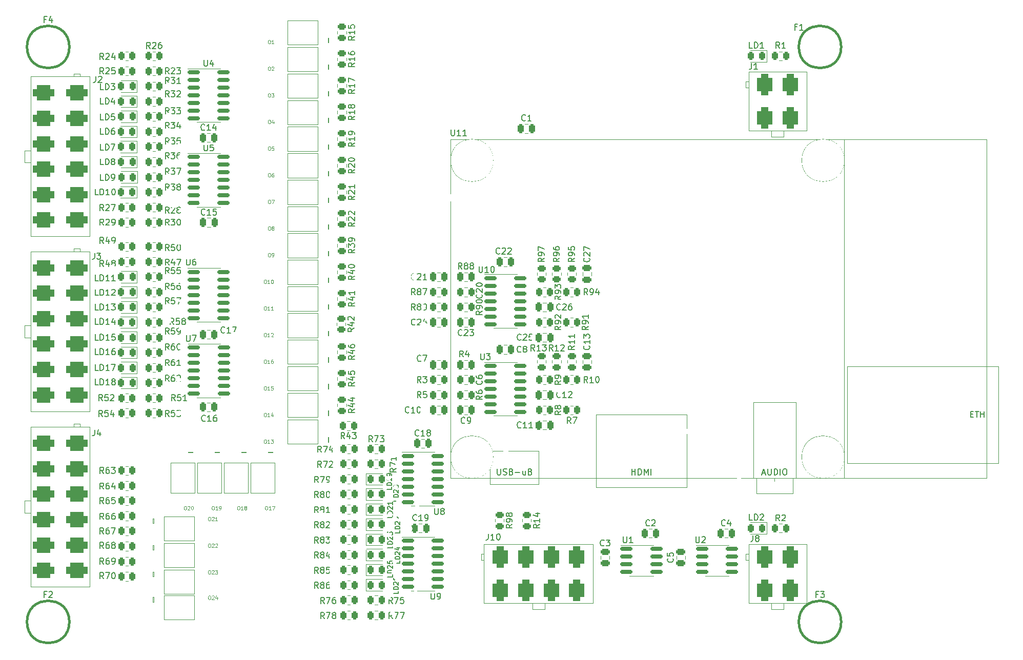
<source format=gbr>
%TF.GenerationSoftware,KiCad,Pcbnew,6.0.7-1.fc36*%
%TF.CreationDate,2022-08-21T12:52:59+01:00*%
%TF.ProjectId,controller,636f6e74-726f-46c6-9c65-722e6b696361,rev?*%
%TF.SameCoordinates,Original*%
%TF.FileFunction,Legend,Top*%
%TF.FilePolarity,Positive*%
%FSLAX46Y46*%
G04 Gerber Fmt 4.6, Leading zero omitted, Abs format (unit mm)*
G04 Created by KiCad (PCBNEW 6.0.7-1.fc36) date 2022-08-21 12:52:59*
%MOMM*%
%LPD*%
G01*
G04 APERTURE LIST*
G04 Aperture macros list*
%AMRoundRect*
0 Rectangle with rounded corners*
0 $1 Rounding radius*
0 $2 $3 $4 $5 $6 $7 $8 $9 X,Y pos of 4 corners*
0 Add a 4 corners polygon primitive as box body*
4,1,4,$2,$3,$4,$5,$6,$7,$8,$9,$2,$3,0*
0 Add four circle primitives for the rounded corners*
1,1,$1+$1,$2,$3*
1,1,$1+$1,$4,$5*
1,1,$1+$1,$6,$7*
1,1,$1+$1,$8,$9*
0 Add four rect primitives between the rounded corners*
20,1,$1+$1,$2,$3,$4,$5,0*
20,1,$1+$1,$4,$5,$6,$7,0*
20,1,$1+$1,$6,$7,$8,$9,0*
20,1,$1+$1,$8,$9,$2,$3,0*%
G04 Aperture macros list end*
%ADD10C,0.150000*%
%ADD11C,0.100000*%
%ADD12C,0.120000*%
%ADD13C,0.400000*%
%ADD14RoundRect,0.250000X0.250000X0.475000X-0.250000X0.475000X-0.250000X-0.475000X0.250000X-0.475000X0*%
%ADD15RoundRect,0.250000X-0.250000X-0.475000X0.250000X-0.475000X0.250000X0.475000X-0.250000X0.475000X0*%
%ADD16RoundRect,0.250000X0.475000X-0.250000X0.475000X0.250000X-0.475000X0.250000X-0.475000X-0.250000X0*%
%ADD17RoundRect,0.625000X-0.625000X-1.125000X0.625000X-1.125000X0.625000X1.125000X-0.625000X1.125000X0*%
%ADD18RoundRect,0.250000X-0.262500X-0.450000X0.262500X-0.450000X0.262500X0.450000X-0.262500X0.450000X0*%
%ADD19RoundRect,0.250000X0.262500X0.450000X-0.262500X0.450000X-0.262500X-0.450000X0.262500X-0.450000X0*%
%ADD20RoundRect,0.250000X0.450000X-0.262500X0.450000X0.262500X-0.450000X0.262500X-0.450000X-0.262500X0*%
%ADD21RoundRect,0.150000X-0.825000X-0.150000X0.825000X-0.150000X0.825000X0.150000X-0.825000X0.150000X0*%
%ADD22R,1.200000X1.000000*%
%ADD23RoundRect,0.243750X0.243750X0.456250X-0.243750X0.456250X-0.243750X-0.456250X0.243750X-0.456250X0*%
%ADD24RoundRect,0.243750X-0.243750X-0.456250X0.243750X-0.456250X0.243750X0.456250X-0.243750X0.456250X0*%
%ADD25R,1.000000X1.200000*%
%ADD26RoundRect,0.250000X-0.450000X0.262500X-0.450000X-0.262500X0.450000X-0.262500X0.450000X0.262500X0*%
%ADD27C,7.000000*%
%ADD28C,1.800000*%
%ADD29RoundRect,0.625000X-1.125000X0.625000X-1.125000X-0.625000X1.125000X-0.625000X1.125000X0.625000X0*%
%ADD30C,6.500000*%
%ADD31C,1.200000*%
%ADD32C,0.800000*%
G04 APERTURE END LIST*
D10*
%TO.C,C1*%
X128833333Y-62107142D02*
X128785714Y-62154761D01*
X128642857Y-62202380D01*
X128547619Y-62202380D01*
X128404761Y-62154761D01*
X128309523Y-62059523D01*
X128261904Y-61964285D01*
X128214285Y-61773809D01*
X128214285Y-61630952D01*
X128261904Y-61440476D01*
X128309523Y-61345238D01*
X128404761Y-61250000D01*
X128547619Y-61202380D01*
X128642857Y-61202380D01*
X128785714Y-61250000D01*
X128833333Y-61297619D01*
X129785714Y-62202380D02*
X129214285Y-62202380D01*
X129500000Y-62202380D02*
X129500000Y-61202380D01*
X129404761Y-61345238D01*
X129309523Y-61440476D01*
X129214285Y-61488095D01*
%TO.C,C2*%
X149333333Y-129042142D02*
X149285714Y-129089761D01*
X149142857Y-129137380D01*
X149047619Y-129137380D01*
X148904761Y-129089761D01*
X148809523Y-128994523D01*
X148761904Y-128899285D01*
X148714285Y-128708809D01*
X148714285Y-128565952D01*
X148761904Y-128375476D01*
X148809523Y-128280238D01*
X148904761Y-128185000D01*
X149047619Y-128137380D01*
X149142857Y-128137380D01*
X149285714Y-128185000D01*
X149333333Y-128232619D01*
X149714285Y-128232619D02*
X149761904Y-128185000D01*
X149857142Y-128137380D01*
X150095238Y-128137380D01*
X150190476Y-128185000D01*
X150238095Y-128232619D01*
X150285714Y-128327857D01*
X150285714Y-128423095D01*
X150238095Y-128565952D01*
X149666666Y-129137380D01*
X150285714Y-129137380D01*
%TO.C,C3*%
X141833333Y-132357142D02*
X141785714Y-132404761D01*
X141642857Y-132452380D01*
X141547619Y-132452380D01*
X141404761Y-132404761D01*
X141309523Y-132309523D01*
X141261904Y-132214285D01*
X141214285Y-132023809D01*
X141214285Y-131880952D01*
X141261904Y-131690476D01*
X141309523Y-131595238D01*
X141404761Y-131500000D01*
X141547619Y-131452380D01*
X141642857Y-131452380D01*
X141785714Y-131500000D01*
X141833333Y-131547619D01*
X142166666Y-131452380D02*
X142785714Y-131452380D01*
X142452380Y-131833333D01*
X142595238Y-131833333D01*
X142690476Y-131880952D01*
X142738095Y-131928571D01*
X142785714Y-132023809D01*
X142785714Y-132261904D01*
X142738095Y-132357142D01*
X142690476Y-132404761D01*
X142595238Y-132452380D01*
X142309523Y-132452380D01*
X142214285Y-132404761D01*
X142166666Y-132357142D01*
%TO.C,C4*%
X161833333Y-129042142D02*
X161785714Y-129089761D01*
X161642857Y-129137380D01*
X161547619Y-129137380D01*
X161404761Y-129089761D01*
X161309523Y-128994523D01*
X161261904Y-128899285D01*
X161214285Y-128708809D01*
X161214285Y-128565952D01*
X161261904Y-128375476D01*
X161309523Y-128280238D01*
X161404761Y-128185000D01*
X161547619Y-128137380D01*
X161642857Y-128137380D01*
X161785714Y-128185000D01*
X161833333Y-128232619D01*
X162690476Y-128470714D02*
X162690476Y-129137380D01*
X162452380Y-128089761D02*
X162214285Y-128804047D01*
X162833333Y-128804047D01*
%TO.C,C5*%
X153177142Y-134531666D02*
X153224761Y-134579285D01*
X153272380Y-134722142D01*
X153272380Y-134817380D01*
X153224761Y-134960238D01*
X153129523Y-135055476D01*
X153034285Y-135103095D01*
X152843809Y-135150714D01*
X152700952Y-135150714D01*
X152510476Y-135103095D01*
X152415238Y-135055476D01*
X152320000Y-134960238D01*
X152272380Y-134817380D01*
X152272380Y-134722142D01*
X152320000Y-134579285D01*
X152367619Y-134531666D01*
X152272380Y-133626904D02*
X152272380Y-134103095D01*
X152748571Y-134150714D01*
X152700952Y-134103095D01*
X152653333Y-134007857D01*
X152653333Y-133769761D01*
X152700952Y-133674523D01*
X152748571Y-133626904D01*
X152843809Y-133579285D01*
X153081904Y-133579285D01*
X153177142Y-133626904D01*
X153224761Y-133674523D01*
X153272380Y-133769761D01*
X153272380Y-134007857D01*
X153224761Y-134103095D01*
X153177142Y-134150714D01*
%TO.C,C6*%
X121607142Y-105166666D02*
X121654761Y-105214285D01*
X121702380Y-105357142D01*
X121702380Y-105452380D01*
X121654761Y-105595238D01*
X121559523Y-105690476D01*
X121464285Y-105738095D01*
X121273809Y-105785714D01*
X121130952Y-105785714D01*
X120940476Y-105738095D01*
X120845238Y-105690476D01*
X120750000Y-105595238D01*
X120702380Y-105452380D01*
X120702380Y-105357142D01*
X120750000Y-105214285D01*
X120797619Y-105166666D01*
X120702380Y-104309523D02*
X120702380Y-104500000D01*
X120750000Y-104595238D01*
X120797619Y-104642857D01*
X120940476Y-104738095D01*
X121130952Y-104785714D01*
X121511904Y-104785714D01*
X121607142Y-104738095D01*
X121654761Y-104690476D01*
X121702380Y-104595238D01*
X121702380Y-104404761D01*
X121654761Y-104309523D01*
X121607142Y-104261904D01*
X121511904Y-104214285D01*
X121273809Y-104214285D01*
X121178571Y-104261904D01*
X121130952Y-104309523D01*
X121083333Y-104404761D01*
X121083333Y-104595238D01*
X121130952Y-104690476D01*
X121178571Y-104738095D01*
X121273809Y-104785714D01*
%TO.C,C8*%
X128083333Y-100357142D02*
X128035714Y-100404761D01*
X127892857Y-100452380D01*
X127797619Y-100452380D01*
X127654761Y-100404761D01*
X127559523Y-100309523D01*
X127511904Y-100214285D01*
X127464285Y-100023809D01*
X127464285Y-99880952D01*
X127511904Y-99690476D01*
X127559523Y-99595238D01*
X127654761Y-99500000D01*
X127797619Y-99452380D01*
X127892857Y-99452380D01*
X128035714Y-99500000D01*
X128083333Y-99547619D01*
X128654761Y-99880952D02*
X128559523Y-99833333D01*
X128511904Y-99785714D01*
X128464285Y-99690476D01*
X128464285Y-99642857D01*
X128511904Y-99547619D01*
X128559523Y-99500000D01*
X128654761Y-99452380D01*
X128845238Y-99452380D01*
X128940476Y-99500000D01*
X128988095Y-99547619D01*
X129035714Y-99642857D01*
X129035714Y-99690476D01*
X128988095Y-99785714D01*
X128940476Y-99833333D01*
X128845238Y-99880952D01*
X128654761Y-99880952D01*
X128559523Y-99928571D01*
X128511904Y-99976190D01*
X128464285Y-100071428D01*
X128464285Y-100261904D01*
X128511904Y-100357142D01*
X128559523Y-100404761D01*
X128654761Y-100452380D01*
X128845238Y-100452380D01*
X128940476Y-100404761D01*
X128988095Y-100357142D01*
X129035714Y-100261904D01*
X129035714Y-100071428D01*
X128988095Y-99976190D01*
X128940476Y-99928571D01*
X128845238Y-99880952D01*
%TO.C,C9*%
X118833333Y-112107142D02*
X118785714Y-112154761D01*
X118642857Y-112202380D01*
X118547619Y-112202380D01*
X118404761Y-112154761D01*
X118309523Y-112059523D01*
X118261904Y-111964285D01*
X118214285Y-111773809D01*
X118214285Y-111630952D01*
X118261904Y-111440476D01*
X118309523Y-111345238D01*
X118404761Y-111250000D01*
X118547619Y-111202380D01*
X118642857Y-111202380D01*
X118785714Y-111250000D01*
X118833333Y-111297619D01*
X119309523Y-112202380D02*
X119500000Y-112202380D01*
X119595238Y-112154761D01*
X119642857Y-112107142D01*
X119738095Y-111964285D01*
X119785714Y-111773809D01*
X119785714Y-111392857D01*
X119738095Y-111297619D01*
X119690476Y-111250000D01*
X119595238Y-111202380D01*
X119404761Y-111202380D01*
X119309523Y-111250000D01*
X119261904Y-111297619D01*
X119214285Y-111392857D01*
X119214285Y-111630952D01*
X119261904Y-111726190D01*
X119309523Y-111773809D01*
X119404761Y-111821428D01*
X119595238Y-111821428D01*
X119690476Y-111773809D01*
X119738095Y-111726190D01*
X119785714Y-111630952D01*
%TO.C,J1*%
X166166666Y-52702380D02*
X166166666Y-53416666D01*
X166119047Y-53559523D01*
X166023809Y-53654761D01*
X165880952Y-53702380D01*
X165785714Y-53702380D01*
X167166666Y-53702380D02*
X166595238Y-53702380D01*
X166880952Y-53702380D02*
X166880952Y-52702380D01*
X166785714Y-52845238D01*
X166690476Y-52940476D01*
X166595238Y-52988095D01*
%TO.C,J8*%
X166416666Y-130702380D02*
X166416666Y-131416666D01*
X166369047Y-131559523D01*
X166273809Y-131654761D01*
X166130952Y-131702380D01*
X166035714Y-131702380D01*
X167035714Y-131130952D02*
X166940476Y-131083333D01*
X166892857Y-131035714D01*
X166845238Y-130940476D01*
X166845238Y-130892857D01*
X166892857Y-130797619D01*
X166940476Y-130750000D01*
X167035714Y-130702380D01*
X167226190Y-130702380D01*
X167321428Y-130750000D01*
X167369047Y-130797619D01*
X167416666Y-130892857D01*
X167416666Y-130940476D01*
X167369047Y-131035714D01*
X167321428Y-131083333D01*
X167226190Y-131130952D01*
X167035714Y-131130952D01*
X166940476Y-131178571D01*
X166892857Y-131226190D01*
X166845238Y-131321428D01*
X166845238Y-131511904D01*
X166892857Y-131607142D01*
X166940476Y-131654761D01*
X167035714Y-131702380D01*
X167226190Y-131702380D01*
X167321428Y-131654761D01*
X167369047Y-131607142D01*
X167416666Y-131511904D01*
X167416666Y-131321428D01*
X167369047Y-131226190D01*
X167321428Y-131178571D01*
X167226190Y-131130952D01*
%TO.C,J10*%
X122690476Y-130452380D02*
X122690476Y-131166666D01*
X122642857Y-131309523D01*
X122547619Y-131404761D01*
X122404761Y-131452380D01*
X122309523Y-131452380D01*
X123690476Y-131452380D02*
X123119047Y-131452380D01*
X123404761Y-131452380D02*
X123404761Y-130452380D01*
X123309523Y-130595238D01*
X123214285Y-130690476D01*
X123119047Y-130738095D01*
X124309523Y-130452380D02*
X124404761Y-130452380D01*
X124500000Y-130500000D01*
X124547619Y-130547619D01*
X124595238Y-130642857D01*
X124642857Y-130833333D01*
X124642857Y-131071428D01*
X124595238Y-131261904D01*
X124547619Y-131357142D01*
X124500000Y-131404761D01*
X124404761Y-131452380D01*
X124309523Y-131452380D01*
X124214285Y-131404761D01*
X124166666Y-131357142D01*
X124119047Y-131261904D01*
X124071428Y-131071428D01*
X124071428Y-130833333D01*
X124119047Y-130642857D01*
X124166666Y-130547619D01*
X124214285Y-130500000D01*
X124309523Y-130452380D01*
%TO.C,R1*%
X170833333Y-50202380D02*
X170500000Y-49726190D01*
X170261904Y-50202380D02*
X170261904Y-49202380D01*
X170642857Y-49202380D01*
X170738095Y-49250000D01*
X170785714Y-49297619D01*
X170833333Y-49392857D01*
X170833333Y-49535714D01*
X170785714Y-49630952D01*
X170738095Y-49678571D01*
X170642857Y-49726190D01*
X170261904Y-49726190D01*
X171785714Y-50202380D02*
X171214285Y-50202380D01*
X171500000Y-50202380D02*
X171500000Y-49202380D01*
X171404761Y-49345238D01*
X171309523Y-49440476D01*
X171214285Y-49488095D01*
%TO.C,R2*%
X170833333Y-128302380D02*
X170500000Y-127826190D01*
X170261904Y-128302380D02*
X170261904Y-127302380D01*
X170642857Y-127302380D01*
X170738095Y-127350000D01*
X170785714Y-127397619D01*
X170833333Y-127492857D01*
X170833333Y-127635714D01*
X170785714Y-127730952D01*
X170738095Y-127778571D01*
X170642857Y-127826190D01*
X170261904Y-127826190D01*
X171214285Y-127397619D02*
X171261904Y-127350000D01*
X171357142Y-127302380D01*
X171595238Y-127302380D01*
X171690476Y-127350000D01*
X171738095Y-127397619D01*
X171785714Y-127492857D01*
X171785714Y-127588095D01*
X171738095Y-127730952D01*
X171166666Y-128302380D01*
X171785714Y-128302380D01*
%TO.C,R3*%
X111583333Y-105452380D02*
X111250000Y-104976190D01*
X111011904Y-105452380D02*
X111011904Y-104452380D01*
X111392857Y-104452380D01*
X111488095Y-104500000D01*
X111535714Y-104547619D01*
X111583333Y-104642857D01*
X111583333Y-104785714D01*
X111535714Y-104880952D01*
X111488095Y-104928571D01*
X111392857Y-104976190D01*
X111011904Y-104976190D01*
X111916666Y-104452380D02*
X112535714Y-104452380D01*
X112202380Y-104833333D01*
X112345238Y-104833333D01*
X112440476Y-104880952D01*
X112488095Y-104928571D01*
X112535714Y-105023809D01*
X112535714Y-105261904D01*
X112488095Y-105357142D01*
X112440476Y-105404761D01*
X112345238Y-105452380D01*
X112059523Y-105452380D01*
X111964285Y-105404761D01*
X111916666Y-105357142D01*
%TO.C,R4*%
X118572081Y-101202380D02*
X118238748Y-100726190D01*
X118000652Y-101202380D02*
X118000652Y-100202380D01*
X118381605Y-100202380D01*
X118476843Y-100250000D01*
X118524462Y-100297619D01*
X118572081Y-100392857D01*
X118572081Y-100535714D01*
X118524462Y-100630952D01*
X118476843Y-100678571D01*
X118381605Y-100726190D01*
X118000652Y-100726190D01*
X119429224Y-100535714D02*
X119429224Y-101202380D01*
X119191128Y-100154761D02*
X118953033Y-100869047D01*
X119572081Y-100869047D01*
%TO.C,R5*%
X111583333Y-107952380D02*
X111250000Y-107476190D01*
X111011904Y-107952380D02*
X111011904Y-106952380D01*
X111392857Y-106952380D01*
X111488095Y-107000000D01*
X111535714Y-107047619D01*
X111583333Y-107142857D01*
X111583333Y-107285714D01*
X111535714Y-107380952D01*
X111488095Y-107428571D01*
X111392857Y-107476190D01*
X111011904Y-107476190D01*
X112488095Y-106952380D02*
X112011904Y-106952380D01*
X111964285Y-107428571D01*
X112011904Y-107380952D01*
X112107142Y-107333333D01*
X112345238Y-107333333D01*
X112440476Y-107380952D01*
X112488095Y-107428571D01*
X112535714Y-107523809D01*
X112535714Y-107761904D01*
X112488095Y-107857142D01*
X112440476Y-107904761D01*
X112345238Y-107952380D01*
X112107142Y-107952380D01*
X112011904Y-107904761D01*
X111964285Y-107857142D01*
%TO.C,R6*%
X121702380Y-107666666D02*
X121226190Y-108000000D01*
X121702380Y-108238095D02*
X120702380Y-108238095D01*
X120702380Y-107857142D01*
X120750000Y-107761904D01*
X120797619Y-107714285D01*
X120892857Y-107666666D01*
X121035714Y-107666666D01*
X121130952Y-107714285D01*
X121178571Y-107761904D01*
X121226190Y-107857142D01*
X121226190Y-108238095D01*
X120702380Y-106809523D02*
X120702380Y-107000000D01*
X120750000Y-107095238D01*
X120797619Y-107142857D01*
X120940476Y-107238095D01*
X121130952Y-107285714D01*
X121511904Y-107285714D01*
X121607142Y-107238095D01*
X121654761Y-107190476D01*
X121702380Y-107095238D01*
X121702380Y-106904761D01*
X121654761Y-106809523D01*
X121607142Y-106761904D01*
X121511904Y-106714285D01*
X121273809Y-106714285D01*
X121178571Y-106761904D01*
X121130952Y-106809523D01*
X121083333Y-106904761D01*
X121083333Y-107095238D01*
X121130952Y-107190476D01*
X121178571Y-107238095D01*
X121273809Y-107285714D01*
%TO.C,R7*%
X136333333Y-112202380D02*
X136000000Y-111726190D01*
X135761904Y-112202380D02*
X135761904Y-111202380D01*
X136142857Y-111202380D01*
X136238095Y-111250000D01*
X136285714Y-111297619D01*
X136333333Y-111392857D01*
X136333333Y-111535714D01*
X136285714Y-111630952D01*
X136238095Y-111678571D01*
X136142857Y-111726190D01*
X135761904Y-111726190D01*
X136666666Y-111202380D02*
X137333333Y-111202380D01*
X136904761Y-112202380D01*
%TO.C,R8*%
X134702380Y-110166666D02*
X134226190Y-110500000D01*
X134702380Y-110738095D02*
X133702380Y-110738095D01*
X133702380Y-110357142D01*
X133750000Y-110261904D01*
X133797619Y-110214285D01*
X133892857Y-110166666D01*
X134035714Y-110166666D01*
X134130952Y-110214285D01*
X134178571Y-110261904D01*
X134226190Y-110357142D01*
X134226190Y-110738095D01*
X134130952Y-109595238D02*
X134083333Y-109690476D01*
X134035714Y-109738095D01*
X133940476Y-109785714D01*
X133892857Y-109785714D01*
X133797619Y-109738095D01*
X133750000Y-109690476D01*
X133702380Y-109595238D01*
X133702380Y-109404761D01*
X133750000Y-109309523D01*
X133797619Y-109261904D01*
X133892857Y-109214285D01*
X133940476Y-109214285D01*
X134035714Y-109261904D01*
X134083333Y-109309523D01*
X134130952Y-109404761D01*
X134130952Y-109595238D01*
X134178571Y-109690476D01*
X134226190Y-109738095D01*
X134321428Y-109785714D01*
X134511904Y-109785714D01*
X134607142Y-109738095D01*
X134654761Y-109690476D01*
X134702380Y-109595238D01*
X134702380Y-109404761D01*
X134654761Y-109309523D01*
X134607142Y-109261904D01*
X134511904Y-109214285D01*
X134321428Y-109214285D01*
X134226190Y-109261904D01*
X134178571Y-109309523D01*
X134130952Y-109404761D01*
%TO.C,R9*%
X134702380Y-105166666D02*
X134226190Y-105500000D01*
X134702380Y-105738095D02*
X133702380Y-105738095D01*
X133702380Y-105357142D01*
X133750000Y-105261904D01*
X133797619Y-105214285D01*
X133892857Y-105166666D01*
X134035714Y-105166666D01*
X134130952Y-105214285D01*
X134178571Y-105261904D01*
X134226190Y-105357142D01*
X134226190Y-105738095D01*
X134702380Y-104690476D02*
X134702380Y-104500000D01*
X134654761Y-104404761D01*
X134607142Y-104357142D01*
X134464285Y-104261904D01*
X134273809Y-104214285D01*
X133892857Y-104214285D01*
X133797619Y-104261904D01*
X133750000Y-104309523D01*
X133702380Y-104404761D01*
X133702380Y-104595238D01*
X133750000Y-104690476D01*
X133797619Y-104738095D01*
X133892857Y-104785714D01*
X134130952Y-104785714D01*
X134226190Y-104738095D01*
X134273809Y-104690476D01*
X134321428Y-104595238D01*
X134321428Y-104404761D01*
X134273809Y-104309523D01*
X134226190Y-104261904D01*
X134130952Y-104214285D01*
%TO.C,R10*%
X139107142Y-105452380D02*
X138773809Y-104976190D01*
X138535714Y-105452380D02*
X138535714Y-104452380D01*
X138916666Y-104452380D01*
X139011904Y-104500000D01*
X139059523Y-104547619D01*
X139107142Y-104642857D01*
X139107142Y-104785714D01*
X139059523Y-104880952D01*
X139011904Y-104928571D01*
X138916666Y-104976190D01*
X138535714Y-104976190D01*
X140059523Y-105452380D02*
X139488095Y-105452380D01*
X139773809Y-105452380D02*
X139773809Y-104452380D01*
X139678571Y-104595238D01*
X139583333Y-104690476D01*
X139488095Y-104738095D01*
X140678571Y-104452380D02*
X140773809Y-104452380D01*
X140869047Y-104500000D01*
X140916666Y-104547619D01*
X140964285Y-104642857D01*
X141011904Y-104833333D01*
X141011904Y-105071428D01*
X140964285Y-105261904D01*
X140916666Y-105357142D01*
X140869047Y-105404761D01*
X140773809Y-105452380D01*
X140678571Y-105452380D01*
X140583333Y-105404761D01*
X140535714Y-105357142D01*
X140488095Y-105261904D01*
X140440476Y-105071428D01*
X140440476Y-104833333D01*
X140488095Y-104642857D01*
X140535714Y-104547619D01*
X140583333Y-104500000D01*
X140678571Y-104452380D01*
%TO.C,R11*%
X136952380Y-99392857D02*
X136476190Y-99726190D01*
X136952380Y-99964285D02*
X135952380Y-99964285D01*
X135952380Y-99583333D01*
X136000000Y-99488095D01*
X136047619Y-99440476D01*
X136142857Y-99392857D01*
X136285714Y-99392857D01*
X136380952Y-99440476D01*
X136428571Y-99488095D01*
X136476190Y-99583333D01*
X136476190Y-99964285D01*
X136952380Y-98440476D02*
X136952380Y-99011904D01*
X136952380Y-98726190D02*
X135952380Y-98726190D01*
X136095238Y-98821428D01*
X136190476Y-98916666D01*
X136238095Y-99011904D01*
X136952380Y-97488095D02*
X136952380Y-98059523D01*
X136952380Y-97773809D02*
X135952380Y-97773809D01*
X136095238Y-97869047D01*
X136190476Y-97964285D01*
X136238095Y-98059523D01*
%TO.C,R13*%
X130357142Y-100202380D02*
X130023809Y-99726190D01*
X129785714Y-100202380D02*
X129785714Y-99202380D01*
X130166666Y-99202380D01*
X130261904Y-99250000D01*
X130309523Y-99297619D01*
X130357142Y-99392857D01*
X130357142Y-99535714D01*
X130309523Y-99630952D01*
X130261904Y-99678571D01*
X130166666Y-99726190D01*
X129785714Y-99726190D01*
X131309523Y-100202380D02*
X130738095Y-100202380D01*
X131023809Y-100202380D02*
X131023809Y-99202380D01*
X130928571Y-99345238D01*
X130833333Y-99440476D01*
X130738095Y-99488095D01*
X131642857Y-99202380D02*
X132261904Y-99202380D01*
X131928571Y-99583333D01*
X132071428Y-99583333D01*
X132166666Y-99630952D01*
X132214285Y-99678571D01*
X132261904Y-99773809D01*
X132261904Y-100011904D01*
X132214285Y-100107142D01*
X132166666Y-100154761D01*
X132071428Y-100202380D01*
X131785714Y-100202380D01*
X131690476Y-100154761D01*
X131642857Y-100107142D01*
%TO.C,R23*%
X69957142Y-54452380D02*
X69623809Y-53976190D01*
X69385714Y-54452380D02*
X69385714Y-53452380D01*
X69766666Y-53452380D01*
X69861904Y-53500000D01*
X69909523Y-53547619D01*
X69957142Y-53642857D01*
X69957142Y-53785714D01*
X69909523Y-53880952D01*
X69861904Y-53928571D01*
X69766666Y-53976190D01*
X69385714Y-53976190D01*
X70338095Y-53547619D02*
X70385714Y-53500000D01*
X70480952Y-53452380D01*
X70719047Y-53452380D01*
X70814285Y-53500000D01*
X70861904Y-53547619D01*
X70909523Y-53642857D01*
X70909523Y-53738095D01*
X70861904Y-53880952D01*
X70290476Y-54452380D01*
X70909523Y-54452380D01*
X71242857Y-53452380D02*
X71861904Y-53452380D01*
X71528571Y-53833333D01*
X71671428Y-53833333D01*
X71766666Y-53880952D01*
X71814285Y-53928571D01*
X71861904Y-54023809D01*
X71861904Y-54261904D01*
X71814285Y-54357142D01*
X71766666Y-54404761D01*
X71671428Y-54452380D01*
X71385714Y-54452380D01*
X71290476Y-54404761D01*
X71242857Y-54357142D01*
%TO.C,U3*%
X121438095Y-100652380D02*
X121438095Y-101461904D01*
X121485714Y-101557142D01*
X121533333Y-101604761D01*
X121628571Y-101652380D01*
X121819047Y-101652380D01*
X121914285Y-101604761D01*
X121961904Y-101557142D01*
X122009523Y-101461904D01*
X122009523Y-100652380D01*
X122390476Y-100652380D02*
X123009523Y-100652380D01*
X122676190Y-101033333D01*
X122819047Y-101033333D01*
X122914285Y-101080952D01*
X122961904Y-101128571D01*
X123009523Y-101223809D01*
X123009523Y-101461904D01*
X122961904Y-101557142D01*
X122914285Y-101604761D01*
X122819047Y-101652380D01*
X122533333Y-101652380D01*
X122438095Y-101604761D01*
X122390476Y-101557142D01*
%TO.C,R12*%
X133357142Y-100202380D02*
X133023809Y-99726190D01*
X132785714Y-100202380D02*
X132785714Y-99202380D01*
X133166666Y-99202380D01*
X133261904Y-99250000D01*
X133309523Y-99297619D01*
X133357142Y-99392857D01*
X133357142Y-99535714D01*
X133309523Y-99630952D01*
X133261904Y-99678571D01*
X133166666Y-99726190D01*
X132785714Y-99726190D01*
X134309523Y-100202380D02*
X133738095Y-100202380D01*
X134023809Y-100202380D02*
X134023809Y-99202380D01*
X133928571Y-99345238D01*
X133833333Y-99440476D01*
X133738095Y-99488095D01*
X134690476Y-99297619D02*
X134738095Y-99250000D01*
X134833333Y-99202380D01*
X135071428Y-99202380D01*
X135166666Y-99250000D01*
X135214285Y-99297619D01*
X135261904Y-99392857D01*
X135261904Y-99488095D01*
X135214285Y-99630952D01*
X134642857Y-100202380D01*
X135261904Y-100202380D01*
D11*
%TO.C,O10*%
X85771428Y-88471428D02*
X85885714Y-88471428D01*
X85942857Y-88500000D01*
X86000000Y-88557142D01*
X86028571Y-88671428D01*
X86028571Y-88871428D01*
X86000000Y-88985714D01*
X85942857Y-89042857D01*
X85885714Y-89071428D01*
X85771428Y-89071428D01*
X85714285Y-89042857D01*
X85657142Y-88985714D01*
X85628571Y-88871428D01*
X85628571Y-88671428D01*
X85657142Y-88557142D01*
X85714285Y-88500000D01*
X85771428Y-88471428D01*
X86600000Y-89071428D02*
X86257142Y-89071428D01*
X86428571Y-89071428D02*
X86428571Y-88471428D01*
X86371428Y-88557142D01*
X86314285Y-88614285D01*
X86257142Y-88642857D01*
X86971428Y-88471428D02*
X87028571Y-88471428D01*
X87085714Y-88500000D01*
X87114285Y-88528571D01*
X87142857Y-88585714D01*
X87171428Y-88700000D01*
X87171428Y-88842857D01*
X87142857Y-88957142D01*
X87114285Y-89014285D01*
X87085714Y-89042857D01*
X87028571Y-89071428D01*
X86971428Y-89071428D01*
X86914285Y-89042857D01*
X86885714Y-89014285D01*
X86857142Y-88957142D01*
X86828571Y-88842857D01*
X86828571Y-88700000D01*
X86857142Y-88585714D01*
X86885714Y-88528571D01*
X86914285Y-88500000D01*
X86971428Y-88471428D01*
%TO.C,O9*%
X86457142Y-84071428D02*
X86571428Y-84071428D01*
X86628571Y-84100000D01*
X86685714Y-84157142D01*
X86714285Y-84271428D01*
X86714285Y-84471428D01*
X86685714Y-84585714D01*
X86628571Y-84642857D01*
X86571428Y-84671428D01*
X86457142Y-84671428D01*
X86400000Y-84642857D01*
X86342857Y-84585714D01*
X86314285Y-84471428D01*
X86314285Y-84271428D01*
X86342857Y-84157142D01*
X86400000Y-84100000D01*
X86457142Y-84071428D01*
X87000000Y-84671428D02*
X87114285Y-84671428D01*
X87171428Y-84642857D01*
X87200000Y-84614285D01*
X87257142Y-84528571D01*
X87285714Y-84414285D01*
X87285714Y-84185714D01*
X87257142Y-84128571D01*
X87228571Y-84100000D01*
X87171428Y-84071428D01*
X87057142Y-84071428D01*
X87000000Y-84100000D01*
X86971428Y-84128571D01*
X86942857Y-84185714D01*
X86942857Y-84328571D01*
X86971428Y-84385714D01*
X87000000Y-84414285D01*
X87057142Y-84442857D01*
X87171428Y-84442857D01*
X87228571Y-84414285D01*
X87257142Y-84385714D01*
X87285714Y-84328571D01*
D10*
%TO.C,C7*%
X111583333Y-101857142D02*
X111535714Y-101904761D01*
X111392857Y-101952380D01*
X111297619Y-101952380D01*
X111154761Y-101904761D01*
X111059523Y-101809523D01*
X111011904Y-101714285D01*
X110964285Y-101523809D01*
X110964285Y-101380952D01*
X111011904Y-101190476D01*
X111059523Y-101095238D01*
X111154761Y-101000000D01*
X111297619Y-100952380D01*
X111392857Y-100952380D01*
X111535714Y-101000000D01*
X111583333Y-101047619D01*
X111916666Y-100952380D02*
X112583333Y-100952380D01*
X112154761Y-101952380D01*
%TO.C,U2*%
X156995595Y-130917380D02*
X156995595Y-131726904D01*
X157043214Y-131822142D01*
X157090833Y-131869761D01*
X157186071Y-131917380D01*
X157376547Y-131917380D01*
X157471785Y-131869761D01*
X157519404Y-131822142D01*
X157567023Y-131726904D01*
X157567023Y-130917380D01*
X157995595Y-131012619D02*
X158043214Y-130965000D01*
X158138452Y-130917380D01*
X158376547Y-130917380D01*
X158471785Y-130965000D01*
X158519404Y-131012619D01*
X158567023Y-131107857D01*
X158567023Y-131203095D01*
X158519404Y-131345952D01*
X157947976Y-131917380D01*
X158567023Y-131917380D01*
%TO.C,C10*%
X109607142Y-110357142D02*
X109559523Y-110404761D01*
X109416666Y-110452380D01*
X109321428Y-110452380D01*
X109178571Y-110404761D01*
X109083333Y-110309523D01*
X109035714Y-110214285D01*
X108988095Y-110023809D01*
X108988095Y-109880952D01*
X109035714Y-109690476D01*
X109083333Y-109595238D01*
X109178571Y-109500000D01*
X109321428Y-109452380D01*
X109416666Y-109452380D01*
X109559523Y-109500000D01*
X109607142Y-109547619D01*
X110559523Y-110452380D02*
X109988095Y-110452380D01*
X110273809Y-110452380D02*
X110273809Y-109452380D01*
X110178571Y-109595238D01*
X110083333Y-109690476D01*
X109988095Y-109738095D01*
X111178571Y-109452380D02*
X111273809Y-109452380D01*
X111369047Y-109500000D01*
X111416666Y-109547619D01*
X111464285Y-109642857D01*
X111511904Y-109833333D01*
X111511904Y-110071428D01*
X111464285Y-110261904D01*
X111416666Y-110357142D01*
X111369047Y-110404761D01*
X111273809Y-110452380D01*
X111178571Y-110452380D01*
X111083333Y-110404761D01*
X111035714Y-110357142D01*
X110988095Y-110261904D01*
X110940476Y-110071428D01*
X110940476Y-109833333D01*
X110988095Y-109642857D01*
X111035714Y-109547619D01*
X111083333Y-109500000D01*
X111178571Y-109452380D01*
%TO.C,C11*%
X128107142Y-112857142D02*
X128059523Y-112904761D01*
X127916666Y-112952380D01*
X127821428Y-112952380D01*
X127678571Y-112904761D01*
X127583333Y-112809523D01*
X127535714Y-112714285D01*
X127488095Y-112523809D01*
X127488095Y-112380952D01*
X127535714Y-112190476D01*
X127583333Y-112095238D01*
X127678571Y-112000000D01*
X127821428Y-111952380D01*
X127916666Y-111952380D01*
X128059523Y-112000000D01*
X128107142Y-112047619D01*
X129059523Y-112952380D02*
X128488095Y-112952380D01*
X128773809Y-112952380D02*
X128773809Y-111952380D01*
X128678571Y-112095238D01*
X128583333Y-112190476D01*
X128488095Y-112238095D01*
X130011904Y-112952380D02*
X129440476Y-112952380D01*
X129726190Y-112952380D02*
X129726190Y-111952380D01*
X129630952Y-112095238D01*
X129535714Y-112190476D01*
X129440476Y-112238095D01*
%TO.C,C12*%
X134607142Y-107857142D02*
X134559523Y-107904761D01*
X134416666Y-107952380D01*
X134321428Y-107952380D01*
X134178571Y-107904761D01*
X134083333Y-107809523D01*
X134035714Y-107714285D01*
X133988095Y-107523809D01*
X133988095Y-107380952D01*
X134035714Y-107190476D01*
X134083333Y-107095238D01*
X134178571Y-107000000D01*
X134321428Y-106952380D01*
X134416666Y-106952380D01*
X134559523Y-107000000D01*
X134607142Y-107047619D01*
X135559523Y-107952380D02*
X134988095Y-107952380D01*
X135273809Y-107952380D02*
X135273809Y-106952380D01*
X135178571Y-107095238D01*
X135083333Y-107190476D01*
X134988095Y-107238095D01*
X135940476Y-107047619D02*
X135988095Y-107000000D01*
X136083333Y-106952380D01*
X136321428Y-106952380D01*
X136416666Y-107000000D01*
X136464285Y-107047619D01*
X136511904Y-107142857D01*
X136511904Y-107238095D01*
X136464285Y-107380952D01*
X135892857Y-107952380D01*
X136511904Y-107952380D01*
%TO.C,C13*%
X139357142Y-99392857D02*
X139404761Y-99440476D01*
X139452380Y-99583333D01*
X139452380Y-99678571D01*
X139404761Y-99821428D01*
X139309523Y-99916666D01*
X139214285Y-99964285D01*
X139023809Y-100011904D01*
X138880952Y-100011904D01*
X138690476Y-99964285D01*
X138595238Y-99916666D01*
X138500000Y-99821428D01*
X138452380Y-99678571D01*
X138452380Y-99583333D01*
X138500000Y-99440476D01*
X138547619Y-99392857D01*
X139452380Y-98440476D02*
X139452380Y-99011904D01*
X139452380Y-98726190D02*
X138452380Y-98726190D01*
X138595238Y-98821428D01*
X138690476Y-98916666D01*
X138738095Y-99011904D01*
X138452380Y-98107142D02*
X138452380Y-97488095D01*
X138833333Y-97821428D01*
X138833333Y-97678571D01*
X138880952Y-97583333D01*
X138928571Y-97535714D01*
X139023809Y-97488095D01*
X139261904Y-97488095D01*
X139357142Y-97535714D01*
X139404761Y-97583333D01*
X139452380Y-97678571D01*
X139452380Y-97964285D01*
X139404761Y-98059523D01*
X139357142Y-98107142D01*
%TO.C,C14*%
X75857142Y-63677142D02*
X75809523Y-63724761D01*
X75666666Y-63772380D01*
X75571428Y-63772380D01*
X75428571Y-63724761D01*
X75333333Y-63629523D01*
X75285714Y-63534285D01*
X75238095Y-63343809D01*
X75238095Y-63200952D01*
X75285714Y-63010476D01*
X75333333Y-62915238D01*
X75428571Y-62820000D01*
X75571428Y-62772380D01*
X75666666Y-62772380D01*
X75809523Y-62820000D01*
X75857142Y-62867619D01*
X76809523Y-63772380D02*
X76238095Y-63772380D01*
X76523809Y-63772380D02*
X76523809Y-62772380D01*
X76428571Y-62915238D01*
X76333333Y-63010476D01*
X76238095Y-63058095D01*
X77666666Y-63105714D02*
X77666666Y-63772380D01*
X77428571Y-62724761D02*
X77190476Y-63439047D01*
X77809523Y-63439047D01*
%TO.C,C15*%
X75894642Y-77677142D02*
X75847023Y-77724761D01*
X75704166Y-77772380D01*
X75608928Y-77772380D01*
X75466071Y-77724761D01*
X75370833Y-77629523D01*
X75323214Y-77534285D01*
X75275595Y-77343809D01*
X75275595Y-77200952D01*
X75323214Y-77010476D01*
X75370833Y-76915238D01*
X75466071Y-76820000D01*
X75608928Y-76772380D01*
X75704166Y-76772380D01*
X75847023Y-76820000D01*
X75894642Y-76867619D01*
X76847023Y-77772380D02*
X76275595Y-77772380D01*
X76561309Y-77772380D02*
X76561309Y-76772380D01*
X76466071Y-76915238D01*
X76370833Y-77010476D01*
X76275595Y-77058095D01*
X77751785Y-76772380D02*
X77275595Y-76772380D01*
X77227976Y-77248571D01*
X77275595Y-77200952D01*
X77370833Y-77153333D01*
X77608928Y-77153333D01*
X77704166Y-77200952D01*
X77751785Y-77248571D01*
X77799404Y-77343809D01*
X77799404Y-77581904D01*
X77751785Y-77677142D01*
X77704166Y-77724761D01*
X77608928Y-77772380D01*
X77370833Y-77772380D01*
X77275595Y-77724761D01*
X77227976Y-77677142D01*
%TO.C,C16*%
X75957142Y-111757142D02*
X75909523Y-111804761D01*
X75766666Y-111852380D01*
X75671428Y-111852380D01*
X75528571Y-111804761D01*
X75433333Y-111709523D01*
X75385714Y-111614285D01*
X75338095Y-111423809D01*
X75338095Y-111280952D01*
X75385714Y-111090476D01*
X75433333Y-110995238D01*
X75528571Y-110900000D01*
X75671428Y-110852380D01*
X75766666Y-110852380D01*
X75909523Y-110900000D01*
X75957142Y-110947619D01*
X76909523Y-111852380D02*
X76338095Y-111852380D01*
X76623809Y-111852380D02*
X76623809Y-110852380D01*
X76528571Y-110995238D01*
X76433333Y-111090476D01*
X76338095Y-111138095D01*
X77766666Y-110852380D02*
X77576190Y-110852380D01*
X77480952Y-110900000D01*
X77433333Y-110947619D01*
X77338095Y-111090476D01*
X77290476Y-111280952D01*
X77290476Y-111661904D01*
X77338095Y-111757142D01*
X77385714Y-111804761D01*
X77480952Y-111852380D01*
X77671428Y-111852380D01*
X77766666Y-111804761D01*
X77814285Y-111757142D01*
X77861904Y-111661904D01*
X77861904Y-111423809D01*
X77814285Y-111328571D01*
X77766666Y-111280952D01*
X77671428Y-111233333D01*
X77480952Y-111233333D01*
X77385714Y-111280952D01*
X77338095Y-111328571D01*
X77290476Y-111423809D01*
%TO.C,C19*%
X110857142Y-128177142D02*
X110809523Y-128224761D01*
X110666666Y-128272380D01*
X110571428Y-128272380D01*
X110428571Y-128224761D01*
X110333333Y-128129523D01*
X110285714Y-128034285D01*
X110238095Y-127843809D01*
X110238095Y-127700952D01*
X110285714Y-127510476D01*
X110333333Y-127415238D01*
X110428571Y-127320000D01*
X110571428Y-127272380D01*
X110666666Y-127272380D01*
X110809523Y-127320000D01*
X110857142Y-127367619D01*
X111809523Y-128272380D02*
X111238095Y-128272380D01*
X111523809Y-128272380D02*
X111523809Y-127272380D01*
X111428571Y-127415238D01*
X111333333Y-127510476D01*
X111238095Y-127558095D01*
X112285714Y-128272380D02*
X112476190Y-128272380D01*
X112571428Y-128224761D01*
X112619047Y-128177142D01*
X112714285Y-128034285D01*
X112761904Y-127843809D01*
X112761904Y-127462857D01*
X112714285Y-127367619D01*
X112666666Y-127320000D01*
X112571428Y-127272380D01*
X112380952Y-127272380D01*
X112285714Y-127320000D01*
X112238095Y-127367619D01*
X112190476Y-127462857D01*
X112190476Y-127700952D01*
X112238095Y-127796190D01*
X112285714Y-127843809D01*
X112380952Y-127891428D01*
X112571428Y-127891428D01*
X112666666Y-127843809D01*
X112714285Y-127796190D01*
X112761904Y-127700952D01*
%TO.C,C20*%
X121607142Y-90892857D02*
X121654761Y-90940476D01*
X121702380Y-91083333D01*
X121702380Y-91178571D01*
X121654761Y-91321428D01*
X121559523Y-91416666D01*
X121464285Y-91464285D01*
X121273809Y-91511904D01*
X121130952Y-91511904D01*
X120940476Y-91464285D01*
X120845238Y-91416666D01*
X120750000Y-91321428D01*
X120702380Y-91178571D01*
X120702380Y-91083333D01*
X120750000Y-90940476D01*
X120797619Y-90892857D01*
X120797619Y-90511904D02*
X120750000Y-90464285D01*
X120702380Y-90369047D01*
X120702380Y-90130952D01*
X120750000Y-90035714D01*
X120797619Y-89988095D01*
X120892857Y-89940476D01*
X120988095Y-89940476D01*
X121130952Y-89988095D01*
X121702380Y-90559523D01*
X121702380Y-89940476D01*
X120702380Y-89321428D02*
X120702380Y-89226190D01*
X120750000Y-89130952D01*
X120797619Y-89083333D01*
X120892857Y-89035714D01*
X121083333Y-88988095D01*
X121321428Y-88988095D01*
X121511904Y-89035714D01*
X121607142Y-89083333D01*
X121654761Y-89130952D01*
X121702380Y-89226190D01*
X121702380Y-89321428D01*
X121654761Y-89416666D01*
X121607142Y-89464285D01*
X121511904Y-89511904D01*
X121321428Y-89559523D01*
X121083333Y-89559523D01*
X120892857Y-89511904D01*
X120797619Y-89464285D01*
X120750000Y-89416666D01*
X120702380Y-89321428D01*
%TO.C,C21*%
X110607142Y-88357142D02*
X110559523Y-88404761D01*
X110416666Y-88452380D01*
X110321428Y-88452380D01*
X110178571Y-88404761D01*
X110083333Y-88309523D01*
X110035714Y-88214285D01*
X109988095Y-88023809D01*
X109988095Y-87880952D01*
X110035714Y-87690476D01*
X110083333Y-87595238D01*
X110178571Y-87500000D01*
X110321428Y-87452380D01*
X110416666Y-87452380D01*
X110559523Y-87500000D01*
X110607142Y-87547619D01*
X110988095Y-87547619D02*
X111035714Y-87500000D01*
X111130952Y-87452380D01*
X111369047Y-87452380D01*
X111464285Y-87500000D01*
X111511904Y-87547619D01*
X111559523Y-87642857D01*
X111559523Y-87738095D01*
X111511904Y-87880952D01*
X110940476Y-88452380D01*
X111559523Y-88452380D01*
X112511904Y-88452380D02*
X111940476Y-88452380D01*
X112226190Y-88452380D02*
X112226190Y-87452380D01*
X112130952Y-87595238D01*
X112035714Y-87690476D01*
X111940476Y-87738095D01*
%TO.C,C22*%
X124595890Y-84107142D02*
X124548271Y-84154761D01*
X124405414Y-84202380D01*
X124310176Y-84202380D01*
X124167319Y-84154761D01*
X124072081Y-84059523D01*
X124024462Y-83964285D01*
X123976843Y-83773809D01*
X123976843Y-83630952D01*
X124024462Y-83440476D01*
X124072081Y-83345238D01*
X124167319Y-83250000D01*
X124310176Y-83202380D01*
X124405414Y-83202380D01*
X124548271Y-83250000D01*
X124595890Y-83297619D01*
X124976843Y-83297619D02*
X125024462Y-83250000D01*
X125119700Y-83202380D01*
X125357795Y-83202380D01*
X125453033Y-83250000D01*
X125500652Y-83297619D01*
X125548271Y-83392857D01*
X125548271Y-83488095D01*
X125500652Y-83630952D01*
X124929224Y-84202380D01*
X125548271Y-84202380D01*
X125929224Y-83297619D02*
X125976843Y-83250000D01*
X126072081Y-83202380D01*
X126310176Y-83202380D01*
X126405414Y-83250000D01*
X126453033Y-83297619D01*
X126500652Y-83392857D01*
X126500652Y-83488095D01*
X126453033Y-83630952D01*
X125881605Y-84202380D01*
X126500652Y-84202380D01*
%TO.C,C23*%
X118357142Y-97607142D02*
X118309523Y-97654761D01*
X118166666Y-97702380D01*
X118071428Y-97702380D01*
X117928571Y-97654761D01*
X117833333Y-97559523D01*
X117785714Y-97464285D01*
X117738095Y-97273809D01*
X117738095Y-97130952D01*
X117785714Y-96940476D01*
X117833333Y-96845238D01*
X117928571Y-96750000D01*
X118071428Y-96702380D01*
X118166666Y-96702380D01*
X118309523Y-96750000D01*
X118357142Y-96797619D01*
X118738095Y-96797619D02*
X118785714Y-96750000D01*
X118880952Y-96702380D01*
X119119047Y-96702380D01*
X119214285Y-96750000D01*
X119261904Y-96797619D01*
X119309523Y-96892857D01*
X119309523Y-96988095D01*
X119261904Y-97130952D01*
X118690476Y-97702380D01*
X119309523Y-97702380D01*
X119642857Y-96702380D02*
X120261904Y-96702380D01*
X119928571Y-97083333D01*
X120071428Y-97083333D01*
X120166666Y-97130952D01*
X120214285Y-97178571D01*
X120261904Y-97273809D01*
X120261904Y-97511904D01*
X120214285Y-97607142D01*
X120166666Y-97654761D01*
X120071428Y-97702380D01*
X119785714Y-97702380D01*
X119690476Y-97654761D01*
X119642857Y-97607142D01*
%TO.C,C24*%
X110607142Y-95857142D02*
X110559523Y-95904761D01*
X110416666Y-95952380D01*
X110321428Y-95952380D01*
X110178571Y-95904761D01*
X110083333Y-95809523D01*
X110035714Y-95714285D01*
X109988095Y-95523809D01*
X109988095Y-95380952D01*
X110035714Y-95190476D01*
X110083333Y-95095238D01*
X110178571Y-95000000D01*
X110321428Y-94952380D01*
X110416666Y-94952380D01*
X110559523Y-95000000D01*
X110607142Y-95047619D01*
X110988095Y-95047619D02*
X111035714Y-95000000D01*
X111130952Y-94952380D01*
X111369047Y-94952380D01*
X111464285Y-95000000D01*
X111511904Y-95047619D01*
X111559523Y-95142857D01*
X111559523Y-95238095D01*
X111511904Y-95380952D01*
X110940476Y-95952380D01*
X111559523Y-95952380D01*
X112416666Y-95285714D02*
X112416666Y-95952380D01*
X112178571Y-94904761D02*
X111940476Y-95619047D01*
X112559523Y-95619047D01*
%TO.C,C25*%
X128107142Y-98357142D02*
X128059523Y-98404761D01*
X127916666Y-98452380D01*
X127821428Y-98452380D01*
X127678571Y-98404761D01*
X127583333Y-98309523D01*
X127535714Y-98214285D01*
X127488095Y-98023809D01*
X127488095Y-97880952D01*
X127535714Y-97690476D01*
X127583333Y-97595238D01*
X127678571Y-97500000D01*
X127821428Y-97452380D01*
X127916666Y-97452380D01*
X128059523Y-97500000D01*
X128107142Y-97547619D01*
X128488095Y-97547619D02*
X128535714Y-97500000D01*
X128630952Y-97452380D01*
X128869047Y-97452380D01*
X128964285Y-97500000D01*
X129011904Y-97547619D01*
X129059523Y-97642857D01*
X129059523Y-97738095D01*
X129011904Y-97880952D01*
X128440476Y-98452380D01*
X129059523Y-98452380D01*
X129964285Y-97452380D02*
X129488095Y-97452380D01*
X129440476Y-97928571D01*
X129488095Y-97880952D01*
X129583333Y-97833333D01*
X129821428Y-97833333D01*
X129916666Y-97880952D01*
X129964285Y-97928571D01*
X130011904Y-98023809D01*
X130011904Y-98261904D01*
X129964285Y-98357142D01*
X129916666Y-98404761D01*
X129821428Y-98452380D01*
X129583333Y-98452380D01*
X129488095Y-98404761D01*
X129440476Y-98357142D01*
%TO.C,C26*%
X134607142Y-93357142D02*
X134559523Y-93404761D01*
X134416666Y-93452380D01*
X134321428Y-93452380D01*
X134178571Y-93404761D01*
X134083333Y-93309523D01*
X134035714Y-93214285D01*
X133988095Y-93023809D01*
X133988095Y-92880952D01*
X134035714Y-92690476D01*
X134083333Y-92595238D01*
X134178571Y-92500000D01*
X134321428Y-92452380D01*
X134416666Y-92452380D01*
X134559523Y-92500000D01*
X134607142Y-92547619D01*
X134988095Y-92547619D02*
X135035714Y-92500000D01*
X135130952Y-92452380D01*
X135369047Y-92452380D01*
X135464285Y-92500000D01*
X135511904Y-92547619D01*
X135559523Y-92642857D01*
X135559523Y-92738095D01*
X135511904Y-92880952D01*
X134940476Y-93452380D01*
X135559523Y-93452380D01*
X136416666Y-92452380D02*
X136226190Y-92452380D01*
X136130952Y-92500000D01*
X136083333Y-92547619D01*
X135988095Y-92690476D01*
X135940476Y-92880952D01*
X135940476Y-93261904D01*
X135988095Y-93357142D01*
X136035714Y-93404761D01*
X136130952Y-93452380D01*
X136321428Y-93452380D01*
X136416666Y-93404761D01*
X136464285Y-93357142D01*
X136511904Y-93261904D01*
X136511904Y-93023809D01*
X136464285Y-92928571D01*
X136416666Y-92880952D01*
X136321428Y-92833333D01*
X136130952Y-92833333D01*
X136035714Y-92880952D01*
X135988095Y-92928571D01*
X135940476Y-93023809D01*
%TO.C,C27*%
X139357142Y-84892857D02*
X139404761Y-84940476D01*
X139452380Y-85083333D01*
X139452380Y-85178571D01*
X139404761Y-85321428D01*
X139309523Y-85416666D01*
X139214285Y-85464285D01*
X139023809Y-85511904D01*
X138880952Y-85511904D01*
X138690476Y-85464285D01*
X138595238Y-85416666D01*
X138500000Y-85321428D01*
X138452380Y-85178571D01*
X138452380Y-85083333D01*
X138500000Y-84940476D01*
X138547619Y-84892857D01*
X138547619Y-84511904D02*
X138500000Y-84464285D01*
X138452380Y-84369047D01*
X138452380Y-84130952D01*
X138500000Y-84035714D01*
X138547619Y-83988095D01*
X138642857Y-83940476D01*
X138738095Y-83940476D01*
X138880952Y-83988095D01*
X139452380Y-84559523D01*
X139452380Y-83940476D01*
X138452380Y-83607142D02*
X138452380Y-82940476D01*
X139452380Y-83369047D01*
%TO.C,LD1*%
X166333333Y-50202380D02*
X165857142Y-50202380D01*
X165857142Y-49202380D01*
X166666666Y-50202380D02*
X166666666Y-49202380D01*
X166904761Y-49202380D01*
X167047619Y-49250000D01*
X167142857Y-49345238D01*
X167190476Y-49440476D01*
X167238095Y-49630952D01*
X167238095Y-49773809D01*
X167190476Y-49964285D01*
X167142857Y-50059523D01*
X167047619Y-50154761D01*
X166904761Y-50202380D01*
X166666666Y-50202380D01*
X168190476Y-50202380D02*
X167619047Y-50202380D01*
X167904761Y-50202380D02*
X167904761Y-49202380D01*
X167809523Y-49345238D01*
X167714285Y-49440476D01*
X167619047Y-49488095D01*
%TO.C,LD2*%
X166333333Y-128202380D02*
X165857142Y-128202380D01*
X165857142Y-127202380D01*
X166666666Y-128202380D02*
X166666666Y-127202380D01*
X166904761Y-127202380D01*
X167047619Y-127250000D01*
X167142857Y-127345238D01*
X167190476Y-127440476D01*
X167238095Y-127630952D01*
X167238095Y-127773809D01*
X167190476Y-127964285D01*
X167142857Y-128059523D01*
X167047619Y-128154761D01*
X166904761Y-128202380D01*
X166666666Y-128202380D01*
X167619047Y-127297619D02*
X167666666Y-127250000D01*
X167761904Y-127202380D01*
X168000000Y-127202380D01*
X168095238Y-127250000D01*
X168142857Y-127297619D01*
X168190476Y-127392857D01*
X168190476Y-127488095D01*
X168142857Y-127630952D01*
X167571428Y-128202380D01*
X168190476Y-128202380D01*
%TO.C,LD3*%
X59133333Y-57052380D02*
X58657142Y-57052380D01*
X58657142Y-56052380D01*
X59466666Y-57052380D02*
X59466666Y-56052380D01*
X59704761Y-56052380D01*
X59847619Y-56100000D01*
X59942857Y-56195238D01*
X59990476Y-56290476D01*
X60038095Y-56480952D01*
X60038095Y-56623809D01*
X59990476Y-56814285D01*
X59942857Y-56909523D01*
X59847619Y-57004761D01*
X59704761Y-57052380D01*
X59466666Y-57052380D01*
X60371428Y-56052380D02*
X60990476Y-56052380D01*
X60657142Y-56433333D01*
X60800000Y-56433333D01*
X60895238Y-56480952D01*
X60942857Y-56528571D01*
X60990476Y-56623809D01*
X60990476Y-56861904D01*
X60942857Y-56957142D01*
X60895238Y-57004761D01*
X60800000Y-57052380D01*
X60514285Y-57052380D01*
X60419047Y-57004761D01*
X60371428Y-56957142D01*
%TO.C,LD4*%
X59133333Y-59452380D02*
X58657142Y-59452380D01*
X58657142Y-58452380D01*
X59466666Y-59452380D02*
X59466666Y-58452380D01*
X59704761Y-58452380D01*
X59847619Y-58500000D01*
X59942857Y-58595238D01*
X59990476Y-58690476D01*
X60038095Y-58880952D01*
X60038095Y-59023809D01*
X59990476Y-59214285D01*
X59942857Y-59309523D01*
X59847619Y-59404761D01*
X59704761Y-59452380D01*
X59466666Y-59452380D01*
X60895238Y-58785714D02*
X60895238Y-59452380D01*
X60657142Y-58404761D02*
X60419047Y-59119047D01*
X61038095Y-59119047D01*
%TO.C,LD10*%
X58257142Y-74452380D02*
X57780952Y-74452380D01*
X57780952Y-73452380D01*
X58590476Y-74452380D02*
X58590476Y-73452380D01*
X58828571Y-73452380D01*
X58971428Y-73500000D01*
X59066666Y-73595238D01*
X59114285Y-73690476D01*
X59161904Y-73880952D01*
X59161904Y-74023809D01*
X59114285Y-74214285D01*
X59066666Y-74309523D01*
X58971428Y-74404761D01*
X58828571Y-74452380D01*
X58590476Y-74452380D01*
X60114285Y-74452380D02*
X59542857Y-74452380D01*
X59828571Y-74452380D02*
X59828571Y-73452380D01*
X59733333Y-73595238D01*
X59638095Y-73690476D01*
X59542857Y-73738095D01*
X60733333Y-73452380D02*
X60828571Y-73452380D01*
X60923809Y-73500000D01*
X60971428Y-73547619D01*
X61019047Y-73642857D01*
X61066666Y-73833333D01*
X61066666Y-74071428D01*
X61019047Y-74261904D01*
X60971428Y-74357142D01*
X60923809Y-74404761D01*
X60828571Y-74452380D01*
X60733333Y-74452380D01*
X60638095Y-74404761D01*
X60590476Y-74357142D01*
X60542857Y-74261904D01*
X60495238Y-74071428D01*
X60495238Y-73833333D01*
X60542857Y-73642857D01*
X60590476Y-73547619D01*
X60638095Y-73500000D01*
X60733333Y-73452380D01*
%TO.C,LD19*%
X106761904Y-122714285D02*
X106761904Y-123095238D01*
X105961904Y-123095238D01*
X106761904Y-122447619D02*
X105961904Y-122447619D01*
X105961904Y-122257142D01*
X106000000Y-122142857D01*
X106076190Y-122066666D01*
X106152380Y-122028571D01*
X106304761Y-121990476D01*
X106419047Y-121990476D01*
X106571428Y-122028571D01*
X106647619Y-122066666D01*
X106723809Y-122142857D01*
X106761904Y-122257142D01*
X106761904Y-122447619D01*
X106761904Y-121228571D02*
X106761904Y-121685714D01*
X106761904Y-121457142D02*
X105961904Y-121457142D01*
X106076190Y-121533333D01*
X106152380Y-121609523D01*
X106190476Y-121685714D01*
X106761904Y-120847619D02*
X106761904Y-120695238D01*
X106723809Y-120619047D01*
X106685714Y-120580952D01*
X106571428Y-120504761D01*
X106419047Y-120466666D01*
X106114285Y-120466666D01*
X106038095Y-120504761D01*
X106000000Y-120542857D01*
X105961904Y-120619047D01*
X105961904Y-120771428D01*
X106000000Y-120847619D01*
X106038095Y-120885714D01*
X106114285Y-120923809D01*
X106304761Y-120923809D01*
X106380952Y-120885714D01*
X106419047Y-120847619D01*
X106457142Y-120771428D01*
X106457142Y-120619047D01*
X106419047Y-120542857D01*
X106380952Y-120504761D01*
X106304761Y-120466666D01*
%TO.C,LD20*%
X107861904Y-124664285D02*
X107861904Y-125045238D01*
X107061904Y-125045238D01*
X107861904Y-124397619D02*
X107061904Y-124397619D01*
X107061904Y-124207142D01*
X107100000Y-124092857D01*
X107176190Y-124016666D01*
X107252380Y-123978571D01*
X107404761Y-123940476D01*
X107519047Y-123940476D01*
X107671428Y-123978571D01*
X107747619Y-124016666D01*
X107823809Y-124092857D01*
X107861904Y-124207142D01*
X107861904Y-124397619D01*
X107138095Y-123635714D02*
X107100000Y-123597619D01*
X107061904Y-123521428D01*
X107061904Y-123330952D01*
X107100000Y-123254761D01*
X107138095Y-123216666D01*
X107214285Y-123178571D01*
X107290476Y-123178571D01*
X107404761Y-123216666D01*
X107861904Y-123673809D01*
X107861904Y-123178571D01*
X107061904Y-122683333D02*
X107061904Y-122607142D01*
X107100000Y-122530952D01*
X107138095Y-122492857D01*
X107214285Y-122454761D01*
X107366666Y-122416666D01*
X107557142Y-122416666D01*
X107709523Y-122454761D01*
X107785714Y-122492857D01*
X107823809Y-122530952D01*
X107861904Y-122607142D01*
X107861904Y-122683333D01*
X107823809Y-122759523D01*
X107785714Y-122797619D01*
X107709523Y-122835714D01*
X107557142Y-122873809D01*
X107366666Y-122873809D01*
X107214285Y-122835714D01*
X107138095Y-122797619D01*
X107100000Y-122759523D01*
X107061904Y-122683333D01*
%TO.C,LD21*%
X106861904Y-127414285D02*
X106861904Y-127795238D01*
X106061904Y-127795238D01*
X106861904Y-127147619D02*
X106061904Y-127147619D01*
X106061904Y-126957142D01*
X106100000Y-126842857D01*
X106176190Y-126766666D01*
X106252380Y-126728571D01*
X106404761Y-126690476D01*
X106519047Y-126690476D01*
X106671428Y-126728571D01*
X106747619Y-126766666D01*
X106823809Y-126842857D01*
X106861904Y-126957142D01*
X106861904Y-127147619D01*
X106138095Y-126385714D02*
X106100000Y-126347619D01*
X106061904Y-126271428D01*
X106061904Y-126080952D01*
X106100000Y-126004761D01*
X106138095Y-125966666D01*
X106214285Y-125928571D01*
X106290476Y-125928571D01*
X106404761Y-125966666D01*
X106861904Y-126423809D01*
X106861904Y-125928571D01*
X106861904Y-125166666D02*
X106861904Y-125623809D01*
X106861904Y-125395238D02*
X106061904Y-125395238D01*
X106176190Y-125471428D01*
X106252380Y-125547619D01*
X106290476Y-125623809D01*
%TO.C,LD23*%
X106861904Y-132414285D02*
X106861904Y-132795238D01*
X106061904Y-132795238D01*
X106861904Y-132147619D02*
X106061904Y-132147619D01*
X106061904Y-131957142D01*
X106100000Y-131842857D01*
X106176190Y-131766666D01*
X106252380Y-131728571D01*
X106404761Y-131690476D01*
X106519047Y-131690476D01*
X106671428Y-131728571D01*
X106747619Y-131766666D01*
X106823809Y-131842857D01*
X106861904Y-131957142D01*
X106861904Y-132147619D01*
X106138095Y-131385714D02*
X106100000Y-131347619D01*
X106061904Y-131271428D01*
X106061904Y-131080952D01*
X106100000Y-131004761D01*
X106138095Y-130966666D01*
X106214285Y-130928571D01*
X106290476Y-130928571D01*
X106404761Y-130966666D01*
X106861904Y-131423809D01*
X106861904Y-130928571D01*
X106061904Y-130661904D02*
X106061904Y-130166666D01*
X106366666Y-130433333D01*
X106366666Y-130319047D01*
X106404761Y-130242857D01*
X106442857Y-130204761D01*
X106519047Y-130166666D01*
X106709523Y-130166666D01*
X106785714Y-130204761D01*
X106823809Y-130242857D01*
X106861904Y-130319047D01*
X106861904Y-130547619D01*
X106823809Y-130623809D01*
X106785714Y-130661904D01*
%TO.C,LD24*%
X108111904Y-134914285D02*
X108111904Y-135295238D01*
X107311904Y-135295238D01*
X108111904Y-134647619D02*
X107311904Y-134647619D01*
X107311904Y-134457142D01*
X107350000Y-134342857D01*
X107426190Y-134266666D01*
X107502380Y-134228571D01*
X107654761Y-134190476D01*
X107769047Y-134190476D01*
X107921428Y-134228571D01*
X107997619Y-134266666D01*
X108073809Y-134342857D01*
X108111904Y-134457142D01*
X108111904Y-134647619D01*
X107388095Y-133885714D02*
X107350000Y-133847619D01*
X107311904Y-133771428D01*
X107311904Y-133580952D01*
X107350000Y-133504761D01*
X107388095Y-133466666D01*
X107464285Y-133428571D01*
X107540476Y-133428571D01*
X107654761Y-133466666D01*
X108111904Y-133923809D01*
X108111904Y-133428571D01*
X107578571Y-132742857D02*
X108111904Y-132742857D01*
X107273809Y-132933333D02*
X107845238Y-133123809D01*
X107845238Y-132628571D01*
%TO.C,LD25*%
X106861904Y-137164285D02*
X106861904Y-137545238D01*
X106061904Y-137545238D01*
X106861904Y-136897619D02*
X106061904Y-136897619D01*
X106061904Y-136707142D01*
X106100000Y-136592857D01*
X106176190Y-136516666D01*
X106252380Y-136478571D01*
X106404761Y-136440476D01*
X106519047Y-136440476D01*
X106671428Y-136478571D01*
X106747619Y-136516666D01*
X106823809Y-136592857D01*
X106861904Y-136707142D01*
X106861904Y-136897619D01*
X106138095Y-136135714D02*
X106100000Y-136097619D01*
X106061904Y-136021428D01*
X106061904Y-135830952D01*
X106100000Y-135754761D01*
X106138095Y-135716666D01*
X106214285Y-135678571D01*
X106290476Y-135678571D01*
X106404761Y-135716666D01*
X106861904Y-136173809D01*
X106861904Y-135678571D01*
X106061904Y-134954761D02*
X106061904Y-135335714D01*
X106442857Y-135373809D01*
X106404761Y-135335714D01*
X106366666Y-135259523D01*
X106366666Y-135069047D01*
X106404761Y-134992857D01*
X106442857Y-134954761D01*
X106519047Y-134916666D01*
X106709523Y-134916666D01*
X106785714Y-134954761D01*
X106823809Y-134992857D01*
X106861904Y-135069047D01*
X106861904Y-135259523D01*
X106823809Y-135335714D01*
X106785714Y-135373809D01*
%TO.C,LD26*%
X107861904Y-139914285D02*
X107861904Y-140295238D01*
X107061904Y-140295238D01*
X107861904Y-139647619D02*
X107061904Y-139647619D01*
X107061904Y-139457142D01*
X107100000Y-139342857D01*
X107176190Y-139266666D01*
X107252380Y-139228571D01*
X107404761Y-139190476D01*
X107519047Y-139190476D01*
X107671428Y-139228571D01*
X107747619Y-139266666D01*
X107823809Y-139342857D01*
X107861904Y-139457142D01*
X107861904Y-139647619D01*
X107138095Y-138885714D02*
X107100000Y-138847619D01*
X107061904Y-138771428D01*
X107061904Y-138580952D01*
X107100000Y-138504761D01*
X107138095Y-138466666D01*
X107214285Y-138428571D01*
X107290476Y-138428571D01*
X107404761Y-138466666D01*
X107861904Y-138923809D01*
X107861904Y-138428571D01*
X107061904Y-137742857D02*
X107061904Y-137895238D01*
X107100000Y-137971428D01*
X107138095Y-138009523D01*
X107252380Y-138085714D01*
X107404761Y-138123809D01*
X107709523Y-138123809D01*
X107785714Y-138085714D01*
X107823809Y-138047619D01*
X107861904Y-137971428D01*
X107861904Y-137819047D01*
X107823809Y-137742857D01*
X107785714Y-137704761D01*
X107709523Y-137666666D01*
X107519047Y-137666666D01*
X107442857Y-137704761D01*
X107404761Y-137742857D01*
X107366666Y-137819047D01*
X107366666Y-137971428D01*
X107404761Y-138047619D01*
X107442857Y-138085714D01*
X107519047Y-138123809D01*
D11*
%TO.C,O13*%
X85771428Y-114871428D02*
X85885714Y-114871428D01*
X85942857Y-114900000D01*
X86000000Y-114957142D01*
X86028571Y-115071428D01*
X86028571Y-115271428D01*
X86000000Y-115385714D01*
X85942857Y-115442857D01*
X85885714Y-115471428D01*
X85771428Y-115471428D01*
X85714285Y-115442857D01*
X85657142Y-115385714D01*
X85628571Y-115271428D01*
X85628571Y-115071428D01*
X85657142Y-114957142D01*
X85714285Y-114900000D01*
X85771428Y-114871428D01*
X86600000Y-115471428D02*
X86257142Y-115471428D01*
X86428571Y-115471428D02*
X86428571Y-114871428D01*
X86371428Y-114957142D01*
X86314285Y-115014285D01*
X86257142Y-115042857D01*
X86800000Y-114871428D02*
X87171428Y-114871428D01*
X86971428Y-115100000D01*
X87057142Y-115100000D01*
X87114285Y-115128571D01*
X87142857Y-115157142D01*
X87171428Y-115214285D01*
X87171428Y-115357142D01*
X87142857Y-115414285D01*
X87114285Y-115442857D01*
X87057142Y-115471428D01*
X86885714Y-115471428D01*
X86828571Y-115442857D01*
X86800000Y-115414285D01*
%TO.C,O14*%
X85771428Y-110471428D02*
X85885714Y-110471428D01*
X85942857Y-110500000D01*
X86000000Y-110557142D01*
X86028571Y-110671428D01*
X86028571Y-110871428D01*
X86000000Y-110985714D01*
X85942857Y-111042857D01*
X85885714Y-111071428D01*
X85771428Y-111071428D01*
X85714285Y-111042857D01*
X85657142Y-110985714D01*
X85628571Y-110871428D01*
X85628571Y-110671428D01*
X85657142Y-110557142D01*
X85714285Y-110500000D01*
X85771428Y-110471428D01*
X86600000Y-111071428D02*
X86257142Y-111071428D01*
X86428571Y-111071428D02*
X86428571Y-110471428D01*
X86371428Y-110557142D01*
X86314285Y-110614285D01*
X86257142Y-110642857D01*
X87114285Y-110671428D02*
X87114285Y-111071428D01*
X86971428Y-110442857D02*
X86828571Y-110871428D01*
X87200000Y-110871428D01*
%TO.C,O16*%
X85771428Y-101671428D02*
X85885714Y-101671428D01*
X85942857Y-101700000D01*
X86000000Y-101757142D01*
X86028571Y-101871428D01*
X86028571Y-102071428D01*
X86000000Y-102185714D01*
X85942857Y-102242857D01*
X85885714Y-102271428D01*
X85771428Y-102271428D01*
X85714285Y-102242857D01*
X85657142Y-102185714D01*
X85628571Y-102071428D01*
X85628571Y-101871428D01*
X85657142Y-101757142D01*
X85714285Y-101700000D01*
X85771428Y-101671428D01*
X86600000Y-102271428D02*
X86257142Y-102271428D01*
X86428571Y-102271428D02*
X86428571Y-101671428D01*
X86371428Y-101757142D01*
X86314285Y-101814285D01*
X86257142Y-101842857D01*
X87114285Y-101671428D02*
X87000000Y-101671428D01*
X86942857Y-101700000D01*
X86914285Y-101728571D01*
X86857142Y-101814285D01*
X86828571Y-101928571D01*
X86828571Y-102157142D01*
X86857142Y-102214285D01*
X86885714Y-102242857D01*
X86942857Y-102271428D01*
X87057142Y-102271428D01*
X87114285Y-102242857D01*
X87142857Y-102214285D01*
X87171428Y-102157142D01*
X87171428Y-102014285D01*
X87142857Y-101957142D01*
X87114285Y-101928571D01*
X87057142Y-101900000D01*
X86942857Y-101900000D01*
X86885714Y-101928571D01*
X86857142Y-101957142D01*
X86828571Y-102014285D01*
%TO.C,O17*%
X85971428Y-125871428D02*
X86085714Y-125871428D01*
X86142857Y-125900000D01*
X86200000Y-125957142D01*
X86228571Y-126071428D01*
X86228571Y-126271428D01*
X86200000Y-126385714D01*
X86142857Y-126442857D01*
X86085714Y-126471428D01*
X85971428Y-126471428D01*
X85914285Y-126442857D01*
X85857142Y-126385714D01*
X85828571Y-126271428D01*
X85828571Y-126071428D01*
X85857142Y-125957142D01*
X85914285Y-125900000D01*
X85971428Y-125871428D01*
X86800000Y-126471428D02*
X86457142Y-126471428D01*
X86628571Y-126471428D02*
X86628571Y-125871428D01*
X86571428Y-125957142D01*
X86514285Y-126014285D01*
X86457142Y-126042857D01*
X87000000Y-125871428D02*
X87400000Y-125871428D01*
X87142857Y-126471428D01*
%TO.C,O19*%
X77171428Y-125871428D02*
X77285714Y-125871428D01*
X77342857Y-125900000D01*
X77400000Y-125957142D01*
X77428571Y-126071428D01*
X77428571Y-126271428D01*
X77400000Y-126385714D01*
X77342857Y-126442857D01*
X77285714Y-126471428D01*
X77171428Y-126471428D01*
X77114285Y-126442857D01*
X77057142Y-126385714D01*
X77028571Y-126271428D01*
X77028571Y-126071428D01*
X77057142Y-125957142D01*
X77114285Y-125900000D01*
X77171428Y-125871428D01*
X78000000Y-126471428D02*
X77657142Y-126471428D01*
X77828571Y-126471428D02*
X77828571Y-125871428D01*
X77771428Y-125957142D01*
X77714285Y-126014285D01*
X77657142Y-126042857D01*
X78285714Y-126471428D02*
X78400000Y-126471428D01*
X78457142Y-126442857D01*
X78485714Y-126414285D01*
X78542857Y-126328571D01*
X78571428Y-126214285D01*
X78571428Y-125985714D01*
X78542857Y-125928571D01*
X78514285Y-125900000D01*
X78457142Y-125871428D01*
X78342857Y-125871428D01*
X78285714Y-125900000D01*
X78257142Y-125928571D01*
X78228571Y-125985714D01*
X78228571Y-126128571D01*
X78257142Y-126185714D01*
X78285714Y-126214285D01*
X78342857Y-126242857D01*
X78457142Y-126242857D01*
X78514285Y-126214285D01*
X78542857Y-126185714D01*
X78571428Y-126128571D01*
%TO.C,O20*%
X72571428Y-125871428D02*
X72685714Y-125871428D01*
X72742857Y-125900000D01*
X72800000Y-125957142D01*
X72828571Y-126071428D01*
X72828571Y-126271428D01*
X72800000Y-126385714D01*
X72742857Y-126442857D01*
X72685714Y-126471428D01*
X72571428Y-126471428D01*
X72514285Y-126442857D01*
X72457142Y-126385714D01*
X72428571Y-126271428D01*
X72428571Y-126071428D01*
X72457142Y-125957142D01*
X72514285Y-125900000D01*
X72571428Y-125871428D01*
X73057142Y-125928571D02*
X73085714Y-125900000D01*
X73142857Y-125871428D01*
X73285714Y-125871428D01*
X73342857Y-125900000D01*
X73371428Y-125928571D01*
X73400000Y-125985714D01*
X73400000Y-126042857D01*
X73371428Y-126128571D01*
X73028571Y-126471428D01*
X73400000Y-126471428D01*
X73771428Y-125871428D02*
X73828571Y-125871428D01*
X73885714Y-125900000D01*
X73914285Y-125928571D01*
X73942857Y-125985714D01*
X73971428Y-126100000D01*
X73971428Y-126242857D01*
X73942857Y-126357142D01*
X73914285Y-126414285D01*
X73885714Y-126442857D01*
X73828571Y-126471428D01*
X73771428Y-126471428D01*
X73714285Y-126442857D01*
X73685714Y-126414285D01*
X73657142Y-126357142D01*
X73628571Y-126242857D01*
X73628571Y-126100000D01*
X73657142Y-125985714D01*
X73685714Y-125928571D01*
X73714285Y-125900000D01*
X73771428Y-125871428D01*
%TO.C,O21*%
X76571428Y-127671428D02*
X76685714Y-127671428D01*
X76742857Y-127700000D01*
X76800000Y-127757142D01*
X76828571Y-127871428D01*
X76828571Y-128071428D01*
X76800000Y-128185714D01*
X76742857Y-128242857D01*
X76685714Y-128271428D01*
X76571428Y-128271428D01*
X76514285Y-128242857D01*
X76457142Y-128185714D01*
X76428571Y-128071428D01*
X76428571Y-127871428D01*
X76457142Y-127757142D01*
X76514285Y-127700000D01*
X76571428Y-127671428D01*
X77057142Y-127728571D02*
X77085714Y-127700000D01*
X77142857Y-127671428D01*
X77285714Y-127671428D01*
X77342857Y-127700000D01*
X77371428Y-127728571D01*
X77400000Y-127785714D01*
X77400000Y-127842857D01*
X77371428Y-127928571D01*
X77028571Y-128271428D01*
X77400000Y-128271428D01*
X77971428Y-128271428D02*
X77628571Y-128271428D01*
X77800000Y-128271428D02*
X77800000Y-127671428D01*
X77742857Y-127757142D01*
X77685714Y-127814285D01*
X77628571Y-127842857D01*
%TO.C,O23*%
X76571428Y-136471428D02*
X76685714Y-136471428D01*
X76742857Y-136500000D01*
X76800000Y-136557142D01*
X76828571Y-136671428D01*
X76828571Y-136871428D01*
X76800000Y-136985714D01*
X76742857Y-137042857D01*
X76685714Y-137071428D01*
X76571428Y-137071428D01*
X76514285Y-137042857D01*
X76457142Y-136985714D01*
X76428571Y-136871428D01*
X76428571Y-136671428D01*
X76457142Y-136557142D01*
X76514285Y-136500000D01*
X76571428Y-136471428D01*
X77057142Y-136528571D02*
X77085714Y-136500000D01*
X77142857Y-136471428D01*
X77285714Y-136471428D01*
X77342857Y-136500000D01*
X77371428Y-136528571D01*
X77400000Y-136585714D01*
X77400000Y-136642857D01*
X77371428Y-136728571D01*
X77028571Y-137071428D01*
X77400000Y-137071428D01*
X77600000Y-136471428D02*
X77971428Y-136471428D01*
X77771428Y-136700000D01*
X77857142Y-136700000D01*
X77914285Y-136728571D01*
X77942857Y-136757142D01*
X77971428Y-136814285D01*
X77971428Y-136957142D01*
X77942857Y-137014285D01*
X77914285Y-137042857D01*
X77857142Y-137071428D01*
X77685714Y-137071428D01*
X77628571Y-137042857D01*
X77600000Y-137014285D01*
D10*
%TO.C,R26*%
X66857142Y-50252380D02*
X66523809Y-49776190D01*
X66285714Y-50252380D02*
X66285714Y-49252380D01*
X66666666Y-49252380D01*
X66761904Y-49300000D01*
X66809523Y-49347619D01*
X66857142Y-49442857D01*
X66857142Y-49585714D01*
X66809523Y-49680952D01*
X66761904Y-49728571D01*
X66666666Y-49776190D01*
X66285714Y-49776190D01*
X67238095Y-49347619D02*
X67285714Y-49300000D01*
X67380952Y-49252380D01*
X67619047Y-49252380D01*
X67714285Y-49300000D01*
X67761904Y-49347619D01*
X67809523Y-49442857D01*
X67809523Y-49538095D01*
X67761904Y-49680952D01*
X67190476Y-50252380D01*
X67809523Y-50252380D01*
X68666666Y-49252380D02*
X68476190Y-49252380D01*
X68380952Y-49300000D01*
X68333333Y-49347619D01*
X68238095Y-49490476D01*
X68190476Y-49680952D01*
X68190476Y-50061904D01*
X68238095Y-50157142D01*
X68285714Y-50204761D01*
X68380952Y-50252380D01*
X68571428Y-50252380D01*
X68666666Y-50204761D01*
X68714285Y-50157142D01*
X68761904Y-50061904D01*
X68761904Y-49823809D01*
X68714285Y-49728571D01*
X68666666Y-49680952D01*
X68571428Y-49633333D01*
X68380952Y-49633333D01*
X68285714Y-49680952D01*
X68238095Y-49728571D01*
X68190476Y-49823809D01*
%TO.C,R28*%
X69957142Y-77452380D02*
X69623809Y-76976190D01*
X69385714Y-77452380D02*
X69385714Y-76452380D01*
X69766666Y-76452380D01*
X69861904Y-76500000D01*
X69909523Y-76547619D01*
X69957142Y-76642857D01*
X69957142Y-76785714D01*
X69909523Y-76880952D01*
X69861904Y-76928571D01*
X69766666Y-76976190D01*
X69385714Y-76976190D01*
X70338095Y-76547619D02*
X70385714Y-76500000D01*
X70480952Y-76452380D01*
X70719047Y-76452380D01*
X70814285Y-76500000D01*
X70861904Y-76547619D01*
X70909523Y-76642857D01*
X70909523Y-76738095D01*
X70861904Y-76880952D01*
X70290476Y-77452380D01*
X70909523Y-77452380D01*
X71480952Y-76880952D02*
X71385714Y-76833333D01*
X71338095Y-76785714D01*
X71290476Y-76690476D01*
X71290476Y-76642857D01*
X71338095Y-76547619D01*
X71385714Y-76500000D01*
X71480952Y-76452380D01*
X71671428Y-76452380D01*
X71766666Y-76500000D01*
X71814285Y-76547619D01*
X71861904Y-76642857D01*
X71861904Y-76690476D01*
X71814285Y-76785714D01*
X71766666Y-76833333D01*
X71671428Y-76880952D01*
X71480952Y-76880952D01*
X71385714Y-76928571D01*
X71338095Y-76976190D01*
X71290476Y-77071428D01*
X71290476Y-77261904D01*
X71338095Y-77357142D01*
X71385714Y-77404761D01*
X71480952Y-77452380D01*
X71671428Y-77452380D01*
X71766666Y-77404761D01*
X71814285Y-77357142D01*
X71861904Y-77261904D01*
X71861904Y-77071428D01*
X71814285Y-76976190D01*
X71766666Y-76928571D01*
X71671428Y-76880952D01*
%TO.C,R30*%
X69957142Y-79452380D02*
X69623809Y-78976190D01*
X69385714Y-79452380D02*
X69385714Y-78452380D01*
X69766666Y-78452380D01*
X69861904Y-78500000D01*
X69909523Y-78547619D01*
X69957142Y-78642857D01*
X69957142Y-78785714D01*
X69909523Y-78880952D01*
X69861904Y-78928571D01*
X69766666Y-78976190D01*
X69385714Y-78976190D01*
X70290476Y-78452380D02*
X70909523Y-78452380D01*
X70576190Y-78833333D01*
X70719047Y-78833333D01*
X70814285Y-78880952D01*
X70861904Y-78928571D01*
X70909523Y-79023809D01*
X70909523Y-79261904D01*
X70861904Y-79357142D01*
X70814285Y-79404761D01*
X70719047Y-79452380D01*
X70433333Y-79452380D01*
X70338095Y-79404761D01*
X70290476Y-79357142D01*
X71528571Y-78452380D02*
X71623809Y-78452380D01*
X71719047Y-78500000D01*
X71766666Y-78547619D01*
X71814285Y-78642857D01*
X71861904Y-78833333D01*
X71861904Y-79071428D01*
X71814285Y-79261904D01*
X71766666Y-79357142D01*
X71719047Y-79404761D01*
X71623809Y-79452380D01*
X71528571Y-79452380D01*
X71433333Y-79404761D01*
X71385714Y-79357142D01*
X71338095Y-79261904D01*
X71290476Y-79071428D01*
X71290476Y-78833333D01*
X71338095Y-78642857D01*
X71385714Y-78547619D01*
X71433333Y-78500000D01*
X71528571Y-78452380D01*
%TO.C,R34*%
X69957142Y-63452380D02*
X69623809Y-62976190D01*
X69385714Y-63452380D02*
X69385714Y-62452380D01*
X69766666Y-62452380D01*
X69861904Y-62500000D01*
X69909523Y-62547619D01*
X69957142Y-62642857D01*
X69957142Y-62785714D01*
X69909523Y-62880952D01*
X69861904Y-62928571D01*
X69766666Y-62976190D01*
X69385714Y-62976190D01*
X70290476Y-62452380D02*
X70909523Y-62452380D01*
X70576190Y-62833333D01*
X70719047Y-62833333D01*
X70814285Y-62880952D01*
X70861904Y-62928571D01*
X70909523Y-63023809D01*
X70909523Y-63261904D01*
X70861904Y-63357142D01*
X70814285Y-63404761D01*
X70719047Y-63452380D01*
X70433333Y-63452380D01*
X70338095Y-63404761D01*
X70290476Y-63357142D01*
X71766666Y-62785714D02*
X71766666Y-63452380D01*
X71528571Y-62404761D02*
X71290476Y-63119047D01*
X71909523Y-63119047D01*
%TO.C,R35*%
X69957142Y-66052380D02*
X69623809Y-65576190D01*
X69385714Y-66052380D02*
X69385714Y-65052380D01*
X69766666Y-65052380D01*
X69861904Y-65100000D01*
X69909523Y-65147619D01*
X69957142Y-65242857D01*
X69957142Y-65385714D01*
X69909523Y-65480952D01*
X69861904Y-65528571D01*
X69766666Y-65576190D01*
X69385714Y-65576190D01*
X70290476Y-65052380D02*
X70909523Y-65052380D01*
X70576190Y-65433333D01*
X70719047Y-65433333D01*
X70814285Y-65480952D01*
X70861904Y-65528571D01*
X70909523Y-65623809D01*
X70909523Y-65861904D01*
X70861904Y-65957142D01*
X70814285Y-66004761D01*
X70719047Y-66052380D01*
X70433333Y-66052380D01*
X70338095Y-66004761D01*
X70290476Y-65957142D01*
X71814285Y-65052380D02*
X71338095Y-65052380D01*
X71290476Y-65528571D01*
X71338095Y-65480952D01*
X71433333Y-65433333D01*
X71671428Y-65433333D01*
X71766666Y-65480952D01*
X71814285Y-65528571D01*
X71861904Y-65623809D01*
X71861904Y-65861904D01*
X71814285Y-65957142D01*
X71766666Y-66004761D01*
X71671428Y-66052380D01*
X71433333Y-66052380D01*
X71338095Y-66004761D01*
X71290476Y-65957142D01*
%TO.C,R36*%
X69957142Y-68452380D02*
X69623809Y-67976190D01*
X69385714Y-68452380D02*
X69385714Y-67452380D01*
X69766666Y-67452380D01*
X69861904Y-67500000D01*
X69909523Y-67547619D01*
X69957142Y-67642857D01*
X69957142Y-67785714D01*
X69909523Y-67880952D01*
X69861904Y-67928571D01*
X69766666Y-67976190D01*
X69385714Y-67976190D01*
X70290476Y-67452380D02*
X70909523Y-67452380D01*
X70576190Y-67833333D01*
X70719047Y-67833333D01*
X70814285Y-67880952D01*
X70861904Y-67928571D01*
X70909523Y-68023809D01*
X70909523Y-68261904D01*
X70861904Y-68357142D01*
X70814285Y-68404761D01*
X70719047Y-68452380D01*
X70433333Y-68452380D01*
X70338095Y-68404761D01*
X70290476Y-68357142D01*
X71766666Y-67452380D02*
X71576190Y-67452380D01*
X71480952Y-67500000D01*
X71433333Y-67547619D01*
X71338095Y-67690476D01*
X71290476Y-67880952D01*
X71290476Y-68261904D01*
X71338095Y-68357142D01*
X71385714Y-68404761D01*
X71480952Y-68452380D01*
X71671428Y-68452380D01*
X71766666Y-68404761D01*
X71814285Y-68357142D01*
X71861904Y-68261904D01*
X71861904Y-68023809D01*
X71814285Y-67928571D01*
X71766666Y-67880952D01*
X71671428Y-67833333D01*
X71480952Y-67833333D01*
X71385714Y-67880952D01*
X71338095Y-67928571D01*
X71290476Y-68023809D01*
%TO.C,R37*%
X69957142Y-71052380D02*
X69623809Y-70576190D01*
X69385714Y-71052380D02*
X69385714Y-70052380D01*
X69766666Y-70052380D01*
X69861904Y-70100000D01*
X69909523Y-70147619D01*
X69957142Y-70242857D01*
X69957142Y-70385714D01*
X69909523Y-70480952D01*
X69861904Y-70528571D01*
X69766666Y-70576190D01*
X69385714Y-70576190D01*
X70290476Y-70052380D02*
X70909523Y-70052380D01*
X70576190Y-70433333D01*
X70719047Y-70433333D01*
X70814285Y-70480952D01*
X70861904Y-70528571D01*
X70909523Y-70623809D01*
X70909523Y-70861904D01*
X70861904Y-70957142D01*
X70814285Y-71004761D01*
X70719047Y-71052380D01*
X70433333Y-71052380D01*
X70338095Y-71004761D01*
X70290476Y-70957142D01*
X71242857Y-70052380D02*
X71909523Y-70052380D01*
X71480952Y-71052380D01*
%TO.C,R38*%
X69957142Y-73652380D02*
X69623809Y-73176190D01*
X69385714Y-73652380D02*
X69385714Y-72652380D01*
X69766666Y-72652380D01*
X69861904Y-72700000D01*
X69909523Y-72747619D01*
X69957142Y-72842857D01*
X69957142Y-72985714D01*
X69909523Y-73080952D01*
X69861904Y-73128571D01*
X69766666Y-73176190D01*
X69385714Y-73176190D01*
X70290476Y-72652380D02*
X70909523Y-72652380D01*
X70576190Y-73033333D01*
X70719047Y-73033333D01*
X70814285Y-73080952D01*
X70861904Y-73128571D01*
X70909523Y-73223809D01*
X70909523Y-73461904D01*
X70861904Y-73557142D01*
X70814285Y-73604761D01*
X70719047Y-73652380D01*
X70433333Y-73652380D01*
X70338095Y-73604761D01*
X70290476Y-73557142D01*
X71480952Y-73080952D02*
X71385714Y-73033333D01*
X71338095Y-72985714D01*
X71290476Y-72890476D01*
X71290476Y-72842857D01*
X71338095Y-72747619D01*
X71385714Y-72700000D01*
X71480952Y-72652380D01*
X71671428Y-72652380D01*
X71766666Y-72700000D01*
X71814285Y-72747619D01*
X71861904Y-72842857D01*
X71861904Y-72890476D01*
X71814285Y-72985714D01*
X71766666Y-73033333D01*
X71671428Y-73080952D01*
X71480952Y-73080952D01*
X71385714Y-73128571D01*
X71338095Y-73176190D01*
X71290476Y-73271428D01*
X71290476Y-73461904D01*
X71338095Y-73557142D01*
X71385714Y-73604761D01*
X71480952Y-73652380D01*
X71671428Y-73652380D01*
X71766666Y-73604761D01*
X71814285Y-73557142D01*
X71861904Y-73461904D01*
X71861904Y-73271428D01*
X71814285Y-73176190D01*
X71766666Y-73128571D01*
X71671428Y-73080952D01*
%TO.C,R39*%
X100602380Y-83442857D02*
X100126190Y-83776190D01*
X100602380Y-84014285D02*
X99602380Y-84014285D01*
X99602380Y-83633333D01*
X99650000Y-83538095D01*
X99697619Y-83490476D01*
X99792857Y-83442857D01*
X99935714Y-83442857D01*
X100030952Y-83490476D01*
X100078571Y-83538095D01*
X100126190Y-83633333D01*
X100126190Y-84014285D01*
X99602380Y-83109523D02*
X99602380Y-82490476D01*
X99983333Y-82823809D01*
X99983333Y-82680952D01*
X100030952Y-82585714D01*
X100078571Y-82538095D01*
X100173809Y-82490476D01*
X100411904Y-82490476D01*
X100507142Y-82538095D01*
X100554761Y-82585714D01*
X100602380Y-82680952D01*
X100602380Y-82966666D01*
X100554761Y-83061904D01*
X100507142Y-83109523D01*
X100602380Y-82014285D02*
X100602380Y-81823809D01*
X100554761Y-81728571D01*
X100507142Y-81680952D01*
X100364285Y-81585714D01*
X100173809Y-81538095D01*
X99792857Y-81538095D01*
X99697619Y-81585714D01*
X99650000Y-81633333D01*
X99602380Y-81728571D01*
X99602380Y-81919047D01*
X99650000Y-82014285D01*
X99697619Y-82061904D01*
X99792857Y-82109523D01*
X100030952Y-82109523D01*
X100126190Y-82061904D01*
X100173809Y-82014285D01*
X100221428Y-81919047D01*
X100221428Y-81728571D01*
X100173809Y-81633333D01*
X100126190Y-81585714D01*
X100030952Y-81538095D01*
%TO.C,R40*%
X100602380Y-87842857D02*
X100126190Y-88176190D01*
X100602380Y-88414285D02*
X99602380Y-88414285D01*
X99602380Y-88033333D01*
X99650000Y-87938095D01*
X99697619Y-87890476D01*
X99792857Y-87842857D01*
X99935714Y-87842857D01*
X100030952Y-87890476D01*
X100078571Y-87938095D01*
X100126190Y-88033333D01*
X100126190Y-88414285D01*
X99935714Y-86985714D02*
X100602380Y-86985714D01*
X99554761Y-87223809D02*
X100269047Y-87461904D01*
X100269047Y-86842857D01*
X99602380Y-86271428D02*
X99602380Y-86176190D01*
X99650000Y-86080952D01*
X99697619Y-86033333D01*
X99792857Y-85985714D01*
X99983333Y-85938095D01*
X100221428Y-85938095D01*
X100411904Y-85985714D01*
X100507142Y-86033333D01*
X100554761Y-86080952D01*
X100602380Y-86176190D01*
X100602380Y-86271428D01*
X100554761Y-86366666D01*
X100507142Y-86414285D01*
X100411904Y-86461904D01*
X100221428Y-86509523D01*
X99983333Y-86509523D01*
X99792857Y-86461904D01*
X99697619Y-86414285D01*
X99650000Y-86366666D01*
X99602380Y-86271428D01*
%TO.C,R41*%
X100602380Y-92242857D02*
X100126190Y-92576190D01*
X100602380Y-92814285D02*
X99602380Y-92814285D01*
X99602380Y-92433333D01*
X99650000Y-92338095D01*
X99697619Y-92290476D01*
X99792857Y-92242857D01*
X99935714Y-92242857D01*
X100030952Y-92290476D01*
X100078571Y-92338095D01*
X100126190Y-92433333D01*
X100126190Y-92814285D01*
X99935714Y-91385714D02*
X100602380Y-91385714D01*
X99554761Y-91623809D02*
X100269047Y-91861904D01*
X100269047Y-91242857D01*
X100602380Y-90338095D02*
X100602380Y-90909523D01*
X100602380Y-90623809D02*
X99602380Y-90623809D01*
X99745238Y-90719047D01*
X99840476Y-90814285D01*
X99888095Y-90909523D01*
%TO.C,R42*%
X100502380Y-96442857D02*
X100026190Y-96776190D01*
X100502380Y-97014285D02*
X99502380Y-97014285D01*
X99502380Y-96633333D01*
X99550000Y-96538095D01*
X99597619Y-96490476D01*
X99692857Y-96442857D01*
X99835714Y-96442857D01*
X99930952Y-96490476D01*
X99978571Y-96538095D01*
X100026190Y-96633333D01*
X100026190Y-97014285D01*
X99835714Y-95585714D02*
X100502380Y-95585714D01*
X99454761Y-95823809D02*
X100169047Y-96061904D01*
X100169047Y-95442857D01*
X99597619Y-95109523D02*
X99550000Y-95061904D01*
X99502380Y-94966666D01*
X99502380Y-94728571D01*
X99550000Y-94633333D01*
X99597619Y-94585714D01*
X99692857Y-94538095D01*
X99788095Y-94538095D01*
X99930952Y-94585714D01*
X100502380Y-95157142D01*
X100502380Y-94538095D01*
%TO.C,R43*%
X98957142Y-114702380D02*
X98623809Y-114226190D01*
X98385714Y-114702380D02*
X98385714Y-113702380D01*
X98766666Y-113702380D01*
X98861904Y-113750000D01*
X98909523Y-113797619D01*
X98957142Y-113892857D01*
X98957142Y-114035714D01*
X98909523Y-114130952D01*
X98861904Y-114178571D01*
X98766666Y-114226190D01*
X98385714Y-114226190D01*
X99814285Y-114035714D02*
X99814285Y-114702380D01*
X99576190Y-113654761D02*
X99338095Y-114369047D01*
X99957142Y-114369047D01*
X100242857Y-113702380D02*
X100861904Y-113702380D01*
X100528571Y-114083333D01*
X100671428Y-114083333D01*
X100766666Y-114130952D01*
X100814285Y-114178571D01*
X100861904Y-114273809D01*
X100861904Y-114511904D01*
X100814285Y-114607142D01*
X100766666Y-114654761D01*
X100671428Y-114702380D01*
X100385714Y-114702380D01*
X100290476Y-114654761D01*
X100242857Y-114607142D01*
%TO.C,R44*%
X100602380Y-109842857D02*
X100126190Y-110176190D01*
X100602380Y-110414285D02*
X99602380Y-110414285D01*
X99602380Y-110033333D01*
X99650000Y-109938095D01*
X99697619Y-109890476D01*
X99792857Y-109842857D01*
X99935714Y-109842857D01*
X100030952Y-109890476D01*
X100078571Y-109938095D01*
X100126190Y-110033333D01*
X100126190Y-110414285D01*
X99935714Y-108985714D02*
X100602380Y-108985714D01*
X99554761Y-109223809D02*
X100269047Y-109461904D01*
X100269047Y-108842857D01*
X99935714Y-108033333D02*
X100602380Y-108033333D01*
X99554761Y-108271428D02*
X100269047Y-108509523D01*
X100269047Y-107890476D01*
%TO.C,R45*%
X100602380Y-105442857D02*
X100126190Y-105776190D01*
X100602380Y-106014285D02*
X99602380Y-106014285D01*
X99602380Y-105633333D01*
X99650000Y-105538095D01*
X99697619Y-105490476D01*
X99792857Y-105442857D01*
X99935714Y-105442857D01*
X100030952Y-105490476D01*
X100078571Y-105538095D01*
X100126190Y-105633333D01*
X100126190Y-106014285D01*
X99935714Y-104585714D02*
X100602380Y-104585714D01*
X99554761Y-104823809D02*
X100269047Y-105061904D01*
X100269047Y-104442857D01*
X99602380Y-103585714D02*
X99602380Y-104061904D01*
X100078571Y-104109523D01*
X100030952Y-104061904D01*
X99983333Y-103966666D01*
X99983333Y-103728571D01*
X100030952Y-103633333D01*
X100078571Y-103585714D01*
X100173809Y-103538095D01*
X100411904Y-103538095D01*
X100507142Y-103585714D01*
X100554761Y-103633333D01*
X100602380Y-103728571D01*
X100602380Y-103966666D01*
X100554761Y-104061904D01*
X100507142Y-104109523D01*
%TO.C,R46*%
X100602380Y-101042857D02*
X100126190Y-101376190D01*
X100602380Y-101614285D02*
X99602380Y-101614285D01*
X99602380Y-101233333D01*
X99650000Y-101138095D01*
X99697619Y-101090476D01*
X99792857Y-101042857D01*
X99935714Y-101042857D01*
X100030952Y-101090476D01*
X100078571Y-101138095D01*
X100126190Y-101233333D01*
X100126190Y-101614285D01*
X99935714Y-100185714D02*
X100602380Y-100185714D01*
X99554761Y-100423809D02*
X100269047Y-100661904D01*
X100269047Y-100042857D01*
X99602380Y-99233333D02*
X99602380Y-99423809D01*
X99650000Y-99519047D01*
X99697619Y-99566666D01*
X99840476Y-99661904D01*
X100030952Y-99709523D01*
X100411904Y-99709523D01*
X100507142Y-99661904D01*
X100554761Y-99614285D01*
X100602380Y-99519047D01*
X100602380Y-99328571D01*
X100554761Y-99233333D01*
X100507142Y-99185714D01*
X100411904Y-99138095D01*
X100173809Y-99138095D01*
X100078571Y-99185714D01*
X100030952Y-99233333D01*
X99983333Y-99328571D01*
X99983333Y-99519047D01*
X100030952Y-99614285D01*
X100078571Y-99661904D01*
X100173809Y-99709523D01*
%TO.C,R47*%
X69957142Y-86052380D02*
X69623809Y-85576190D01*
X69385714Y-86052380D02*
X69385714Y-85052380D01*
X69766666Y-85052380D01*
X69861904Y-85100000D01*
X69909523Y-85147619D01*
X69957142Y-85242857D01*
X69957142Y-85385714D01*
X69909523Y-85480952D01*
X69861904Y-85528571D01*
X69766666Y-85576190D01*
X69385714Y-85576190D01*
X70814285Y-85385714D02*
X70814285Y-86052380D01*
X70576190Y-85004761D02*
X70338095Y-85719047D01*
X70957142Y-85719047D01*
X71242857Y-85052380D02*
X71909523Y-85052380D01*
X71480952Y-86052380D01*
%TO.C,R48*%
X59157142Y-86252380D02*
X58823809Y-85776190D01*
X58585714Y-86252380D02*
X58585714Y-85252380D01*
X58966666Y-85252380D01*
X59061904Y-85300000D01*
X59109523Y-85347619D01*
X59157142Y-85442857D01*
X59157142Y-85585714D01*
X59109523Y-85680952D01*
X59061904Y-85728571D01*
X58966666Y-85776190D01*
X58585714Y-85776190D01*
X60014285Y-85585714D02*
X60014285Y-86252380D01*
X59776190Y-85204761D02*
X59538095Y-85919047D01*
X60157142Y-85919047D01*
X60680952Y-85680952D02*
X60585714Y-85633333D01*
X60538095Y-85585714D01*
X60490476Y-85490476D01*
X60490476Y-85442857D01*
X60538095Y-85347619D01*
X60585714Y-85300000D01*
X60680952Y-85252380D01*
X60871428Y-85252380D01*
X60966666Y-85300000D01*
X61014285Y-85347619D01*
X61061904Y-85442857D01*
X61061904Y-85490476D01*
X61014285Y-85585714D01*
X60966666Y-85633333D01*
X60871428Y-85680952D01*
X60680952Y-85680952D01*
X60585714Y-85728571D01*
X60538095Y-85776190D01*
X60490476Y-85871428D01*
X60490476Y-86061904D01*
X60538095Y-86157142D01*
X60585714Y-86204761D01*
X60680952Y-86252380D01*
X60871428Y-86252380D01*
X60966666Y-86204761D01*
X61014285Y-86157142D01*
X61061904Y-86061904D01*
X61061904Y-85871428D01*
X61014285Y-85776190D01*
X60966666Y-85728571D01*
X60871428Y-85680952D01*
%TO.C,R49*%
X59157142Y-82452380D02*
X58823809Y-81976190D01*
X58585714Y-82452380D02*
X58585714Y-81452380D01*
X58966666Y-81452380D01*
X59061904Y-81500000D01*
X59109523Y-81547619D01*
X59157142Y-81642857D01*
X59157142Y-81785714D01*
X59109523Y-81880952D01*
X59061904Y-81928571D01*
X58966666Y-81976190D01*
X58585714Y-81976190D01*
X60014285Y-81785714D02*
X60014285Y-82452380D01*
X59776190Y-81404761D02*
X59538095Y-82119047D01*
X60157142Y-82119047D01*
X60585714Y-82452380D02*
X60776190Y-82452380D01*
X60871428Y-82404761D01*
X60919047Y-82357142D01*
X61014285Y-82214285D01*
X61061904Y-82023809D01*
X61061904Y-81642857D01*
X61014285Y-81547619D01*
X60966666Y-81500000D01*
X60871428Y-81452380D01*
X60680952Y-81452380D01*
X60585714Y-81500000D01*
X60538095Y-81547619D01*
X60490476Y-81642857D01*
X60490476Y-81880952D01*
X60538095Y-81976190D01*
X60585714Y-82023809D01*
X60680952Y-82071428D01*
X60871428Y-82071428D01*
X60966666Y-82023809D01*
X61014285Y-81976190D01*
X61061904Y-81880952D01*
%TO.C,R50*%
X69957142Y-83652380D02*
X69623809Y-83176190D01*
X69385714Y-83652380D02*
X69385714Y-82652380D01*
X69766666Y-82652380D01*
X69861904Y-82700000D01*
X69909523Y-82747619D01*
X69957142Y-82842857D01*
X69957142Y-82985714D01*
X69909523Y-83080952D01*
X69861904Y-83128571D01*
X69766666Y-83176190D01*
X69385714Y-83176190D01*
X70861904Y-82652380D02*
X70385714Y-82652380D01*
X70338095Y-83128571D01*
X70385714Y-83080952D01*
X70480952Y-83033333D01*
X70719047Y-83033333D01*
X70814285Y-83080952D01*
X70861904Y-83128571D01*
X70909523Y-83223809D01*
X70909523Y-83461904D01*
X70861904Y-83557142D01*
X70814285Y-83604761D01*
X70719047Y-83652380D01*
X70480952Y-83652380D01*
X70385714Y-83604761D01*
X70338095Y-83557142D01*
X71528571Y-82652380D02*
X71623809Y-82652380D01*
X71719047Y-82700000D01*
X71766666Y-82747619D01*
X71814285Y-82842857D01*
X71861904Y-83033333D01*
X71861904Y-83271428D01*
X71814285Y-83461904D01*
X71766666Y-83557142D01*
X71719047Y-83604761D01*
X71623809Y-83652380D01*
X71528571Y-83652380D01*
X71433333Y-83604761D01*
X71385714Y-83557142D01*
X71338095Y-83461904D01*
X71290476Y-83271428D01*
X71290476Y-83033333D01*
X71338095Y-82842857D01*
X71385714Y-82747619D01*
X71433333Y-82700000D01*
X71528571Y-82652380D01*
%TO.C,R51*%
X70957142Y-108452380D02*
X70623809Y-107976190D01*
X70385714Y-108452380D02*
X70385714Y-107452380D01*
X70766666Y-107452380D01*
X70861904Y-107500000D01*
X70909523Y-107547619D01*
X70957142Y-107642857D01*
X70957142Y-107785714D01*
X70909523Y-107880952D01*
X70861904Y-107928571D01*
X70766666Y-107976190D01*
X70385714Y-107976190D01*
X71861904Y-107452380D02*
X71385714Y-107452380D01*
X71338095Y-107928571D01*
X71385714Y-107880952D01*
X71480952Y-107833333D01*
X71719047Y-107833333D01*
X71814285Y-107880952D01*
X71861904Y-107928571D01*
X71909523Y-108023809D01*
X71909523Y-108261904D01*
X71861904Y-108357142D01*
X71814285Y-108404761D01*
X71719047Y-108452380D01*
X71480952Y-108452380D01*
X71385714Y-108404761D01*
X71338095Y-108357142D01*
X72861904Y-108452380D02*
X72290476Y-108452380D01*
X72576190Y-108452380D02*
X72576190Y-107452380D01*
X72480952Y-107595238D01*
X72385714Y-107690476D01*
X72290476Y-107738095D01*
%TO.C,R52*%
X58957142Y-108452380D02*
X58623809Y-107976190D01*
X58385714Y-108452380D02*
X58385714Y-107452380D01*
X58766666Y-107452380D01*
X58861904Y-107500000D01*
X58909523Y-107547619D01*
X58957142Y-107642857D01*
X58957142Y-107785714D01*
X58909523Y-107880952D01*
X58861904Y-107928571D01*
X58766666Y-107976190D01*
X58385714Y-107976190D01*
X59861904Y-107452380D02*
X59385714Y-107452380D01*
X59338095Y-107928571D01*
X59385714Y-107880952D01*
X59480952Y-107833333D01*
X59719047Y-107833333D01*
X59814285Y-107880952D01*
X59861904Y-107928571D01*
X59909523Y-108023809D01*
X59909523Y-108261904D01*
X59861904Y-108357142D01*
X59814285Y-108404761D01*
X59719047Y-108452380D01*
X59480952Y-108452380D01*
X59385714Y-108404761D01*
X59338095Y-108357142D01*
X60290476Y-107547619D02*
X60338095Y-107500000D01*
X60433333Y-107452380D01*
X60671428Y-107452380D01*
X60766666Y-107500000D01*
X60814285Y-107547619D01*
X60861904Y-107642857D01*
X60861904Y-107738095D01*
X60814285Y-107880952D01*
X60242857Y-108452380D01*
X60861904Y-108452380D01*
%TO.C,R53*%
X69957142Y-111052380D02*
X69623809Y-110576190D01*
X69385714Y-111052380D02*
X69385714Y-110052380D01*
X69766666Y-110052380D01*
X69861904Y-110100000D01*
X69909523Y-110147619D01*
X69957142Y-110242857D01*
X69957142Y-110385714D01*
X69909523Y-110480952D01*
X69861904Y-110528571D01*
X69766666Y-110576190D01*
X69385714Y-110576190D01*
X70861904Y-110052380D02*
X70385714Y-110052380D01*
X70338095Y-110528571D01*
X70385714Y-110480952D01*
X70480952Y-110433333D01*
X70719047Y-110433333D01*
X70814285Y-110480952D01*
X70861904Y-110528571D01*
X70909523Y-110623809D01*
X70909523Y-110861904D01*
X70861904Y-110957142D01*
X70814285Y-111004761D01*
X70719047Y-111052380D01*
X70480952Y-111052380D01*
X70385714Y-111004761D01*
X70338095Y-110957142D01*
X71242857Y-110052380D02*
X71861904Y-110052380D01*
X71528571Y-110433333D01*
X71671428Y-110433333D01*
X71766666Y-110480952D01*
X71814285Y-110528571D01*
X71861904Y-110623809D01*
X71861904Y-110861904D01*
X71814285Y-110957142D01*
X71766666Y-111004761D01*
X71671428Y-111052380D01*
X71385714Y-111052380D01*
X71290476Y-111004761D01*
X71242857Y-110957142D01*
%TO.C,R63*%
X59157142Y-120452380D02*
X58823809Y-119976190D01*
X58585714Y-120452380D02*
X58585714Y-119452380D01*
X58966666Y-119452380D01*
X59061904Y-119500000D01*
X59109523Y-119547619D01*
X59157142Y-119642857D01*
X59157142Y-119785714D01*
X59109523Y-119880952D01*
X59061904Y-119928571D01*
X58966666Y-119976190D01*
X58585714Y-119976190D01*
X60014285Y-119452380D02*
X59823809Y-119452380D01*
X59728571Y-119500000D01*
X59680952Y-119547619D01*
X59585714Y-119690476D01*
X59538095Y-119880952D01*
X59538095Y-120261904D01*
X59585714Y-120357142D01*
X59633333Y-120404761D01*
X59728571Y-120452380D01*
X59919047Y-120452380D01*
X60014285Y-120404761D01*
X60061904Y-120357142D01*
X60109523Y-120261904D01*
X60109523Y-120023809D01*
X60061904Y-119928571D01*
X60014285Y-119880952D01*
X59919047Y-119833333D01*
X59728571Y-119833333D01*
X59633333Y-119880952D01*
X59585714Y-119928571D01*
X59538095Y-120023809D01*
X60442857Y-119452380D02*
X61061904Y-119452380D01*
X60728571Y-119833333D01*
X60871428Y-119833333D01*
X60966666Y-119880952D01*
X61014285Y-119928571D01*
X61061904Y-120023809D01*
X61061904Y-120261904D01*
X61014285Y-120357142D01*
X60966666Y-120404761D01*
X60871428Y-120452380D01*
X60585714Y-120452380D01*
X60490476Y-120404761D01*
X60442857Y-120357142D01*
%TO.C,R64*%
X59157142Y-123052380D02*
X58823809Y-122576190D01*
X58585714Y-123052380D02*
X58585714Y-122052380D01*
X58966666Y-122052380D01*
X59061904Y-122100000D01*
X59109523Y-122147619D01*
X59157142Y-122242857D01*
X59157142Y-122385714D01*
X59109523Y-122480952D01*
X59061904Y-122528571D01*
X58966666Y-122576190D01*
X58585714Y-122576190D01*
X60014285Y-122052380D02*
X59823809Y-122052380D01*
X59728571Y-122100000D01*
X59680952Y-122147619D01*
X59585714Y-122290476D01*
X59538095Y-122480952D01*
X59538095Y-122861904D01*
X59585714Y-122957142D01*
X59633333Y-123004761D01*
X59728571Y-123052380D01*
X59919047Y-123052380D01*
X60014285Y-123004761D01*
X60061904Y-122957142D01*
X60109523Y-122861904D01*
X60109523Y-122623809D01*
X60061904Y-122528571D01*
X60014285Y-122480952D01*
X59919047Y-122433333D01*
X59728571Y-122433333D01*
X59633333Y-122480952D01*
X59585714Y-122528571D01*
X59538095Y-122623809D01*
X60966666Y-122385714D02*
X60966666Y-123052380D01*
X60728571Y-122004761D02*
X60490476Y-122719047D01*
X61109523Y-122719047D01*
%TO.C,R65*%
X59157142Y-125452380D02*
X58823809Y-124976190D01*
X58585714Y-125452380D02*
X58585714Y-124452380D01*
X58966666Y-124452380D01*
X59061904Y-124500000D01*
X59109523Y-124547619D01*
X59157142Y-124642857D01*
X59157142Y-124785714D01*
X59109523Y-124880952D01*
X59061904Y-124928571D01*
X58966666Y-124976190D01*
X58585714Y-124976190D01*
X60014285Y-124452380D02*
X59823809Y-124452380D01*
X59728571Y-124500000D01*
X59680952Y-124547619D01*
X59585714Y-124690476D01*
X59538095Y-124880952D01*
X59538095Y-125261904D01*
X59585714Y-125357142D01*
X59633333Y-125404761D01*
X59728571Y-125452380D01*
X59919047Y-125452380D01*
X60014285Y-125404761D01*
X60061904Y-125357142D01*
X60109523Y-125261904D01*
X60109523Y-125023809D01*
X60061904Y-124928571D01*
X60014285Y-124880952D01*
X59919047Y-124833333D01*
X59728571Y-124833333D01*
X59633333Y-124880952D01*
X59585714Y-124928571D01*
X59538095Y-125023809D01*
X61014285Y-124452380D02*
X60538095Y-124452380D01*
X60490476Y-124928571D01*
X60538095Y-124880952D01*
X60633333Y-124833333D01*
X60871428Y-124833333D01*
X60966666Y-124880952D01*
X61014285Y-124928571D01*
X61061904Y-125023809D01*
X61061904Y-125261904D01*
X61014285Y-125357142D01*
X60966666Y-125404761D01*
X60871428Y-125452380D01*
X60633333Y-125452380D01*
X60538095Y-125404761D01*
X60490476Y-125357142D01*
%TO.C,R68*%
X59157142Y-132852380D02*
X58823809Y-132376190D01*
X58585714Y-132852380D02*
X58585714Y-131852380D01*
X58966666Y-131852380D01*
X59061904Y-131900000D01*
X59109523Y-131947619D01*
X59157142Y-132042857D01*
X59157142Y-132185714D01*
X59109523Y-132280952D01*
X59061904Y-132328571D01*
X58966666Y-132376190D01*
X58585714Y-132376190D01*
X60014285Y-131852380D02*
X59823809Y-131852380D01*
X59728571Y-131900000D01*
X59680952Y-131947619D01*
X59585714Y-132090476D01*
X59538095Y-132280952D01*
X59538095Y-132661904D01*
X59585714Y-132757142D01*
X59633333Y-132804761D01*
X59728571Y-132852380D01*
X59919047Y-132852380D01*
X60014285Y-132804761D01*
X60061904Y-132757142D01*
X60109523Y-132661904D01*
X60109523Y-132423809D01*
X60061904Y-132328571D01*
X60014285Y-132280952D01*
X59919047Y-132233333D01*
X59728571Y-132233333D01*
X59633333Y-132280952D01*
X59585714Y-132328571D01*
X59538095Y-132423809D01*
X60680952Y-132280952D02*
X60585714Y-132233333D01*
X60538095Y-132185714D01*
X60490476Y-132090476D01*
X60490476Y-132042857D01*
X60538095Y-131947619D01*
X60585714Y-131900000D01*
X60680952Y-131852380D01*
X60871428Y-131852380D01*
X60966666Y-131900000D01*
X61014285Y-131947619D01*
X61061904Y-132042857D01*
X61061904Y-132090476D01*
X61014285Y-132185714D01*
X60966666Y-132233333D01*
X60871428Y-132280952D01*
X60680952Y-132280952D01*
X60585714Y-132328571D01*
X60538095Y-132376190D01*
X60490476Y-132471428D01*
X60490476Y-132661904D01*
X60538095Y-132757142D01*
X60585714Y-132804761D01*
X60680952Y-132852380D01*
X60871428Y-132852380D01*
X60966666Y-132804761D01*
X61014285Y-132757142D01*
X61061904Y-132661904D01*
X61061904Y-132471428D01*
X61014285Y-132376190D01*
X60966666Y-132328571D01*
X60871428Y-132280952D01*
%TO.C,R69*%
X59157142Y-135452380D02*
X58823809Y-134976190D01*
X58585714Y-135452380D02*
X58585714Y-134452380D01*
X58966666Y-134452380D01*
X59061904Y-134500000D01*
X59109523Y-134547619D01*
X59157142Y-134642857D01*
X59157142Y-134785714D01*
X59109523Y-134880952D01*
X59061904Y-134928571D01*
X58966666Y-134976190D01*
X58585714Y-134976190D01*
X60014285Y-134452380D02*
X59823809Y-134452380D01*
X59728571Y-134500000D01*
X59680952Y-134547619D01*
X59585714Y-134690476D01*
X59538095Y-134880952D01*
X59538095Y-135261904D01*
X59585714Y-135357142D01*
X59633333Y-135404761D01*
X59728571Y-135452380D01*
X59919047Y-135452380D01*
X60014285Y-135404761D01*
X60061904Y-135357142D01*
X60109523Y-135261904D01*
X60109523Y-135023809D01*
X60061904Y-134928571D01*
X60014285Y-134880952D01*
X59919047Y-134833333D01*
X59728571Y-134833333D01*
X59633333Y-134880952D01*
X59585714Y-134928571D01*
X59538095Y-135023809D01*
X60585714Y-135452380D02*
X60776190Y-135452380D01*
X60871428Y-135404761D01*
X60919047Y-135357142D01*
X61014285Y-135214285D01*
X61061904Y-135023809D01*
X61061904Y-134642857D01*
X61014285Y-134547619D01*
X60966666Y-134500000D01*
X60871428Y-134452380D01*
X60680952Y-134452380D01*
X60585714Y-134500000D01*
X60538095Y-134547619D01*
X60490476Y-134642857D01*
X60490476Y-134880952D01*
X60538095Y-134976190D01*
X60585714Y-135023809D01*
X60680952Y-135071428D01*
X60871428Y-135071428D01*
X60966666Y-135023809D01*
X61014285Y-134976190D01*
X61061904Y-134880952D01*
%TO.C,R70*%
X59157142Y-137852380D02*
X58823809Y-137376190D01*
X58585714Y-137852380D02*
X58585714Y-136852380D01*
X58966666Y-136852380D01*
X59061904Y-136900000D01*
X59109523Y-136947619D01*
X59157142Y-137042857D01*
X59157142Y-137185714D01*
X59109523Y-137280952D01*
X59061904Y-137328571D01*
X58966666Y-137376190D01*
X58585714Y-137376190D01*
X59490476Y-136852380D02*
X60157142Y-136852380D01*
X59728571Y-137852380D01*
X60728571Y-136852380D02*
X60823809Y-136852380D01*
X60919047Y-136900000D01*
X60966666Y-136947619D01*
X61014285Y-137042857D01*
X61061904Y-137233333D01*
X61061904Y-137471428D01*
X61014285Y-137661904D01*
X60966666Y-137757142D01*
X60919047Y-137804761D01*
X60823809Y-137852380D01*
X60728571Y-137852380D01*
X60633333Y-137804761D01*
X60585714Y-137757142D01*
X60538095Y-137661904D01*
X60490476Y-137471428D01*
X60490476Y-137233333D01*
X60538095Y-137042857D01*
X60585714Y-136947619D01*
X60633333Y-136900000D01*
X60728571Y-136852380D01*
%TO.C,R71*%
X107452380Y-119642857D02*
X106976190Y-119976190D01*
X107452380Y-120214285D02*
X106452380Y-120214285D01*
X106452380Y-119833333D01*
X106500000Y-119738095D01*
X106547619Y-119690476D01*
X106642857Y-119642857D01*
X106785714Y-119642857D01*
X106880952Y-119690476D01*
X106928571Y-119738095D01*
X106976190Y-119833333D01*
X106976190Y-120214285D01*
X106452380Y-119309523D02*
X106452380Y-118642857D01*
X107452380Y-119071428D01*
X107452380Y-117738095D02*
X107452380Y-118309523D01*
X107452380Y-118023809D02*
X106452380Y-118023809D01*
X106595238Y-118119047D01*
X106690476Y-118214285D01*
X106738095Y-118309523D01*
%TO.C,R73*%
X103557142Y-115252380D02*
X103223809Y-114776190D01*
X102985714Y-115252380D02*
X102985714Y-114252380D01*
X103366666Y-114252380D01*
X103461904Y-114300000D01*
X103509523Y-114347619D01*
X103557142Y-114442857D01*
X103557142Y-114585714D01*
X103509523Y-114680952D01*
X103461904Y-114728571D01*
X103366666Y-114776190D01*
X102985714Y-114776190D01*
X103890476Y-114252380D02*
X104557142Y-114252380D01*
X104128571Y-115252380D01*
X104842857Y-114252380D02*
X105461904Y-114252380D01*
X105128571Y-114633333D01*
X105271428Y-114633333D01*
X105366666Y-114680952D01*
X105414285Y-114728571D01*
X105461904Y-114823809D01*
X105461904Y-115061904D01*
X105414285Y-115157142D01*
X105366666Y-115204761D01*
X105271428Y-115252380D01*
X104985714Y-115252380D01*
X104890476Y-115204761D01*
X104842857Y-115157142D01*
%TO.C,R74*%
X95107142Y-116952380D02*
X94773809Y-116476190D01*
X94535714Y-116952380D02*
X94535714Y-115952380D01*
X94916666Y-115952380D01*
X95011904Y-116000000D01*
X95059523Y-116047619D01*
X95107142Y-116142857D01*
X95107142Y-116285714D01*
X95059523Y-116380952D01*
X95011904Y-116428571D01*
X94916666Y-116476190D01*
X94535714Y-116476190D01*
X95440476Y-115952380D02*
X96107142Y-115952380D01*
X95678571Y-116952380D01*
X96916666Y-116285714D02*
X96916666Y-116952380D01*
X96678571Y-115904761D02*
X96440476Y-116619047D01*
X97059523Y-116619047D01*
%TO.C,R75*%
X106857142Y-141952380D02*
X106523809Y-141476190D01*
X106285714Y-141952380D02*
X106285714Y-140952380D01*
X106666666Y-140952380D01*
X106761904Y-141000000D01*
X106809523Y-141047619D01*
X106857142Y-141142857D01*
X106857142Y-141285714D01*
X106809523Y-141380952D01*
X106761904Y-141428571D01*
X106666666Y-141476190D01*
X106285714Y-141476190D01*
X107190476Y-140952380D02*
X107857142Y-140952380D01*
X107428571Y-141952380D01*
X108714285Y-140952380D02*
X108238095Y-140952380D01*
X108190476Y-141428571D01*
X108238095Y-141380952D01*
X108333333Y-141333333D01*
X108571428Y-141333333D01*
X108666666Y-141380952D01*
X108714285Y-141428571D01*
X108761904Y-141523809D01*
X108761904Y-141761904D01*
X108714285Y-141857142D01*
X108666666Y-141904761D01*
X108571428Y-141952380D01*
X108333333Y-141952380D01*
X108238095Y-141904761D01*
X108190476Y-141857142D01*
%TO.C,R76*%
X95607142Y-141952380D02*
X95273809Y-141476190D01*
X95035714Y-141952380D02*
X95035714Y-140952380D01*
X95416666Y-140952380D01*
X95511904Y-141000000D01*
X95559523Y-141047619D01*
X95607142Y-141142857D01*
X95607142Y-141285714D01*
X95559523Y-141380952D01*
X95511904Y-141428571D01*
X95416666Y-141476190D01*
X95035714Y-141476190D01*
X95940476Y-140952380D02*
X96607142Y-140952380D01*
X96178571Y-141952380D01*
X97416666Y-140952380D02*
X97226190Y-140952380D01*
X97130952Y-141000000D01*
X97083333Y-141047619D01*
X96988095Y-141190476D01*
X96940476Y-141380952D01*
X96940476Y-141761904D01*
X96988095Y-141857142D01*
X97035714Y-141904761D01*
X97130952Y-141952380D01*
X97321428Y-141952380D01*
X97416666Y-141904761D01*
X97464285Y-141857142D01*
X97511904Y-141761904D01*
X97511904Y-141523809D01*
X97464285Y-141428571D01*
X97416666Y-141380952D01*
X97321428Y-141333333D01*
X97130952Y-141333333D01*
X97035714Y-141380952D01*
X96988095Y-141428571D01*
X96940476Y-141523809D01*
%TO.C,R77*%
X106857142Y-144452380D02*
X106523809Y-143976190D01*
X106285714Y-144452380D02*
X106285714Y-143452380D01*
X106666666Y-143452380D01*
X106761904Y-143500000D01*
X106809523Y-143547619D01*
X106857142Y-143642857D01*
X106857142Y-143785714D01*
X106809523Y-143880952D01*
X106761904Y-143928571D01*
X106666666Y-143976190D01*
X106285714Y-143976190D01*
X107190476Y-143452380D02*
X107857142Y-143452380D01*
X107428571Y-144452380D01*
X108142857Y-143452380D02*
X108809523Y-143452380D01*
X108380952Y-144452380D01*
%TO.C,R78*%
X95607142Y-144452380D02*
X95273809Y-143976190D01*
X95035714Y-144452380D02*
X95035714Y-143452380D01*
X95416666Y-143452380D01*
X95511904Y-143500000D01*
X95559523Y-143547619D01*
X95607142Y-143642857D01*
X95607142Y-143785714D01*
X95559523Y-143880952D01*
X95511904Y-143928571D01*
X95416666Y-143976190D01*
X95035714Y-143976190D01*
X95940476Y-143452380D02*
X96607142Y-143452380D01*
X96178571Y-144452380D01*
X97130952Y-143880952D02*
X97035714Y-143833333D01*
X96988095Y-143785714D01*
X96940476Y-143690476D01*
X96940476Y-143642857D01*
X96988095Y-143547619D01*
X97035714Y-143500000D01*
X97130952Y-143452380D01*
X97321428Y-143452380D01*
X97416666Y-143500000D01*
X97464285Y-143547619D01*
X97511904Y-143642857D01*
X97511904Y-143690476D01*
X97464285Y-143785714D01*
X97416666Y-143833333D01*
X97321428Y-143880952D01*
X97130952Y-143880952D01*
X97035714Y-143928571D01*
X96988095Y-143976190D01*
X96940476Y-144071428D01*
X96940476Y-144261904D01*
X96988095Y-144357142D01*
X97035714Y-144404761D01*
X97130952Y-144452380D01*
X97321428Y-144452380D01*
X97416666Y-144404761D01*
X97464285Y-144357142D01*
X97511904Y-144261904D01*
X97511904Y-144071428D01*
X97464285Y-143976190D01*
X97416666Y-143928571D01*
X97321428Y-143880952D01*
%TO.C,R79*%
X94607142Y-121952380D02*
X94273809Y-121476190D01*
X94035714Y-121952380D02*
X94035714Y-120952380D01*
X94416666Y-120952380D01*
X94511904Y-121000000D01*
X94559523Y-121047619D01*
X94607142Y-121142857D01*
X94607142Y-121285714D01*
X94559523Y-121380952D01*
X94511904Y-121428571D01*
X94416666Y-121476190D01*
X94035714Y-121476190D01*
X94940476Y-120952380D02*
X95607142Y-120952380D01*
X95178571Y-121952380D01*
X96035714Y-121952380D02*
X96226190Y-121952380D01*
X96321428Y-121904761D01*
X96369047Y-121857142D01*
X96464285Y-121714285D01*
X96511904Y-121523809D01*
X96511904Y-121142857D01*
X96464285Y-121047619D01*
X96416666Y-121000000D01*
X96321428Y-120952380D01*
X96130952Y-120952380D01*
X96035714Y-121000000D01*
X95988095Y-121047619D01*
X95940476Y-121142857D01*
X95940476Y-121380952D01*
X95988095Y-121476190D01*
X96035714Y-121523809D01*
X96130952Y-121571428D01*
X96321428Y-121571428D01*
X96416666Y-121523809D01*
X96464285Y-121476190D01*
X96511904Y-121380952D01*
%TO.C,R80*%
X94607142Y-124452380D02*
X94273809Y-123976190D01*
X94035714Y-124452380D02*
X94035714Y-123452380D01*
X94416666Y-123452380D01*
X94511904Y-123500000D01*
X94559523Y-123547619D01*
X94607142Y-123642857D01*
X94607142Y-123785714D01*
X94559523Y-123880952D01*
X94511904Y-123928571D01*
X94416666Y-123976190D01*
X94035714Y-123976190D01*
X95178571Y-123880952D02*
X95083333Y-123833333D01*
X95035714Y-123785714D01*
X94988095Y-123690476D01*
X94988095Y-123642857D01*
X95035714Y-123547619D01*
X95083333Y-123500000D01*
X95178571Y-123452380D01*
X95369047Y-123452380D01*
X95464285Y-123500000D01*
X95511904Y-123547619D01*
X95559523Y-123642857D01*
X95559523Y-123690476D01*
X95511904Y-123785714D01*
X95464285Y-123833333D01*
X95369047Y-123880952D01*
X95178571Y-123880952D01*
X95083333Y-123928571D01*
X95035714Y-123976190D01*
X94988095Y-124071428D01*
X94988095Y-124261904D01*
X95035714Y-124357142D01*
X95083333Y-124404761D01*
X95178571Y-124452380D01*
X95369047Y-124452380D01*
X95464285Y-124404761D01*
X95511904Y-124357142D01*
X95559523Y-124261904D01*
X95559523Y-124071428D01*
X95511904Y-123976190D01*
X95464285Y-123928571D01*
X95369047Y-123880952D01*
X96178571Y-123452380D02*
X96273809Y-123452380D01*
X96369047Y-123500000D01*
X96416666Y-123547619D01*
X96464285Y-123642857D01*
X96511904Y-123833333D01*
X96511904Y-124071428D01*
X96464285Y-124261904D01*
X96416666Y-124357142D01*
X96369047Y-124404761D01*
X96273809Y-124452380D01*
X96178571Y-124452380D01*
X96083333Y-124404761D01*
X96035714Y-124357142D01*
X95988095Y-124261904D01*
X95940476Y-124071428D01*
X95940476Y-123833333D01*
X95988095Y-123642857D01*
X96035714Y-123547619D01*
X96083333Y-123500000D01*
X96178571Y-123452380D01*
%TO.C,R81*%
X94607142Y-126952380D02*
X94273809Y-126476190D01*
X94035714Y-126952380D02*
X94035714Y-125952380D01*
X94416666Y-125952380D01*
X94511904Y-126000000D01*
X94559523Y-126047619D01*
X94607142Y-126142857D01*
X94607142Y-126285714D01*
X94559523Y-126380952D01*
X94511904Y-126428571D01*
X94416666Y-126476190D01*
X94035714Y-126476190D01*
X95178571Y-126380952D02*
X95083333Y-126333333D01*
X95035714Y-126285714D01*
X94988095Y-126190476D01*
X94988095Y-126142857D01*
X95035714Y-126047619D01*
X95083333Y-126000000D01*
X95178571Y-125952380D01*
X95369047Y-125952380D01*
X95464285Y-126000000D01*
X95511904Y-126047619D01*
X95559523Y-126142857D01*
X95559523Y-126190476D01*
X95511904Y-126285714D01*
X95464285Y-126333333D01*
X95369047Y-126380952D01*
X95178571Y-126380952D01*
X95083333Y-126428571D01*
X95035714Y-126476190D01*
X94988095Y-126571428D01*
X94988095Y-126761904D01*
X95035714Y-126857142D01*
X95083333Y-126904761D01*
X95178571Y-126952380D01*
X95369047Y-126952380D01*
X95464285Y-126904761D01*
X95511904Y-126857142D01*
X95559523Y-126761904D01*
X95559523Y-126571428D01*
X95511904Y-126476190D01*
X95464285Y-126428571D01*
X95369047Y-126380952D01*
X96511904Y-126952380D02*
X95940476Y-126952380D01*
X96226190Y-126952380D02*
X96226190Y-125952380D01*
X96130952Y-126095238D01*
X96035714Y-126190476D01*
X95940476Y-126238095D01*
%TO.C,R82*%
X94607142Y-129452380D02*
X94273809Y-128976190D01*
X94035714Y-129452380D02*
X94035714Y-128452380D01*
X94416666Y-128452380D01*
X94511904Y-128500000D01*
X94559523Y-128547619D01*
X94607142Y-128642857D01*
X94607142Y-128785714D01*
X94559523Y-128880952D01*
X94511904Y-128928571D01*
X94416666Y-128976190D01*
X94035714Y-128976190D01*
X95178571Y-128880952D02*
X95083333Y-128833333D01*
X95035714Y-128785714D01*
X94988095Y-128690476D01*
X94988095Y-128642857D01*
X95035714Y-128547619D01*
X95083333Y-128500000D01*
X95178571Y-128452380D01*
X95369047Y-128452380D01*
X95464285Y-128500000D01*
X95511904Y-128547619D01*
X95559523Y-128642857D01*
X95559523Y-128690476D01*
X95511904Y-128785714D01*
X95464285Y-128833333D01*
X95369047Y-128880952D01*
X95178571Y-128880952D01*
X95083333Y-128928571D01*
X95035714Y-128976190D01*
X94988095Y-129071428D01*
X94988095Y-129261904D01*
X95035714Y-129357142D01*
X95083333Y-129404761D01*
X95178571Y-129452380D01*
X95369047Y-129452380D01*
X95464285Y-129404761D01*
X95511904Y-129357142D01*
X95559523Y-129261904D01*
X95559523Y-129071428D01*
X95511904Y-128976190D01*
X95464285Y-128928571D01*
X95369047Y-128880952D01*
X95940476Y-128547619D02*
X95988095Y-128500000D01*
X96083333Y-128452380D01*
X96321428Y-128452380D01*
X96416666Y-128500000D01*
X96464285Y-128547619D01*
X96511904Y-128642857D01*
X96511904Y-128738095D01*
X96464285Y-128880952D01*
X95892857Y-129452380D01*
X96511904Y-129452380D01*
%TO.C,R83*%
X94607142Y-131952380D02*
X94273809Y-131476190D01*
X94035714Y-131952380D02*
X94035714Y-130952380D01*
X94416666Y-130952380D01*
X94511904Y-131000000D01*
X94559523Y-131047619D01*
X94607142Y-131142857D01*
X94607142Y-131285714D01*
X94559523Y-131380952D01*
X94511904Y-131428571D01*
X94416666Y-131476190D01*
X94035714Y-131476190D01*
X95178571Y-131380952D02*
X95083333Y-131333333D01*
X95035714Y-131285714D01*
X94988095Y-131190476D01*
X94988095Y-131142857D01*
X95035714Y-131047619D01*
X95083333Y-131000000D01*
X95178571Y-130952380D01*
X95369047Y-130952380D01*
X95464285Y-131000000D01*
X95511904Y-131047619D01*
X95559523Y-131142857D01*
X95559523Y-131190476D01*
X95511904Y-131285714D01*
X95464285Y-131333333D01*
X95369047Y-131380952D01*
X95178571Y-131380952D01*
X95083333Y-131428571D01*
X95035714Y-131476190D01*
X94988095Y-131571428D01*
X94988095Y-131761904D01*
X95035714Y-131857142D01*
X95083333Y-131904761D01*
X95178571Y-131952380D01*
X95369047Y-131952380D01*
X95464285Y-131904761D01*
X95511904Y-131857142D01*
X95559523Y-131761904D01*
X95559523Y-131571428D01*
X95511904Y-131476190D01*
X95464285Y-131428571D01*
X95369047Y-131380952D01*
X95892857Y-130952380D02*
X96511904Y-130952380D01*
X96178571Y-131333333D01*
X96321428Y-131333333D01*
X96416666Y-131380952D01*
X96464285Y-131428571D01*
X96511904Y-131523809D01*
X96511904Y-131761904D01*
X96464285Y-131857142D01*
X96416666Y-131904761D01*
X96321428Y-131952380D01*
X96035714Y-131952380D01*
X95940476Y-131904761D01*
X95892857Y-131857142D01*
%TO.C,R84*%
X94607142Y-134452380D02*
X94273809Y-133976190D01*
X94035714Y-134452380D02*
X94035714Y-133452380D01*
X94416666Y-133452380D01*
X94511904Y-133500000D01*
X94559523Y-133547619D01*
X94607142Y-133642857D01*
X94607142Y-133785714D01*
X94559523Y-133880952D01*
X94511904Y-133928571D01*
X94416666Y-133976190D01*
X94035714Y-133976190D01*
X95178571Y-133880952D02*
X95083333Y-133833333D01*
X95035714Y-133785714D01*
X94988095Y-133690476D01*
X94988095Y-133642857D01*
X95035714Y-133547619D01*
X95083333Y-133500000D01*
X95178571Y-133452380D01*
X95369047Y-133452380D01*
X95464285Y-133500000D01*
X95511904Y-133547619D01*
X95559523Y-133642857D01*
X95559523Y-133690476D01*
X95511904Y-133785714D01*
X95464285Y-133833333D01*
X95369047Y-133880952D01*
X95178571Y-133880952D01*
X95083333Y-133928571D01*
X95035714Y-133976190D01*
X94988095Y-134071428D01*
X94988095Y-134261904D01*
X95035714Y-134357142D01*
X95083333Y-134404761D01*
X95178571Y-134452380D01*
X95369047Y-134452380D01*
X95464285Y-134404761D01*
X95511904Y-134357142D01*
X95559523Y-134261904D01*
X95559523Y-134071428D01*
X95511904Y-133976190D01*
X95464285Y-133928571D01*
X95369047Y-133880952D01*
X96416666Y-133785714D02*
X96416666Y-134452380D01*
X96178571Y-133404761D02*
X95940476Y-134119047D01*
X96559523Y-134119047D01*
%TO.C,R88*%
X118357142Y-86702380D02*
X118023809Y-86226190D01*
X117785714Y-86702380D02*
X117785714Y-85702380D01*
X118166666Y-85702380D01*
X118261904Y-85750000D01*
X118309523Y-85797619D01*
X118357142Y-85892857D01*
X118357142Y-86035714D01*
X118309523Y-86130952D01*
X118261904Y-86178571D01*
X118166666Y-86226190D01*
X117785714Y-86226190D01*
X118928571Y-86130952D02*
X118833333Y-86083333D01*
X118785714Y-86035714D01*
X118738095Y-85940476D01*
X118738095Y-85892857D01*
X118785714Y-85797619D01*
X118833333Y-85750000D01*
X118928571Y-85702380D01*
X119119047Y-85702380D01*
X119214285Y-85750000D01*
X119261904Y-85797619D01*
X119309523Y-85892857D01*
X119309523Y-85940476D01*
X119261904Y-86035714D01*
X119214285Y-86083333D01*
X119119047Y-86130952D01*
X118928571Y-86130952D01*
X118833333Y-86178571D01*
X118785714Y-86226190D01*
X118738095Y-86321428D01*
X118738095Y-86511904D01*
X118785714Y-86607142D01*
X118833333Y-86654761D01*
X118928571Y-86702380D01*
X119119047Y-86702380D01*
X119214285Y-86654761D01*
X119261904Y-86607142D01*
X119309523Y-86511904D01*
X119309523Y-86321428D01*
X119261904Y-86226190D01*
X119214285Y-86178571D01*
X119119047Y-86130952D01*
X119880952Y-86130952D02*
X119785714Y-86083333D01*
X119738095Y-86035714D01*
X119690476Y-85940476D01*
X119690476Y-85892857D01*
X119738095Y-85797619D01*
X119785714Y-85750000D01*
X119880952Y-85702380D01*
X120071428Y-85702380D01*
X120166666Y-85750000D01*
X120214285Y-85797619D01*
X120261904Y-85892857D01*
X120261904Y-85940476D01*
X120214285Y-86035714D01*
X120166666Y-86083333D01*
X120071428Y-86130952D01*
X119880952Y-86130952D01*
X119785714Y-86178571D01*
X119738095Y-86226190D01*
X119690476Y-86321428D01*
X119690476Y-86511904D01*
X119738095Y-86607142D01*
X119785714Y-86654761D01*
X119880952Y-86702380D01*
X120071428Y-86702380D01*
X120166666Y-86654761D01*
X120214285Y-86607142D01*
X120261904Y-86511904D01*
X120261904Y-86321428D01*
X120214285Y-86226190D01*
X120166666Y-86178571D01*
X120071428Y-86130952D01*
%TO.C,R89*%
X110607142Y-93452380D02*
X110273809Y-92976190D01*
X110035714Y-93452380D02*
X110035714Y-92452380D01*
X110416666Y-92452380D01*
X110511904Y-92500000D01*
X110559523Y-92547619D01*
X110607142Y-92642857D01*
X110607142Y-92785714D01*
X110559523Y-92880952D01*
X110511904Y-92928571D01*
X110416666Y-92976190D01*
X110035714Y-92976190D01*
X111178571Y-92880952D02*
X111083333Y-92833333D01*
X111035714Y-92785714D01*
X110988095Y-92690476D01*
X110988095Y-92642857D01*
X111035714Y-92547619D01*
X111083333Y-92500000D01*
X111178571Y-92452380D01*
X111369047Y-92452380D01*
X111464285Y-92500000D01*
X111511904Y-92547619D01*
X111559523Y-92642857D01*
X111559523Y-92690476D01*
X111511904Y-92785714D01*
X111464285Y-92833333D01*
X111369047Y-92880952D01*
X111178571Y-92880952D01*
X111083333Y-92928571D01*
X111035714Y-92976190D01*
X110988095Y-93071428D01*
X110988095Y-93261904D01*
X111035714Y-93357142D01*
X111083333Y-93404761D01*
X111178571Y-93452380D01*
X111369047Y-93452380D01*
X111464285Y-93404761D01*
X111511904Y-93357142D01*
X111559523Y-93261904D01*
X111559523Y-93071428D01*
X111511904Y-92976190D01*
X111464285Y-92928571D01*
X111369047Y-92880952D01*
X112035714Y-93452380D02*
X112226190Y-93452380D01*
X112321428Y-93404761D01*
X112369047Y-93357142D01*
X112464285Y-93214285D01*
X112511904Y-93023809D01*
X112511904Y-92642857D01*
X112464285Y-92547619D01*
X112416666Y-92500000D01*
X112321428Y-92452380D01*
X112130952Y-92452380D01*
X112035714Y-92500000D01*
X111988095Y-92547619D01*
X111940476Y-92642857D01*
X111940476Y-92880952D01*
X111988095Y-92976190D01*
X112035714Y-93023809D01*
X112130952Y-93071428D01*
X112321428Y-93071428D01*
X112416666Y-93023809D01*
X112464285Y-92976190D01*
X112511904Y-92880952D01*
%TO.C,R90*%
X121702380Y-93642857D02*
X121226190Y-93976190D01*
X121702380Y-94214285D02*
X120702380Y-94214285D01*
X120702380Y-93833333D01*
X120750000Y-93738095D01*
X120797619Y-93690476D01*
X120892857Y-93642857D01*
X121035714Y-93642857D01*
X121130952Y-93690476D01*
X121178571Y-93738095D01*
X121226190Y-93833333D01*
X121226190Y-94214285D01*
X121702380Y-93166666D02*
X121702380Y-92976190D01*
X121654761Y-92880952D01*
X121607142Y-92833333D01*
X121464285Y-92738095D01*
X121273809Y-92690476D01*
X120892857Y-92690476D01*
X120797619Y-92738095D01*
X120750000Y-92785714D01*
X120702380Y-92880952D01*
X120702380Y-93071428D01*
X120750000Y-93166666D01*
X120797619Y-93214285D01*
X120892857Y-93261904D01*
X121130952Y-93261904D01*
X121226190Y-93214285D01*
X121273809Y-93166666D01*
X121321428Y-93071428D01*
X121321428Y-92880952D01*
X121273809Y-92785714D01*
X121226190Y-92738095D01*
X121130952Y-92690476D01*
X120702380Y-92071428D02*
X120702380Y-91976190D01*
X120750000Y-91880952D01*
X120797619Y-91833333D01*
X120892857Y-91785714D01*
X121083333Y-91738095D01*
X121321428Y-91738095D01*
X121511904Y-91785714D01*
X121607142Y-91833333D01*
X121654761Y-91880952D01*
X121702380Y-91976190D01*
X121702380Y-92071428D01*
X121654761Y-92166666D01*
X121607142Y-92214285D01*
X121511904Y-92261904D01*
X121321428Y-92309523D01*
X121083333Y-92309523D01*
X120892857Y-92261904D01*
X120797619Y-92214285D01*
X120750000Y-92166666D01*
X120702380Y-92071428D01*
%TO.C,R91*%
X139202380Y-96142857D02*
X138726190Y-96476190D01*
X139202380Y-96714285D02*
X138202380Y-96714285D01*
X138202380Y-96333333D01*
X138250000Y-96238095D01*
X138297619Y-96190476D01*
X138392857Y-96142857D01*
X138535714Y-96142857D01*
X138630952Y-96190476D01*
X138678571Y-96238095D01*
X138726190Y-96333333D01*
X138726190Y-96714285D01*
X139202380Y-95666666D02*
X139202380Y-95476190D01*
X139154761Y-95380952D01*
X139107142Y-95333333D01*
X138964285Y-95238095D01*
X138773809Y-95190476D01*
X138392857Y-95190476D01*
X138297619Y-95238095D01*
X138250000Y-95285714D01*
X138202380Y-95380952D01*
X138202380Y-95571428D01*
X138250000Y-95666666D01*
X138297619Y-95714285D01*
X138392857Y-95761904D01*
X138630952Y-95761904D01*
X138726190Y-95714285D01*
X138773809Y-95666666D01*
X138821428Y-95571428D01*
X138821428Y-95380952D01*
X138773809Y-95285714D01*
X138726190Y-95238095D01*
X138630952Y-95190476D01*
X139202380Y-94238095D02*
X139202380Y-94809523D01*
X139202380Y-94523809D02*
X138202380Y-94523809D01*
X138345238Y-94619047D01*
X138440476Y-94714285D01*
X138488095Y-94809523D01*
%TO.C,R92*%
X134702380Y-96142857D02*
X134226190Y-96476190D01*
X134702380Y-96714285D02*
X133702380Y-96714285D01*
X133702380Y-96333333D01*
X133750000Y-96238095D01*
X133797619Y-96190476D01*
X133892857Y-96142857D01*
X134035714Y-96142857D01*
X134130952Y-96190476D01*
X134178571Y-96238095D01*
X134226190Y-96333333D01*
X134226190Y-96714285D01*
X134702380Y-95666666D02*
X134702380Y-95476190D01*
X134654761Y-95380952D01*
X134607142Y-95333333D01*
X134464285Y-95238095D01*
X134273809Y-95190476D01*
X133892857Y-95190476D01*
X133797619Y-95238095D01*
X133750000Y-95285714D01*
X133702380Y-95380952D01*
X133702380Y-95571428D01*
X133750000Y-95666666D01*
X133797619Y-95714285D01*
X133892857Y-95761904D01*
X134130952Y-95761904D01*
X134226190Y-95714285D01*
X134273809Y-95666666D01*
X134321428Y-95571428D01*
X134321428Y-95380952D01*
X134273809Y-95285714D01*
X134226190Y-95238095D01*
X134130952Y-95190476D01*
X133797619Y-94809523D02*
X133750000Y-94761904D01*
X133702380Y-94666666D01*
X133702380Y-94428571D01*
X133750000Y-94333333D01*
X133797619Y-94285714D01*
X133892857Y-94238095D01*
X133988095Y-94238095D01*
X134130952Y-94285714D01*
X134702380Y-94857142D01*
X134702380Y-94238095D01*
%TO.C,R93*%
X134702380Y-91142857D02*
X134226190Y-91476190D01*
X134702380Y-91714285D02*
X133702380Y-91714285D01*
X133702380Y-91333333D01*
X133750000Y-91238095D01*
X133797619Y-91190476D01*
X133892857Y-91142857D01*
X134035714Y-91142857D01*
X134130952Y-91190476D01*
X134178571Y-91238095D01*
X134226190Y-91333333D01*
X134226190Y-91714285D01*
X134702380Y-90666666D02*
X134702380Y-90476190D01*
X134654761Y-90380952D01*
X134607142Y-90333333D01*
X134464285Y-90238095D01*
X134273809Y-90190476D01*
X133892857Y-90190476D01*
X133797619Y-90238095D01*
X133750000Y-90285714D01*
X133702380Y-90380952D01*
X133702380Y-90571428D01*
X133750000Y-90666666D01*
X133797619Y-90714285D01*
X133892857Y-90761904D01*
X134130952Y-90761904D01*
X134226190Y-90714285D01*
X134273809Y-90666666D01*
X134321428Y-90571428D01*
X134321428Y-90380952D01*
X134273809Y-90285714D01*
X134226190Y-90238095D01*
X134130952Y-90190476D01*
X133702380Y-89857142D02*
X133702380Y-89238095D01*
X134083333Y-89571428D01*
X134083333Y-89428571D01*
X134130952Y-89333333D01*
X134178571Y-89285714D01*
X134273809Y-89238095D01*
X134511904Y-89238095D01*
X134607142Y-89285714D01*
X134654761Y-89333333D01*
X134702380Y-89428571D01*
X134702380Y-89714285D01*
X134654761Y-89809523D01*
X134607142Y-89857142D01*
%TO.C,R94*%
X139107142Y-90952380D02*
X138773809Y-90476190D01*
X138535714Y-90952380D02*
X138535714Y-89952380D01*
X138916666Y-89952380D01*
X139011904Y-90000000D01*
X139059523Y-90047619D01*
X139107142Y-90142857D01*
X139107142Y-90285714D01*
X139059523Y-90380952D01*
X139011904Y-90428571D01*
X138916666Y-90476190D01*
X138535714Y-90476190D01*
X139583333Y-90952380D02*
X139773809Y-90952380D01*
X139869047Y-90904761D01*
X139916666Y-90857142D01*
X140011904Y-90714285D01*
X140059523Y-90523809D01*
X140059523Y-90142857D01*
X140011904Y-90047619D01*
X139964285Y-90000000D01*
X139869047Y-89952380D01*
X139678571Y-89952380D01*
X139583333Y-90000000D01*
X139535714Y-90047619D01*
X139488095Y-90142857D01*
X139488095Y-90380952D01*
X139535714Y-90476190D01*
X139583333Y-90523809D01*
X139678571Y-90571428D01*
X139869047Y-90571428D01*
X139964285Y-90523809D01*
X140011904Y-90476190D01*
X140059523Y-90380952D01*
X140916666Y-90285714D02*
X140916666Y-90952380D01*
X140678571Y-89904761D02*
X140440476Y-90619047D01*
X141059523Y-90619047D01*
%TO.C,R95*%
X136952380Y-84892857D02*
X136476190Y-85226190D01*
X136952380Y-85464285D02*
X135952380Y-85464285D01*
X135952380Y-85083333D01*
X136000000Y-84988095D01*
X136047619Y-84940476D01*
X136142857Y-84892857D01*
X136285714Y-84892857D01*
X136380952Y-84940476D01*
X136428571Y-84988095D01*
X136476190Y-85083333D01*
X136476190Y-85464285D01*
X136952380Y-84416666D02*
X136952380Y-84226190D01*
X136904761Y-84130952D01*
X136857142Y-84083333D01*
X136714285Y-83988095D01*
X136523809Y-83940476D01*
X136142857Y-83940476D01*
X136047619Y-83988095D01*
X136000000Y-84035714D01*
X135952380Y-84130952D01*
X135952380Y-84321428D01*
X136000000Y-84416666D01*
X136047619Y-84464285D01*
X136142857Y-84511904D01*
X136380952Y-84511904D01*
X136476190Y-84464285D01*
X136523809Y-84416666D01*
X136571428Y-84321428D01*
X136571428Y-84130952D01*
X136523809Y-84035714D01*
X136476190Y-83988095D01*
X136380952Y-83940476D01*
X135952380Y-83035714D02*
X135952380Y-83511904D01*
X136428571Y-83559523D01*
X136380952Y-83511904D01*
X136333333Y-83416666D01*
X136333333Y-83178571D01*
X136380952Y-83083333D01*
X136428571Y-83035714D01*
X136523809Y-82988095D01*
X136761904Y-82988095D01*
X136857142Y-83035714D01*
X136904761Y-83083333D01*
X136952380Y-83178571D01*
X136952380Y-83416666D01*
X136904761Y-83511904D01*
X136857142Y-83559523D01*
%TO.C,R96*%
X134452380Y-84892857D02*
X133976190Y-85226190D01*
X134452380Y-85464285D02*
X133452380Y-85464285D01*
X133452380Y-85083333D01*
X133500000Y-84988095D01*
X133547619Y-84940476D01*
X133642857Y-84892857D01*
X133785714Y-84892857D01*
X133880952Y-84940476D01*
X133928571Y-84988095D01*
X133976190Y-85083333D01*
X133976190Y-85464285D01*
X134452380Y-84416666D02*
X134452380Y-84226190D01*
X134404761Y-84130952D01*
X134357142Y-84083333D01*
X134214285Y-83988095D01*
X134023809Y-83940476D01*
X133642857Y-83940476D01*
X133547619Y-83988095D01*
X133500000Y-84035714D01*
X133452380Y-84130952D01*
X133452380Y-84321428D01*
X133500000Y-84416666D01*
X133547619Y-84464285D01*
X133642857Y-84511904D01*
X133880952Y-84511904D01*
X133976190Y-84464285D01*
X134023809Y-84416666D01*
X134071428Y-84321428D01*
X134071428Y-84130952D01*
X134023809Y-84035714D01*
X133976190Y-83988095D01*
X133880952Y-83940476D01*
X133452380Y-83083333D02*
X133452380Y-83273809D01*
X133500000Y-83369047D01*
X133547619Y-83416666D01*
X133690476Y-83511904D01*
X133880952Y-83559523D01*
X134261904Y-83559523D01*
X134357142Y-83511904D01*
X134404761Y-83464285D01*
X134452380Y-83369047D01*
X134452380Y-83178571D01*
X134404761Y-83083333D01*
X134357142Y-83035714D01*
X134261904Y-82988095D01*
X134023809Y-82988095D01*
X133928571Y-83035714D01*
X133880952Y-83083333D01*
X133833333Y-83178571D01*
X133833333Y-83369047D01*
X133880952Y-83464285D01*
X133928571Y-83511904D01*
X134023809Y-83559523D01*
%TO.C,R97*%
X131952380Y-84892857D02*
X131476190Y-85226190D01*
X131952380Y-85464285D02*
X130952380Y-85464285D01*
X130952380Y-85083333D01*
X131000000Y-84988095D01*
X131047619Y-84940476D01*
X131142857Y-84892857D01*
X131285714Y-84892857D01*
X131380952Y-84940476D01*
X131428571Y-84988095D01*
X131476190Y-85083333D01*
X131476190Y-85464285D01*
X131952380Y-84416666D02*
X131952380Y-84226190D01*
X131904761Y-84130952D01*
X131857142Y-84083333D01*
X131714285Y-83988095D01*
X131523809Y-83940476D01*
X131142857Y-83940476D01*
X131047619Y-83988095D01*
X131000000Y-84035714D01*
X130952380Y-84130952D01*
X130952380Y-84321428D01*
X131000000Y-84416666D01*
X131047619Y-84464285D01*
X131142857Y-84511904D01*
X131380952Y-84511904D01*
X131476190Y-84464285D01*
X131523809Y-84416666D01*
X131571428Y-84321428D01*
X131571428Y-84130952D01*
X131523809Y-84035714D01*
X131476190Y-83988095D01*
X131380952Y-83940476D01*
X130952380Y-83607142D02*
X130952380Y-82940476D01*
X131952380Y-83369047D01*
%TO.C,R98*%
X126652380Y-128892857D02*
X126176190Y-129226190D01*
X126652380Y-129464285D02*
X125652380Y-129464285D01*
X125652380Y-129083333D01*
X125700000Y-128988095D01*
X125747619Y-128940476D01*
X125842857Y-128892857D01*
X125985714Y-128892857D01*
X126080952Y-128940476D01*
X126128571Y-128988095D01*
X126176190Y-129083333D01*
X126176190Y-129464285D01*
X126652380Y-128416666D02*
X126652380Y-128226190D01*
X126604761Y-128130952D01*
X126557142Y-128083333D01*
X126414285Y-127988095D01*
X126223809Y-127940476D01*
X125842857Y-127940476D01*
X125747619Y-127988095D01*
X125700000Y-128035714D01*
X125652380Y-128130952D01*
X125652380Y-128321428D01*
X125700000Y-128416666D01*
X125747619Y-128464285D01*
X125842857Y-128511904D01*
X126080952Y-128511904D01*
X126176190Y-128464285D01*
X126223809Y-128416666D01*
X126271428Y-128321428D01*
X126271428Y-128130952D01*
X126223809Y-128035714D01*
X126176190Y-127988095D01*
X126080952Y-127940476D01*
X126080952Y-127369047D02*
X126033333Y-127464285D01*
X125985714Y-127511904D01*
X125890476Y-127559523D01*
X125842857Y-127559523D01*
X125747619Y-127511904D01*
X125700000Y-127464285D01*
X125652380Y-127369047D01*
X125652380Y-127178571D01*
X125700000Y-127083333D01*
X125747619Y-127035714D01*
X125842857Y-126988095D01*
X125890476Y-126988095D01*
X125985714Y-127035714D01*
X126033333Y-127083333D01*
X126080952Y-127178571D01*
X126080952Y-127369047D01*
X126128571Y-127464285D01*
X126176190Y-127511904D01*
X126271428Y-127559523D01*
X126461904Y-127559523D01*
X126557142Y-127511904D01*
X126604761Y-127464285D01*
X126652380Y-127369047D01*
X126652380Y-127178571D01*
X126604761Y-127083333D01*
X126557142Y-127035714D01*
X126461904Y-126988095D01*
X126271428Y-126988095D01*
X126176190Y-127035714D01*
X126128571Y-127083333D01*
X126080952Y-127178571D01*
%TO.C,U5*%
X75738095Y-66172380D02*
X75738095Y-66981904D01*
X75785714Y-67077142D01*
X75833333Y-67124761D01*
X75928571Y-67172380D01*
X76119047Y-67172380D01*
X76214285Y-67124761D01*
X76261904Y-67077142D01*
X76309523Y-66981904D01*
X76309523Y-66172380D01*
X77261904Y-66172380D02*
X76785714Y-66172380D01*
X76738095Y-66648571D01*
X76785714Y-66600952D01*
X76880952Y-66553333D01*
X77119047Y-66553333D01*
X77214285Y-66600952D01*
X77261904Y-66648571D01*
X77309523Y-66743809D01*
X77309523Y-66981904D01*
X77261904Y-67077142D01*
X77214285Y-67124761D01*
X77119047Y-67172380D01*
X76880952Y-67172380D01*
X76785714Y-67124761D01*
X76738095Y-67077142D01*
%TO.C,U6*%
X72838095Y-85052380D02*
X72838095Y-85861904D01*
X72885714Y-85957142D01*
X72933333Y-86004761D01*
X73028571Y-86052380D01*
X73219047Y-86052380D01*
X73314285Y-86004761D01*
X73361904Y-85957142D01*
X73409523Y-85861904D01*
X73409523Y-85052380D01*
X74314285Y-85052380D02*
X74123809Y-85052380D01*
X74028571Y-85100000D01*
X73980952Y-85147619D01*
X73885714Y-85290476D01*
X73838095Y-85480952D01*
X73838095Y-85861904D01*
X73885714Y-85957142D01*
X73933333Y-86004761D01*
X74028571Y-86052380D01*
X74219047Y-86052380D01*
X74314285Y-86004761D01*
X74361904Y-85957142D01*
X74409523Y-85861904D01*
X74409523Y-85623809D01*
X74361904Y-85528571D01*
X74314285Y-85480952D01*
X74219047Y-85433333D01*
X74028571Y-85433333D01*
X73933333Y-85480952D01*
X73885714Y-85528571D01*
X73838095Y-85623809D01*
%TO.C,U7*%
X72838095Y-97652380D02*
X72838095Y-98461904D01*
X72885714Y-98557142D01*
X72933333Y-98604761D01*
X73028571Y-98652380D01*
X73219047Y-98652380D01*
X73314285Y-98604761D01*
X73361904Y-98557142D01*
X73409523Y-98461904D01*
X73409523Y-97652380D01*
X73790476Y-97652380D02*
X74457142Y-97652380D01*
X74028571Y-98652380D01*
%TO.C,U8*%
X113838095Y-126252380D02*
X113838095Y-127061904D01*
X113885714Y-127157142D01*
X113933333Y-127204761D01*
X114028571Y-127252380D01*
X114219047Y-127252380D01*
X114314285Y-127204761D01*
X114361904Y-127157142D01*
X114409523Y-127061904D01*
X114409523Y-126252380D01*
X115028571Y-126680952D02*
X114933333Y-126633333D01*
X114885714Y-126585714D01*
X114838095Y-126490476D01*
X114838095Y-126442857D01*
X114885714Y-126347619D01*
X114933333Y-126300000D01*
X115028571Y-126252380D01*
X115219047Y-126252380D01*
X115314285Y-126300000D01*
X115361904Y-126347619D01*
X115409523Y-126442857D01*
X115409523Y-126490476D01*
X115361904Y-126585714D01*
X115314285Y-126633333D01*
X115219047Y-126680952D01*
X115028571Y-126680952D01*
X114933333Y-126728571D01*
X114885714Y-126776190D01*
X114838095Y-126871428D01*
X114838095Y-127061904D01*
X114885714Y-127157142D01*
X114933333Y-127204761D01*
X115028571Y-127252380D01*
X115219047Y-127252380D01*
X115314285Y-127204761D01*
X115361904Y-127157142D01*
X115409523Y-127061904D01*
X115409523Y-126871428D01*
X115361904Y-126776190D01*
X115314285Y-126728571D01*
X115219047Y-126680952D01*
%TO.C,U10*%
X121161904Y-86252380D02*
X121161904Y-87061904D01*
X121209523Y-87157142D01*
X121257142Y-87204761D01*
X121352380Y-87252380D01*
X121542857Y-87252380D01*
X121638095Y-87204761D01*
X121685714Y-87157142D01*
X121733333Y-87061904D01*
X121733333Y-86252380D01*
X122733333Y-87252380D02*
X122161904Y-87252380D01*
X122447619Y-87252380D02*
X122447619Y-86252380D01*
X122352380Y-86395238D01*
X122257142Y-86490476D01*
X122161904Y-86538095D01*
X123352380Y-86252380D02*
X123447619Y-86252380D01*
X123542857Y-86300000D01*
X123590476Y-86347619D01*
X123638095Y-86442857D01*
X123685714Y-86633333D01*
X123685714Y-86871428D01*
X123638095Y-87061904D01*
X123590476Y-87157142D01*
X123542857Y-87204761D01*
X123447619Y-87252380D01*
X123352380Y-87252380D01*
X123257142Y-87204761D01*
X123209523Y-87157142D01*
X123161904Y-87061904D01*
X123114285Y-86871428D01*
X123114285Y-86633333D01*
X123161904Y-86442857D01*
X123209523Y-86347619D01*
X123257142Y-86300000D01*
X123352380Y-86252380D01*
D11*
%TO.C,O11*%
X85771428Y-92871428D02*
X85885714Y-92871428D01*
X85942857Y-92900000D01*
X86000000Y-92957142D01*
X86028571Y-93071428D01*
X86028571Y-93271428D01*
X86000000Y-93385714D01*
X85942857Y-93442857D01*
X85885714Y-93471428D01*
X85771428Y-93471428D01*
X85714285Y-93442857D01*
X85657142Y-93385714D01*
X85628571Y-93271428D01*
X85628571Y-93071428D01*
X85657142Y-92957142D01*
X85714285Y-92900000D01*
X85771428Y-92871428D01*
X86600000Y-93471428D02*
X86257142Y-93471428D01*
X86428571Y-93471428D02*
X86428571Y-92871428D01*
X86371428Y-92957142D01*
X86314285Y-93014285D01*
X86257142Y-93042857D01*
X87171428Y-93471428D02*
X86828571Y-93471428D01*
X87000000Y-93471428D02*
X87000000Y-92871428D01*
X86942857Y-92957142D01*
X86885714Y-93014285D01*
X86828571Y-93042857D01*
D10*
%TO.C,U11*%
X116561904Y-63652380D02*
X116561904Y-64461904D01*
X116609523Y-64557142D01*
X116657142Y-64604761D01*
X116752380Y-64652380D01*
X116942857Y-64652380D01*
X117038095Y-64604761D01*
X117085714Y-64557142D01*
X117133333Y-64461904D01*
X117133333Y-63652380D01*
X118133333Y-64652380D02*
X117561904Y-64652380D01*
X117847619Y-64652380D02*
X117847619Y-63652380D01*
X117752380Y-63795238D01*
X117657142Y-63890476D01*
X117561904Y-63938095D01*
X119085714Y-64652380D02*
X118514285Y-64652380D01*
X118800000Y-64652380D02*
X118800000Y-63652380D01*
X118704761Y-63795238D01*
X118609523Y-63890476D01*
X118514285Y-63938095D01*
X124166666Y-119702380D02*
X124166666Y-120511904D01*
X124214285Y-120607142D01*
X124261904Y-120654761D01*
X124357142Y-120702380D01*
X124547619Y-120702380D01*
X124642857Y-120654761D01*
X124690476Y-120607142D01*
X124738095Y-120511904D01*
X124738095Y-119702380D01*
X125166666Y-120654761D02*
X125309523Y-120702380D01*
X125547619Y-120702380D01*
X125642857Y-120654761D01*
X125690476Y-120607142D01*
X125738095Y-120511904D01*
X125738095Y-120416666D01*
X125690476Y-120321428D01*
X125642857Y-120273809D01*
X125547619Y-120226190D01*
X125357142Y-120178571D01*
X125261904Y-120130952D01*
X125214285Y-120083333D01*
X125166666Y-119988095D01*
X125166666Y-119892857D01*
X125214285Y-119797619D01*
X125261904Y-119750000D01*
X125357142Y-119702380D01*
X125595238Y-119702380D01*
X125738095Y-119750000D01*
X126500000Y-120178571D02*
X126642857Y-120226190D01*
X126690476Y-120273809D01*
X126738095Y-120369047D01*
X126738095Y-120511904D01*
X126690476Y-120607142D01*
X126642857Y-120654761D01*
X126547619Y-120702380D01*
X126166666Y-120702380D01*
X126166666Y-119702380D01*
X126500000Y-119702380D01*
X126595238Y-119750000D01*
X126642857Y-119797619D01*
X126690476Y-119892857D01*
X126690476Y-119988095D01*
X126642857Y-120083333D01*
X126595238Y-120130952D01*
X126500000Y-120178571D01*
X126166666Y-120178571D01*
X127166666Y-120321428D02*
X127928571Y-120321428D01*
X128833333Y-120035714D02*
X128833333Y-120702380D01*
X128404761Y-120035714D02*
X128404761Y-120559523D01*
X128452380Y-120654761D01*
X128547619Y-120702380D01*
X128690476Y-120702380D01*
X128785714Y-120654761D01*
X128833333Y-120607142D01*
X129642857Y-120178571D02*
X129785714Y-120226190D01*
X129833333Y-120273809D01*
X129880952Y-120369047D01*
X129880952Y-120511904D01*
X129833333Y-120607142D01*
X129785714Y-120654761D01*
X129690476Y-120702380D01*
X129309523Y-120702380D01*
X129309523Y-119702380D01*
X129642857Y-119702380D01*
X129738095Y-119750000D01*
X129785714Y-119797619D01*
X129833333Y-119892857D01*
X129833333Y-119988095D01*
X129785714Y-120083333D01*
X129738095Y-120130952D01*
X129642857Y-120178571D01*
X129309523Y-120178571D01*
X146404761Y-120702380D02*
X146404761Y-119702380D01*
X146404761Y-120178571D02*
X146976190Y-120178571D01*
X146976190Y-120702380D02*
X146976190Y-119702380D01*
X147452380Y-120702380D02*
X147452380Y-119702380D01*
X147690476Y-119702380D01*
X147833333Y-119750000D01*
X147928571Y-119845238D01*
X147976190Y-119940476D01*
X148023809Y-120130952D01*
X148023809Y-120273809D01*
X147976190Y-120464285D01*
X147928571Y-120559523D01*
X147833333Y-120654761D01*
X147690476Y-120702380D01*
X147452380Y-120702380D01*
X148452380Y-120702380D02*
X148452380Y-119702380D01*
X148785714Y-120416666D01*
X149119047Y-119702380D01*
X149119047Y-120702380D01*
X149595238Y-120702380D02*
X149595238Y-119702380D01*
X202380952Y-110678571D02*
X202714285Y-110678571D01*
X202857142Y-111202380D02*
X202380952Y-111202380D01*
X202380952Y-110202380D01*
X202857142Y-110202380D01*
X203142857Y-110202380D02*
X203714285Y-110202380D01*
X203428571Y-111202380D02*
X203428571Y-110202380D01*
X204047619Y-111202380D02*
X204047619Y-110202380D01*
X204047619Y-110678571D02*
X204619047Y-110678571D01*
X204619047Y-111202380D02*
X204619047Y-110202380D01*
X167976190Y-120416666D02*
X168452380Y-120416666D01*
X167880952Y-120702380D02*
X168214285Y-119702380D01*
X168547619Y-120702380D01*
X168880952Y-119702380D02*
X168880952Y-120511904D01*
X168928571Y-120607142D01*
X168976190Y-120654761D01*
X169071428Y-120702380D01*
X169261904Y-120702380D01*
X169357142Y-120654761D01*
X169404761Y-120607142D01*
X169452380Y-120511904D01*
X169452380Y-119702380D01*
X169928571Y-120702380D02*
X169928571Y-119702380D01*
X170166666Y-119702380D01*
X170309523Y-119750000D01*
X170404761Y-119845238D01*
X170452380Y-119940476D01*
X170500000Y-120130952D01*
X170500000Y-120273809D01*
X170452380Y-120464285D01*
X170404761Y-120559523D01*
X170309523Y-120654761D01*
X170166666Y-120702380D01*
X169928571Y-120702380D01*
X170928571Y-120702380D02*
X170928571Y-119702380D01*
X171595238Y-119702380D02*
X171785714Y-119702380D01*
X171880952Y-119750000D01*
X171976190Y-119845238D01*
X172023809Y-120035714D01*
X172023809Y-120369047D01*
X171976190Y-120559523D01*
X171880952Y-120654761D01*
X171785714Y-120702380D01*
X171595238Y-120702380D01*
X171500000Y-120654761D01*
X171404761Y-120559523D01*
X171357142Y-120369047D01*
X171357142Y-120035714D01*
X171404761Y-119845238D01*
X171500000Y-119750000D01*
X171595238Y-119702380D01*
%TO.C,U4*%
X75738095Y-52172380D02*
X75738095Y-52981904D01*
X75785714Y-53077142D01*
X75833333Y-53124761D01*
X75928571Y-53172380D01*
X76119047Y-53172380D01*
X76214285Y-53124761D01*
X76261904Y-53077142D01*
X76309523Y-52981904D01*
X76309523Y-52172380D01*
X77214285Y-52505714D02*
X77214285Y-53172380D01*
X76976190Y-52124761D02*
X76738095Y-52839047D01*
X77357142Y-52839047D01*
%TO.C,R32*%
X69957142Y-58252380D02*
X69623809Y-57776190D01*
X69385714Y-58252380D02*
X69385714Y-57252380D01*
X69766666Y-57252380D01*
X69861904Y-57300000D01*
X69909523Y-57347619D01*
X69957142Y-57442857D01*
X69957142Y-57585714D01*
X69909523Y-57680952D01*
X69861904Y-57728571D01*
X69766666Y-57776190D01*
X69385714Y-57776190D01*
X70290476Y-57252380D02*
X70909523Y-57252380D01*
X70576190Y-57633333D01*
X70719047Y-57633333D01*
X70814285Y-57680952D01*
X70861904Y-57728571D01*
X70909523Y-57823809D01*
X70909523Y-58061904D01*
X70861904Y-58157142D01*
X70814285Y-58204761D01*
X70719047Y-58252380D01*
X70433333Y-58252380D01*
X70338095Y-58204761D01*
X70290476Y-58157142D01*
X71290476Y-57347619D02*
X71338095Y-57300000D01*
X71433333Y-57252380D01*
X71671428Y-57252380D01*
X71766666Y-57300000D01*
X71814285Y-57347619D01*
X71861904Y-57442857D01*
X71861904Y-57538095D01*
X71814285Y-57680952D01*
X71242857Y-58252380D01*
X71861904Y-58252380D01*
%TO.C,R33*%
X69957142Y-61052380D02*
X69623809Y-60576190D01*
X69385714Y-61052380D02*
X69385714Y-60052380D01*
X69766666Y-60052380D01*
X69861904Y-60100000D01*
X69909523Y-60147619D01*
X69957142Y-60242857D01*
X69957142Y-60385714D01*
X69909523Y-60480952D01*
X69861904Y-60528571D01*
X69766666Y-60576190D01*
X69385714Y-60576190D01*
X70290476Y-60052380D02*
X70909523Y-60052380D01*
X70576190Y-60433333D01*
X70719047Y-60433333D01*
X70814285Y-60480952D01*
X70861904Y-60528571D01*
X70909523Y-60623809D01*
X70909523Y-60861904D01*
X70861904Y-60957142D01*
X70814285Y-61004761D01*
X70719047Y-61052380D01*
X70433333Y-61052380D01*
X70338095Y-61004761D01*
X70290476Y-60957142D01*
X71242857Y-60052380D02*
X71861904Y-60052380D01*
X71528571Y-60433333D01*
X71671428Y-60433333D01*
X71766666Y-60480952D01*
X71814285Y-60528571D01*
X71861904Y-60623809D01*
X71861904Y-60861904D01*
X71814285Y-60957142D01*
X71766666Y-61004761D01*
X71671428Y-61052380D01*
X71385714Y-61052380D01*
X71290476Y-61004761D01*
X71242857Y-60957142D01*
%TO.C,R31*%
X69957142Y-56052380D02*
X69623809Y-55576190D01*
X69385714Y-56052380D02*
X69385714Y-55052380D01*
X69766666Y-55052380D01*
X69861904Y-55100000D01*
X69909523Y-55147619D01*
X69957142Y-55242857D01*
X69957142Y-55385714D01*
X69909523Y-55480952D01*
X69861904Y-55528571D01*
X69766666Y-55576190D01*
X69385714Y-55576190D01*
X70290476Y-55052380D02*
X70909523Y-55052380D01*
X70576190Y-55433333D01*
X70719047Y-55433333D01*
X70814285Y-55480952D01*
X70861904Y-55528571D01*
X70909523Y-55623809D01*
X70909523Y-55861904D01*
X70861904Y-55957142D01*
X70814285Y-56004761D01*
X70719047Y-56052380D01*
X70433333Y-56052380D01*
X70338095Y-56004761D01*
X70290476Y-55957142D01*
X71861904Y-56052380D02*
X71290476Y-56052380D01*
X71576190Y-56052380D02*
X71576190Y-55052380D01*
X71480952Y-55195238D01*
X71385714Y-55290476D01*
X71290476Y-55338095D01*
D11*
%TO.C,O5*%
X86457142Y-66471428D02*
X86571428Y-66471428D01*
X86628571Y-66500000D01*
X86685714Y-66557142D01*
X86714285Y-66671428D01*
X86714285Y-66871428D01*
X86685714Y-66985714D01*
X86628571Y-67042857D01*
X86571428Y-67071428D01*
X86457142Y-67071428D01*
X86400000Y-67042857D01*
X86342857Y-66985714D01*
X86314285Y-66871428D01*
X86314285Y-66671428D01*
X86342857Y-66557142D01*
X86400000Y-66500000D01*
X86457142Y-66471428D01*
X87257142Y-66471428D02*
X86971428Y-66471428D01*
X86942857Y-66757142D01*
X86971428Y-66728571D01*
X87028571Y-66700000D01*
X87171428Y-66700000D01*
X87228571Y-66728571D01*
X87257142Y-66757142D01*
X87285714Y-66814285D01*
X87285714Y-66957142D01*
X87257142Y-67014285D01*
X87228571Y-67042857D01*
X87171428Y-67071428D01*
X87028571Y-67071428D01*
X86971428Y-67042857D01*
X86942857Y-67014285D01*
%TO.C,O6*%
X86457142Y-70871428D02*
X86571428Y-70871428D01*
X86628571Y-70900000D01*
X86685714Y-70957142D01*
X86714285Y-71071428D01*
X86714285Y-71271428D01*
X86685714Y-71385714D01*
X86628571Y-71442857D01*
X86571428Y-71471428D01*
X86457142Y-71471428D01*
X86400000Y-71442857D01*
X86342857Y-71385714D01*
X86314285Y-71271428D01*
X86314285Y-71071428D01*
X86342857Y-70957142D01*
X86400000Y-70900000D01*
X86457142Y-70871428D01*
X87228571Y-70871428D02*
X87114285Y-70871428D01*
X87057142Y-70900000D01*
X87028571Y-70928571D01*
X86971428Y-71014285D01*
X86942857Y-71128571D01*
X86942857Y-71357142D01*
X86971428Y-71414285D01*
X87000000Y-71442857D01*
X87057142Y-71471428D01*
X87171428Y-71471428D01*
X87228571Y-71442857D01*
X87257142Y-71414285D01*
X87285714Y-71357142D01*
X87285714Y-71214285D01*
X87257142Y-71157142D01*
X87228571Y-71128571D01*
X87171428Y-71100000D01*
X87057142Y-71100000D01*
X87000000Y-71128571D01*
X86971428Y-71157142D01*
X86942857Y-71214285D01*
%TO.C,O7*%
X86457142Y-75271428D02*
X86571428Y-75271428D01*
X86628571Y-75300000D01*
X86685714Y-75357142D01*
X86714285Y-75471428D01*
X86714285Y-75671428D01*
X86685714Y-75785714D01*
X86628571Y-75842857D01*
X86571428Y-75871428D01*
X86457142Y-75871428D01*
X86400000Y-75842857D01*
X86342857Y-75785714D01*
X86314285Y-75671428D01*
X86314285Y-75471428D01*
X86342857Y-75357142D01*
X86400000Y-75300000D01*
X86457142Y-75271428D01*
X86914285Y-75271428D02*
X87314285Y-75271428D01*
X87057142Y-75871428D01*
%TO.C,O8*%
X86457142Y-79671428D02*
X86571428Y-79671428D01*
X86628571Y-79700000D01*
X86685714Y-79757142D01*
X86714285Y-79871428D01*
X86714285Y-80071428D01*
X86685714Y-80185714D01*
X86628571Y-80242857D01*
X86571428Y-80271428D01*
X86457142Y-80271428D01*
X86400000Y-80242857D01*
X86342857Y-80185714D01*
X86314285Y-80071428D01*
X86314285Y-79871428D01*
X86342857Y-79757142D01*
X86400000Y-79700000D01*
X86457142Y-79671428D01*
X87057142Y-79928571D02*
X87000000Y-79900000D01*
X86971428Y-79871428D01*
X86942857Y-79814285D01*
X86942857Y-79785714D01*
X86971428Y-79728571D01*
X87000000Y-79700000D01*
X87057142Y-79671428D01*
X87171428Y-79671428D01*
X87228571Y-79700000D01*
X87257142Y-79728571D01*
X87285714Y-79785714D01*
X87285714Y-79814285D01*
X87257142Y-79871428D01*
X87228571Y-79900000D01*
X87171428Y-79928571D01*
X87057142Y-79928571D01*
X87000000Y-79957142D01*
X86971428Y-79985714D01*
X86942857Y-80042857D01*
X86942857Y-80157142D01*
X86971428Y-80214285D01*
X87000000Y-80242857D01*
X87057142Y-80271428D01*
X87171428Y-80271428D01*
X87228571Y-80242857D01*
X87257142Y-80214285D01*
X87285714Y-80157142D01*
X87285714Y-80042857D01*
X87257142Y-79985714D01*
X87228571Y-79957142D01*
X87171428Y-79928571D01*
D10*
%TO.C,R19*%
X100602380Y-65842857D02*
X100126190Y-66176190D01*
X100602380Y-66414285D02*
X99602380Y-66414285D01*
X99602380Y-66033333D01*
X99650000Y-65938095D01*
X99697619Y-65890476D01*
X99792857Y-65842857D01*
X99935714Y-65842857D01*
X100030952Y-65890476D01*
X100078571Y-65938095D01*
X100126190Y-66033333D01*
X100126190Y-66414285D01*
X100602380Y-64890476D02*
X100602380Y-65461904D01*
X100602380Y-65176190D02*
X99602380Y-65176190D01*
X99745238Y-65271428D01*
X99840476Y-65366666D01*
X99888095Y-65461904D01*
X100602380Y-64414285D02*
X100602380Y-64223809D01*
X100554761Y-64128571D01*
X100507142Y-64080952D01*
X100364285Y-63985714D01*
X100173809Y-63938095D01*
X99792857Y-63938095D01*
X99697619Y-63985714D01*
X99650000Y-64033333D01*
X99602380Y-64128571D01*
X99602380Y-64319047D01*
X99650000Y-64414285D01*
X99697619Y-64461904D01*
X99792857Y-64509523D01*
X100030952Y-64509523D01*
X100126190Y-64461904D01*
X100173809Y-64414285D01*
X100221428Y-64319047D01*
X100221428Y-64128571D01*
X100173809Y-64033333D01*
X100126190Y-63985714D01*
X100030952Y-63938095D01*
%TO.C,R20*%
X100602380Y-70242857D02*
X100126190Y-70576190D01*
X100602380Y-70814285D02*
X99602380Y-70814285D01*
X99602380Y-70433333D01*
X99650000Y-70338095D01*
X99697619Y-70290476D01*
X99792857Y-70242857D01*
X99935714Y-70242857D01*
X100030952Y-70290476D01*
X100078571Y-70338095D01*
X100126190Y-70433333D01*
X100126190Y-70814285D01*
X99697619Y-69861904D02*
X99650000Y-69814285D01*
X99602380Y-69719047D01*
X99602380Y-69480952D01*
X99650000Y-69385714D01*
X99697619Y-69338095D01*
X99792857Y-69290476D01*
X99888095Y-69290476D01*
X100030952Y-69338095D01*
X100602380Y-69909523D01*
X100602380Y-69290476D01*
X99602380Y-68671428D02*
X99602380Y-68576190D01*
X99650000Y-68480952D01*
X99697619Y-68433333D01*
X99792857Y-68385714D01*
X99983333Y-68338095D01*
X100221428Y-68338095D01*
X100411904Y-68385714D01*
X100507142Y-68433333D01*
X100554761Y-68480952D01*
X100602380Y-68576190D01*
X100602380Y-68671428D01*
X100554761Y-68766666D01*
X100507142Y-68814285D01*
X100411904Y-68861904D01*
X100221428Y-68909523D01*
X99983333Y-68909523D01*
X99792857Y-68861904D01*
X99697619Y-68814285D01*
X99650000Y-68766666D01*
X99602380Y-68671428D01*
%TO.C,R21*%
X100602380Y-74642857D02*
X100126190Y-74976190D01*
X100602380Y-75214285D02*
X99602380Y-75214285D01*
X99602380Y-74833333D01*
X99650000Y-74738095D01*
X99697619Y-74690476D01*
X99792857Y-74642857D01*
X99935714Y-74642857D01*
X100030952Y-74690476D01*
X100078571Y-74738095D01*
X100126190Y-74833333D01*
X100126190Y-75214285D01*
X99697619Y-74261904D02*
X99650000Y-74214285D01*
X99602380Y-74119047D01*
X99602380Y-73880952D01*
X99650000Y-73785714D01*
X99697619Y-73738095D01*
X99792857Y-73690476D01*
X99888095Y-73690476D01*
X100030952Y-73738095D01*
X100602380Y-74309523D01*
X100602380Y-73690476D01*
X100602380Y-72738095D02*
X100602380Y-73309523D01*
X100602380Y-73023809D02*
X99602380Y-73023809D01*
X99745238Y-73119047D01*
X99840476Y-73214285D01*
X99888095Y-73309523D01*
%TO.C,R22*%
X100602380Y-79042857D02*
X100126190Y-79376190D01*
X100602380Y-79614285D02*
X99602380Y-79614285D01*
X99602380Y-79233333D01*
X99650000Y-79138095D01*
X99697619Y-79090476D01*
X99792857Y-79042857D01*
X99935714Y-79042857D01*
X100030952Y-79090476D01*
X100078571Y-79138095D01*
X100126190Y-79233333D01*
X100126190Y-79614285D01*
X99697619Y-78661904D02*
X99650000Y-78614285D01*
X99602380Y-78519047D01*
X99602380Y-78280952D01*
X99650000Y-78185714D01*
X99697619Y-78138095D01*
X99792857Y-78090476D01*
X99888095Y-78090476D01*
X100030952Y-78138095D01*
X100602380Y-78709523D01*
X100602380Y-78090476D01*
X99697619Y-77709523D02*
X99650000Y-77661904D01*
X99602380Y-77566666D01*
X99602380Y-77328571D01*
X99650000Y-77233333D01*
X99697619Y-77185714D01*
X99792857Y-77138095D01*
X99888095Y-77138095D01*
X100030952Y-77185714D01*
X100602380Y-77757142D01*
X100602380Y-77138095D01*
%TO.C,R24*%
X59157142Y-52052380D02*
X58823809Y-51576190D01*
X58585714Y-52052380D02*
X58585714Y-51052380D01*
X58966666Y-51052380D01*
X59061904Y-51100000D01*
X59109523Y-51147619D01*
X59157142Y-51242857D01*
X59157142Y-51385714D01*
X59109523Y-51480952D01*
X59061904Y-51528571D01*
X58966666Y-51576190D01*
X58585714Y-51576190D01*
X59538095Y-51147619D02*
X59585714Y-51100000D01*
X59680952Y-51052380D01*
X59919047Y-51052380D01*
X60014285Y-51100000D01*
X60061904Y-51147619D01*
X60109523Y-51242857D01*
X60109523Y-51338095D01*
X60061904Y-51480952D01*
X59490476Y-52052380D01*
X60109523Y-52052380D01*
X60966666Y-51385714D02*
X60966666Y-52052380D01*
X60728571Y-51004761D02*
X60490476Y-51719047D01*
X61109523Y-51719047D01*
%TO.C,R25*%
X59157142Y-54452380D02*
X58823809Y-53976190D01*
X58585714Y-54452380D02*
X58585714Y-53452380D01*
X58966666Y-53452380D01*
X59061904Y-53500000D01*
X59109523Y-53547619D01*
X59157142Y-53642857D01*
X59157142Y-53785714D01*
X59109523Y-53880952D01*
X59061904Y-53928571D01*
X58966666Y-53976190D01*
X58585714Y-53976190D01*
X59538095Y-53547619D02*
X59585714Y-53500000D01*
X59680952Y-53452380D01*
X59919047Y-53452380D01*
X60014285Y-53500000D01*
X60061904Y-53547619D01*
X60109523Y-53642857D01*
X60109523Y-53738095D01*
X60061904Y-53880952D01*
X59490476Y-54452380D01*
X60109523Y-54452380D01*
X61014285Y-53452380D02*
X60538095Y-53452380D01*
X60490476Y-53928571D01*
X60538095Y-53880952D01*
X60633333Y-53833333D01*
X60871428Y-53833333D01*
X60966666Y-53880952D01*
X61014285Y-53928571D01*
X61061904Y-54023809D01*
X61061904Y-54261904D01*
X61014285Y-54357142D01*
X60966666Y-54404761D01*
X60871428Y-54452380D01*
X60633333Y-54452380D01*
X60538095Y-54404761D01*
X60490476Y-54357142D01*
%TO.C,R27*%
X59157142Y-77052380D02*
X58823809Y-76576190D01*
X58585714Y-77052380D02*
X58585714Y-76052380D01*
X58966666Y-76052380D01*
X59061904Y-76100000D01*
X59109523Y-76147619D01*
X59157142Y-76242857D01*
X59157142Y-76385714D01*
X59109523Y-76480952D01*
X59061904Y-76528571D01*
X58966666Y-76576190D01*
X58585714Y-76576190D01*
X59538095Y-76147619D02*
X59585714Y-76100000D01*
X59680952Y-76052380D01*
X59919047Y-76052380D01*
X60014285Y-76100000D01*
X60061904Y-76147619D01*
X60109523Y-76242857D01*
X60109523Y-76338095D01*
X60061904Y-76480952D01*
X59490476Y-77052380D01*
X60109523Y-77052380D01*
X60442857Y-76052380D02*
X61109523Y-76052380D01*
X60680952Y-77052380D01*
%TO.C,R29*%
X59157142Y-79452380D02*
X58823809Y-78976190D01*
X58585714Y-79452380D02*
X58585714Y-78452380D01*
X58966666Y-78452380D01*
X59061904Y-78500000D01*
X59109523Y-78547619D01*
X59157142Y-78642857D01*
X59157142Y-78785714D01*
X59109523Y-78880952D01*
X59061904Y-78928571D01*
X58966666Y-78976190D01*
X58585714Y-78976190D01*
X59538095Y-78547619D02*
X59585714Y-78500000D01*
X59680952Y-78452380D01*
X59919047Y-78452380D01*
X60014285Y-78500000D01*
X60061904Y-78547619D01*
X60109523Y-78642857D01*
X60109523Y-78738095D01*
X60061904Y-78880952D01*
X59490476Y-79452380D01*
X60109523Y-79452380D01*
X60585714Y-79452380D02*
X60776190Y-79452380D01*
X60871428Y-79404761D01*
X60919047Y-79357142D01*
X61014285Y-79214285D01*
X61061904Y-79023809D01*
X61061904Y-78642857D01*
X61014285Y-78547619D01*
X60966666Y-78500000D01*
X60871428Y-78452380D01*
X60680952Y-78452380D01*
X60585714Y-78500000D01*
X60538095Y-78547619D01*
X60490476Y-78642857D01*
X60490476Y-78880952D01*
X60538095Y-78976190D01*
X60585714Y-79023809D01*
X60680952Y-79071428D01*
X60871428Y-79071428D01*
X60966666Y-79023809D01*
X61014285Y-78976190D01*
X61061904Y-78880952D01*
%TO.C,LD8*%
X59133333Y-69452380D02*
X58657142Y-69452380D01*
X58657142Y-68452380D01*
X59466666Y-69452380D02*
X59466666Y-68452380D01*
X59704761Y-68452380D01*
X59847619Y-68500000D01*
X59942857Y-68595238D01*
X59990476Y-68690476D01*
X60038095Y-68880952D01*
X60038095Y-69023809D01*
X59990476Y-69214285D01*
X59942857Y-69309523D01*
X59847619Y-69404761D01*
X59704761Y-69452380D01*
X59466666Y-69452380D01*
X60609523Y-68880952D02*
X60514285Y-68833333D01*
X60466666Y-68785714D01*
X60419047Y-68690476D01*
X60419047Y-68642857D01*
X60466666Y-68547619D01*
X60514285Y-68500000D01*
X60609523Y-68452380D01*
X60800000Y-68452380D01*
X60895238Y-68500000D01*
X60942857Y-68547619D01*
X60990476Y-68642857D01*
X60990476Y-68690476D01*
X60942857Y-68785714D01*
X60895238Y-68833333D01*
X60800000Y-68880952D01*
X60609523Y-68880952D01*
X60514285Y-68928571D01*
X60466666Y-68976190D01*
X60419047Y-69071428D01*
X60419047Y-69261904D01*
X60466666Y-69357142D01*
X60514285Y-69404761D01*
X60609523Y-69452380D01*
X60800000Y-69452380D01*
X60895238Y-69404761D01*
X60942857Y-69357142D01*
X60990476Y-69261904D01*
X60990476Y-69071428D01*
X60942857Y-68976190D01*
X60895238Y-68928571D01*
X60800000Y-68880952D01*
%TO.C,LD7*%
X59133333Y-67052380D02*
X58657142Y-67052380D01*
X58657142Y-66052380D01*
X59466666Y-67052380D02*
X59466666Y-66052380D01*
X59704761Y-66052380D01*
X59847619Y-66100000D01*
X59942857Y-66195238D01*
X59990476Y-66290476D01*
X60038095Y-66480952D01*
X60038095Y-66623809D01*
X59990476Y-66814285D01*
X59942857Y-66909523D01*
X59847619Y-67004761D01*
X59704761Y-67052380D01*
X59466666Y-67052380D01*
X60371428Y-66052380D02*
X61038095Y-66052380D01*
X60609523Y-67052380D01*
%TO.C,LD6*%
X59133333Y-64452380D02*
X58657142Y-64452380D01*
X58657142Y-63452380D01*
X59466666Y-64452380D02*
X59466666Y-63452380D01*
X59704761Y-63452380D01*
X59847619Y-63500000D01*
X59942857Y-63595238D01*
X59990476Y-63690476D01*
X60038095Y-63880952D01*
X60038095Y-64023809D01*
X59990476Y-64214285D01*
X59942857Y-64309523D01*
X59847619Y-64404761D01*
X59704761Y-64452380D01*
X59466666Y-64452380D01*
X60895238Y-63452380D02*
X60704761Y-63452380D01*
X60609523Y-63500000D01*
X60561904Y-63547619D01*
X60466666Y-63690476D01*
X60419047Y-63880952D01*
X60419047Y-64261904D01*
X60466666Y-64357142D01*
X60514285Y-64404761D01*
X60609523Y-64452380D01*
X60800000Y-64452380D01*
X60895238Y-64404761D01*
X60942857Y-64357142D01*
X60990476Y-64261904D01*
X60990476Y-64023809D01*
X60942857Y-63928571D01*
X60895238Y-63880952D01*
X60800000Y-63833333D01*
X60609523Y-63833333D01*
X60514285Y-63880952D01*
X60466666Y-63928571D01*
X60419047Y-64023809D01*
%TO.C,J2*%
X57866666Y-54852380D02*
X57866666Y-55566666D01*
X57819047Y-55709523D01*
X57723809Y-55804761D01*
X57580952Y-55852380D01*
X57485714Y-55852380D01*
X58295238Y-54947619D02*
X58342857Y-54900000D01*
X58438095Y-54852380D01*
X58676190Y-54852380D01*
X58771428Y-54900000D01*
X58819047Y-54947619D01*
X58866666Y-55042857D01*
X58866666Y-55138095D01*
X58819047Y-55280952D01*
X58247619Y-55852380D01*
X58866666Y-55852380D01*
%TO.C,LD9*%
X59133333Y-72052380D02*
X58657142Y-72052380D01*
X58657142Y-71052380D01*
X59466666Y-72052380D02*
X59466666Y-71052380D01*
X59704761Y-71052380D01*
X59847619Y-71100000D01*
X59942857Y-71195238D01*
X59990476Y-71290476D01*
X60038095Y-71480952D01*
X60038095Y-71623809D01*
X59990476Y-71814285D01*
X59942857Y-71909523D01*
X59847619Y-72004761D01*
X59704761Y-72052380D01*
X59466666Y-72052380D01*
X60514285Y-72052380D02*
X60704761Y-72052380D01*
X60800000Y-72004761D01*
X60847619Y-71957142D01*
X60942857Y-71814285D01*
X60990476Y-71623809D01*
X60990476Y-71242857D01*
X60942857Y-71147619D01*
X60895238Y-71100000D01*
X60800000Y-71052380D01*
X60609523Y-71052380D01*
X60514285Y-71100000D01*
X60466666Y-71147619D01*
X60419047Y-71242857D01*
X60419047Y-71480952D01*
X60466666Y-71576190D01*
X60514285Y-71623809D01*
X60609523Y-71671428D01*
X60800000Y-71671428D01*
X60895238Y-71623809D01*
X60942857Y-71576190D01*
X60990476Y-71480952D01*
%TO.C,LD5*%
X59133333Y-62052380D02*
X58657142Y-62052380D01*
X58657142Y-61052380D01*
X59466666Y-62052380D02*
X59466666Y-61052380D01*
X59704761Y-61052380D01*
X59847619Y-61100000D01*
X59942857Y-61195238D01*
X59990476Y-61290476D01*
X60038095Y-61480952D01*
X60038095Y-61623809D01*
X59990476Y-61814285D01*
X59942857Y-61909523D01*
X59847619Y-62004761D01*
X59704761Y-62052380D01*
X59466666Y-62052380D01*
X60942857Y-61052380D02*
X60466666Y-61052380D01*
X60419047Y-61528571D01*
X60466666Y-61480952D01*
X60561904Y-61433333D01*
X60800000Y-61433333D01*
X60895238Y-61480952D01*
X60942857Y-61528571D01*
X60990476Y-61623809D01*
X60990476Y-61861904D01*
X60942857Y-61957142D01*
X60895238Y-62004761D01*
X60800000Y-62052380D01*
X60561904Y-62052380D01*
X60466666Y-62004761D01*
X60419047Y-61957142D01*
D11*
%TO.C,O12*%
X85771428Y-97271428D02*
X85885714Y-97271428D01*
X85942857Y-97300000D01*
X86000000Y-97357142D01*
X86028571Y-97471428D01*
X86028571Y-97671428D01*
X86000000Y-97785714D01*
X85942857Y-97842857D01*
X85885714Y-97871428D01*
X85771428Y-97871428D01*
X85714285Y-97842857D01*
X85657142Y-97785714D01*
X85628571Y-97671428D01*
X85628571Y-97471428D01*
X85657142Y-97357142D01*
X85714285Y-97300000D01*
X85771428Y-97271428D01*
X86600000Y-97871428D02*
X86257142Y-97871428D01*
X86428571Y-97871428D02*
X86428571Y-97271428D01*
X86371428Y-97357142D01*
X86314285Y-97414285D01*
X86257142Y-97442857D01*
X86828571Y-97328571D02*
X86857142Y-97300000D01*
X86914285Y-97271428D01*
X87057142Y-97271428D01*
X87114285Y-97300000D01*
X87142857Y-97328571D01*
X87171428Y-97385714D01*
X87171428Y-97442857D01*
X87142857Y-97528571D01*
X86800000Y-97871428D01*
X87171428Y-97871428D01*
%TO.C,O15*%
X85771428Y-106071428D02*
X85885714Y-106071428D01*
X85942857Y-106100000D01*
X86000000Y-106157142D01*
X86028571Y-106271428D01*
X86028571Y-106471428D01*
X86000000Y-106585714D01*
X85942857Y-106642857D01*
X85885714Y-106671428D01*
X85771428Y-106671428D01*
X85714285Y-106642857D01*
X85657142Y-106585714D01*
X85628571Y-106471428D01*
X85628571Y-106271428D01*
X85657142Y-106157142D01*
X85714285Y-106100000D01*
X85771428Y-106071428D01*
X86600000Y-106671428D02*
X86257142Y-106671428D01*
X86428571Y-106671428D02*
X86428571Y-106071428D01*
X86371428Y-106157142D01*
X86314285Y-106214285D01*
X86257142Y-106242857D01*
X87142857Y-106071428D02*
X86857142Y-106071428D01*
X86828571Y-106357142D01*
X86857142Y-106328571D01*
X86914285Y-106300000D01*
X87057142Y-106300000D01*
X87114285Y-106328571D01*
X87142857Y-106357142D01*
X87171428Y-106414285D01*
X87171428Y-106557142D01*
X87142857Y-106614285D01*
X87114285Y-106642857D01*
X87057142Y-106671428D01*
X86914285Y-106671428D01*
X86857142Y-106642857D01*
X86828571Y-106614285D01*
%TO.C,O18*%
X81371428Y-125871428D02*
X81485714Y-125871428D01*
X81542857Y-125900000D01*
X81600000Y-125957142D01*
X81628571Y-126071428D01*
X81628571Y-126271428D01*
X81600000Y-126385714D01*
X81542857Y-126442857D01*
X81485714Y-126471428D01*
X81371428Y-126471428D01*
X81314285Y-126442857D01*
X81257142Y-126385714D01*
X81228571Y-126271428D01*
X81228571Y-126071428D01*
X81257142Y-125957142D01*
X81314285Y-125900000D01*
X81371428Y-125871428D01*
X82200000Y-126471428D02*
X81857142Y-126471428D01*
X82028571Y-126471428D02*
X82028571Y-125871428D01*
X81971428Y-125957142D01*
X81914285Y-126014285D01*
X81857142Y-126042857D01*
X82542857Y-126128571D02*
X82485714Y-126100000D01*
X82457142Y-126071428D01*
X82428571Y-126014285D01*
X82428571Y-125985714D01*
X82457142Y-125928571D01*
X82485714Y-125900000D01*
X82542857Y-125871428D01*
X82657142Y-125871428D01*
X82714285Y-125900000D01*
X82742857Y-125928571D01*
X82771428Y-125985714D01*
X82771428Y-126014285D01*
X82742857Y-126071428D01*
X82714285Y-126100000D01*
X82657142Y-126128571D01*
X82542857Y-126128571D01*
X82485714Y-126157142D01*
X82457142Y-126185714D01*
X82428571Y-126242857D01*
X82428571Y-126357142D01*
X82457142Y-126414285D01*
X82485714Y-126442857D01*
X82542857Y-126471428D01*
X82657142Y-126471428D01*
X82714285Y-126442857D01*
X82742857Y-126414285D01*
X82771428Y-126357142D01*
X82771428Y-126242857D01*
X82742857Y-126185714D01*
X82714285Y-126157142D01*
X82657142Y-126128571D01*
%TO.C,O22*%
X76571428Y-132071428D02*
X76685714Y-132071428D01*
X76742857Y-132100000D01*
X76800000Y-132157142D01*
X76828571Y-132271428D01*
X76828571Y-132471428D01*
X76800000Y-132585714D01*
X76742857Y-132642857D01*
X76685714Y-132671428D01*
X76571428Y-132671428D01*
X76514285Y-132642857D01*
X76457142Y-132585714D01*
X76428571Y-132471428D01*
X76428571Y-132271428D01*
X76457142Y-132157142D01*
X76514285Y-132100000D01*
X76571428Y-132071428D01*
X77057142Y-132128571D02*
X77085714Y-132100000D01*
X77142857Y-132071428D01*
X77285714Y-132071428D01*
X77342857Y-132100000D01*
X77371428Y-132128571D01*
X77400000Y-132185714D01*
X77400000Y-132242857D01*
X77371428Y-132328571D01*
X77028571Y-132671428D01*
X77400000Y-132671428D01*
X77628571Y-132128571D02*
X77657142Y-132100000D01*
X77714285Y-132071428D01*
X77857142Y-132071428D01*
X77914285Y-132100000D01*
X77942857Y-132128571D01*
X77971428Y-132185714D01*
X77971428Y-132242857D01*
X77942857Y-132328571D01*
X77600000Y-132671428D01*
X77971428Y-132671428D01*
%TO.C,O24*%
X76571428Y-140671428D02*
X76685714Y-140671428D01*
X76742857Y-140700000D01*
X76800000Y-140757142D01*
X76828571Y-140871428D01*
X76828571Y-141071428D01*
X76800000Y-141185714D01*
X76742857Y-141242857D01*
X76685714Y-141271428D01*
X76571428Y-141271428D01*
X76514285Y-141242857D01*
X76457142Y-141185714D01*
X76428571Y-141071428D01*
X76428571Y-140871428D01*
X76457142Y-140757142D01*
X76514285Y-140700000D01*
X76571428Y-140671428D01*
X77057142Y-140728571D02*
X77085714Y-140700000D01*
X77142857Y-140671428D01*
X77285714Y-140671428D01*
X77342857Y-140700000D01*
X77371428Y-140728571D01*
X77400000Y-140785714D01*
X77400000Y-140842857D01*
X77371428Y-140928571D01*
X77028571Y-141271428D01*
X77400000Y-141271428D01*
X77914285Y-140871428D02*
X77914285Y-141271428D01*
X77771428Y-140642857D02*
X77628571Y-141071428D01*
X78000000Y-141071428D01*
%TO.C,O1*%
X86457142Y-48871428D02*
X86571428Y-48871428D01*
X86628571Y-48900000D01*
X86685714Y-48957142D01*
X86714285Y-49071428D01*
X86714285Y-49271428D01*
X86685714Y-49385714D01*
X86628571Y-49442857D01*
X86571428Y-49471428D01*
X86457142Y-49471428D01*
X86400000Y-49442857D01*
X86342857Y-49385714D01*
X86314285Y-49271428D01*
X86314285Y-49071428D01*
X86342857Y-48957142D01*
X86400000Y-48900000D01*
X86457142Y-48871428D01*
X87285714Y-49471428D02*
X86942857Y-49471428D01*
X87114285Y-49471428D02*
X87114285Y-48871428D01*
X87057142Y-48957142D01*
X87000000Y-49014285D01*
X86942857Y-49042857D01*
%TO.C,O2*%
X86457142Y-53271428D02*
X86571428Y-53271428D01*
X86628571Y-53300000D01*
X86685714Y-53357142D01*
X86714285Y-53471428D01*
X86714285Y-53671428D01*
X86685714Y-53785714D01*
X86628571Y-53842857D01*
X86571428Y-53871428D01*
X86457142Y-53871428D01*
X86400000Y-53842857D01*
X86342857Y-53785714D01*
X86314285Y-53671428D01*
X86314285Y-53471428D01*
X86342857Y-53357142D01*
X86400000Y-53300000D01*
X86457142Y-53271428D01*
X86942857Y-53328571D02*
X86971428Y-53300000D01*
X87028571Y-53271428D01*
X87171428Y-53271428D01*
X87228571Y-53300000D01*
X87257142Y-53328571D01*
X87285714Y-53385714D01*
X87285714Y-53442857D01*
X87257142Y-53528571D01*
X86914285Y-53871428D01*
X87285714Y-53871428D01*
%TO.C,O3*%
X86457142Y-57671428D02*
X86571428Y-57671428D01*
X86628571Y-57700000D01*
X86685714Y-57757142D01*
X86714285Y-57871428D01*
X86714285Y-58071428D01*
X86685714Y-58185714D01*
X86628571Y-58242857D01*
X86571428Y-58271428D01*
X86457142Y-58271428D01*
X86400000Y-58242857D01*
X86342857Y-58185714D01*
X86314285Y-58071428D01*
X86314285Y-57871428D01*
X86342857Y-57757142D01*
X86400000Y-57700000D01*
X86457142Y-57671428D01*
X86914285Y-57671428D02*
X87285714Y-57671428D01*
X87085714Y-57900000D01*
X87171428Y-57900000D01*
X87228571Y-57928571D01*
X87257142Y-57957142D01*
X87285714Y-58014285D01*
X87285714Y-58157142D01*
X87257142Y-58214285D01*
X87228571Y-58242857D01*
X87171428Y-58271428D01*
X87000000Y-58271428D01*
X86942857Y-58242857D01*
X86914285Y-58214285D01*
%TO.C,O4*%
X86457142Y-62071428D02*
X86571428Y-62071428D01*
X86628571Y-62100000D01*
X86685714Y-62157142D01*
X86714285Y-62271428D01*
X86714285Y-62471428D01*
X86685714Y-62585714D01*
X86628571Y-62642857D01*
X86571428Y-62671428D01*
X86457142Y-62671428D01*
X86400000Y-62642857D01*
X86342857Y-62585714D01*
X86314285Y-62471428D01*
X86314285Y-62271428D01*
X86342857Y-62157142D01*
X86400000Y-62100000D01*
X86457142Y-62071428D01*
X87228571Y-62271428D02*
X87228571Y-62671428D01*
X87085714Y-62042857D02*
X86942857Y-62471428D01*
X87314285Y-62471428D01*
D10*
%TO.C,R15*%
X100602380Y-48242857D02*
X100126190Y-48576190D01*
X100602380Y-48814285D02*
X99602380Y-48814285D01*
X99602380Y-48433333D01*
X99650000Y-48338095D01*
X99697619Y-48290476D01*
X99792857Y-48242857D01*
X99935714Y-48242857D01*
X100030952Y-48290476D01*
X100078571Y-48338095D01*
X100126190Y-48433333D01*
X100126190Y-48814285D01*
X100602380Y-47290476D02*
X100602380Y-47861904D01*
X100602380Y-47576190D02*
X99602380Y-47576190D01*
X99745238Y-47671428D01*
X99840476Y-47766666D01*
X99888095Y-47861904D01*
X99602380Y-46385714D02*
X99602380Y-46861904D01*
X100078571Y-46909523D01*
X100030952Y-46861904D01*
X99983333Y-46766666D01*
X99983333Y-46528571D01*
X100030952Y-46433333D01*
X100078571Y-46385714D01*
X100173809Y-46338095D01*
X100411904Y-46338095D01*
X100507142Y-46385714D01*
X100554761Y-46433333D01*
X100602380Y-46528571D01*
X100602380Y-46766666D01*
X100554761Y-46861904D01*
X100507142Y-46909523D01*
%TO.C,R16*%
X100602380Y-52642857D02*
X100126190Y-52976190D01*
X100602380Y-53214285D02*
X99602380Y-53214285D01*
X99602380Y-52833333D01*
X99650000Y-52738095D01*
X99697619Y-52690476D01*
X99792857Y-52642857D01*
X99935714Y-52642857D01*
X100030952Y-52690476D01*
X100078571Y-52738095D01*
X100126190Y-52833333D01*
X100126190Y-53214285D01*
X100602380Y-51690476D02*
X100602380Y-52261904D01*
X100602380Y-51976190D02*
X99602380Y-51976190D01*
X99745238Y-52071428D01*
X99840476Y-52166666D01*
X99888095Y-52261904D01*
X99602380Y-50833333D02*
X99602380Y-51023809D01*
X99650000Y-51119047D01*
X99697619Y-51166666D01*
X99840476Y-51261904D01*
X100030952Y-51309523D01*
X100411904Y-51309523D01*
X100507142Y-51261904D01*
X100554761Y-51214285D01*
X100602380Y-51119047D01*
X100602380Y-50928571D01*
X100554761Y-50833333D01*
X100507142Y-50785714D01*
X100411904Y-50738095D01*
X100173809Y-50738095D01*
X100078571Y-50785714D01*
X100030952Y-50833333D01*
X99983333Y-50928571D01*
X99983333Y-51119047D01*
X100030952Y-51214285D01*
X100078571Y-51261904D01*
X100173809Y-51309523D01*
%TO.C,R17*%
X100602380Y-57042857D02*
X100126190Y-57376190D01*
X100602380Y-57614285D02*
X99602380Y-57614285D01*
X99602380Y-57233333D01*
X99650000Y-57138095D01*
X99697619Y-57090476D01*
X99792857Y-57042857D01*
X99935714Y-57042857D01*
X100030952Y-57090476D01*
X100078571Y-57138095D01*
X100126190Y-57233333D01*
X100126190Y-57614285D01*
X100602380Y-56090476D02*
X100602380Y-56661904D01*
X100602380Y-56376190D02*
X99602380Y-56376190D01*
X99745238Y-56471428D01*
X99840476Y-56566666D01*
X99888095Y-56661904D01*
X99602380Y-55757142D02*
X99602380Y-55090476D01*
X100602380Y-55519047D01*
%TO.C,R18*%
X100602380Y-61442857D02*
X100126190Y-61776190D01*
X100602380Y-62014285D02*
X99602380Y-62014285D01*
X99602380Y-61633333D01*
X99650000Y-61538095D01*
X99697619Y-61490476D01*
X99792857Y-61442857D01*
X99935714Y-61442857D01*
X100030952Y-61490476D01*
X100078571Y-61538095D01*
X100126190Y-61633333D01*
X100126190Y-62014285D01*
X100602380Y-60490476D02*
X100602380Y-61061904D01*
X100602380Y-60776190D02*
X99602380Y-60776190D01*
X99745238Y-60871428D01*
X99840476Y-60966666D01*
X99888095Y-61061904D01*
X100030952Y-59919047D02*
X99983333Y-60014285D01*
X99935714Y-60061904D01*
X99840476Y-60109523D01*
X99792857Y-60109523D01*
X99697619Y-60061904D01*
X99650000Y-60014285D01*
X99602380Y-59919047D01*
X99602380Y-59728571D01*
X99650000Y-59633333D01*
X99697619Y-59585714D01*
X99792857Y-59538095D01*
X99840476Y-59538095D01*
X99935714Y-59585714D01*
X99983333Y-59633333D01*
X100030952Y-59728571D01*
X100030952Y-59919047D01*
X100078571Y-60014285D01*
X100126190Y-60061904D01*
X100221428Y-60109523D01*
X100411904Y-60109523D01*
X100507142Y-60061904D01*
X100554761Y-60014285D01*
X100602380Y-59919047D01*
X100602380Y-59728571D01*
X100554761Y-59633333D01*
X100507142Y-59585714D01*
X100411904Y-59538095D01*
X100221428Y-59538095D01*
X100126190Y-59585714D01*
X100078571Y-59633333D01*
X100030952Y-59728571D01*
%TO.C,J3*%
X57666666Y-84052380D02*
X57666666Y-84766666D01*
X57619047Y-84909523D01*
X57523809Y-85004761D01*
X57380952Y-85052380D01*
X57285714Y-85052380D01*
X58047619Y-84052380D02*
X58666666Y-84052380D01*
X58333333Y-84433333D01*
X58476190Y-84433333D01*
X58571428Y-84480952D01*
X58619047Y-84528571D01*
X58666666Y-84623809D01*
X58666666Y-84861904D01*
X58619047Y-84957142D01*
X58571428Y-85004761D01*
X58476190Y-85052380D01*
X58190476Y-85052380D01*
X58095238Y-85004761D01*
X58047619Y-84957142D01*
%TO.C,LD12*%
X58257142Y-91052380D02*
X57780952Y-91052380D01*
X57780952Y-90052380D01*
X58590476Y-91052380D02*
X58590476Y-90052380D01*
X58828571Y-90052380D01*
X58971428Y-90100000D01*
X59066666Y-90195238D01*
X59114285Y-90290476D01*
X59161904Y-90480952D01*
X59161904Y-90623809D01*
X59114285Y-90814285D01*
X59066666Y-90909523D01*
X58971428Y-91004761D01*
X58828571Y-91052380D01*
X58590476Y-91052380D01*
X60114285Y-91052380D02*
X59542857Y-91052380D01*
X59828571Y-91052380D02*
X59828571Y-90052380D01*
X59733333Y-90195238D01*
X59638095Y-90290476D01*
X59542857Y-90338095D01*
X60495238Y-90147619D02*
X60542857Y-90100000D01*
X60638095Y-90052380D01*
X60876190Y-90052380D01*
X60971428Y-90100000D01*
X61019047Y-90147619D01*
X61066666Y-90242857D01*
X61066666Y-90338095D01*
X61019047Y-90480952D01*
X60447619Y-91052380D01*
X61066666Y-91052380D01*
%TO.C,LD13*%
X58257142Y-93452380D02*
X57780952Y-93452380D01*
X57780952Y-92452380D01*
X58590476Y-93452380D02*
X58590476Y-92452380D01*
X58828571Y-92452380D01*
X58971428Y-92500000D01*
X59066666Y-92595238D01*
X59114285Y-92690476D01*
X59161904Y-92880952D01*
X59161904Y-93023809D01*
X59114285Y-93214285D01*
X59066666Y-93309523D01*
X58971428Y-93404761D01*
X58828571Y-93452380D01*
X58590476Y-93452380D01*
X60114285Y-93452380D02*
X59542857Y-93452380D01*
X59828571Y-93452380D02*
X59828571Y-92452380D01*
X59733333Y-92595238D01*
X59638095Y-92690476D01*
X59542857Y-92738095D01*
X60447619Y-92452380D02*
X61066666Y-92452380D01*
X60733333Y-92833333D01*
X60876190Y-92833333D01*
X60971428Y-92880952D01*
X61019047Y-92928571D01*
X61066666Y-93023809D01*
X61066666Y-93261904D01*
X61019047Y-93357142D01*
X60971428Y-93404761D01*
X60876190Y-93452380D01*
X60590476Y-93452380D01*
X60495238Y-93404761D01*
X60447619Y-93357142D01*
%TO.C,LD14*%
X58257142Y-95852380D02*
X57780952Y-95852380D01*
X57780952Y-94852380D01*
X58590476Y-95852380D02*
X58590476Y-94852380D01*
X58828571Y-94852380D01*
X58971428Y-94900000D01*
X59066666Y-94995238D01*
X59114285Y-95090476D01*
X59161904Y-95280952D01*
X59161904Y-95423809D01*
X59114285Y-95614285D01*
X59066666Y-95709523D01*
X58971428Y-95804761D01*
X58828571Y-95852380D01*
X58590476Y-95852380D01*
X60114285Y-95852380D02*
X59542857Y-95852380D01*
X59828571Y-95852380D02*
X59828571Y-94852380D01*
X59733333Y-94995238D01*
X59638095Y-95090476D01*
X59542857Y-95138095D01*
X60971428Y-95185714D02*
X60971428Y-95852380D01*
X60733333Y-94804761D02*
X60495238Y-95519047D01*
X61114285Y-95519047D01*
%TO.C,LD15*%
X58257142Y-98452380D02*
X57780952Y-98452380D01*
X57780952Y-97452380D01*
X58590476Y-98452380D02*
X58590476Y-97452380D01*
X58828571Y-97452380D01*
X58971428Y-97500000D01*
X59066666Y-97595238D01*
X59114285Y-97690476D01*
X59161904Y-97880952D01*
X59161904Y-98023809D01*
X59114285Y-98214285D01*
X59066666Y-98309523D01*
X58971428Y-98404761D01*
X58828571Y-98452380D01*
X58590476Y-98452380D01*
X60114285Y-98452380D02*
X59542857Y-98452380D01*
X59828571Y-98452380D02*
X59828571Y-97452380D01*
X59733333Y-97595238D01*
X59638095Y-97690476D01*
X59542857Y-97738095D01*
X61019047Y-97452380D02*
X60542857Y-97452380D01*
X60495238Y-97928571D01*
X60542857Y-97880952D01*
X60638095Y-97833333D01*
X60876190Y-97833333D01*
X60971428Y-97880952D01*
X61019047Y-97928571D01*
X61066666Y-98023809D01*
X61066666Y-98261904D01*
X61019047Y-98357142D01*
X60971428Y-98404761D01*
X60876190Y-98452380D01*
X60638095Y-98452380D01*
X60542857Y-98404761D01*
X60495238Y-98357142D01*
%TO.C,LD16*%
X58257142Y-100852380D02*
X57780952Y-100852380D01*
X57780952Y-99852380D01*
X58590476Y-100852380D02*
X58590476Y-99852380D01*
X58828571Y-99852380D01*
X58971428Y-99900000D01*
X59066666Y-99995238D01*
X59114285Y-100090476D01*
X59161904Y-100280952D01*
X59161904Y-100423809D01*
X59114285Y-100614285D01*
X59066666Y-100709523D01*
X58971428Y-100804761D01*
X58828571Y-100852380D01*
X58590476Y-100852380D01*
X60114285Y-100852380D02*
X59542857Y-100852380D01*
X59828571Y-100852380D02*
X59828571Y-99852380D01*
X59733333Y-99995238D01*
X59638095Y-100090476D01*
X59542857Y-100138095D01*
X60971428Y-99852380D02*
X60780952Y-99852380D01*
X60685714Y-99900000D01*
X60638095Y-99947619D01*
X60542857Y-100090476D01*
X60495238Y-100280952D01*
X60495238Y-100661904D01*
X60542857Y-100757142D01*
X60590476Y-100804761D01*
X60685714Y-100852380D01*
X60876190Y-100852380D01*
X60971428Y-100804761D01*
X61019047Y-100757142D01*
X61066666Y-100661904D01*
X61066666Y-100423809D01*
X61019047Y-100328571D01*
X60971428Y-100280952D01*
X60876190Y-100233333D01*
X60685714Y-100233333D01*
X60590476Y-100280952D01*
X60542857Y-100328571D01*
X60495238Y-100423809D01*
%TO.C,LD17*%
X58257142Y-103452380D02*
X57780952Y-103452380D01*
X57780952Y-102452380D01*
X58590476Y-103452380D02*
X58590476Y-102452380D01*
X58828571Y-102452380D01*
X58971428Y-102500000D01*
X59066666Y-102595238D01*
X59114285Y-102690476D01*
X59161904Y-102880952D01*
X59161904Y-103023809D01*
X59114285Y-103214285D01*
X59066666Y-103309523D01*
X58971428Y-103404761D01*
X58828571Y-103452380D01*
X58590476Y-103452380D01*
X60114285Y-103452380D02*
X59542857Y-103452380D01*
X59828571Y-103452380D02*
X59828571Y-102452380D01*
X59733333Y-102595238D01*
X59638095Y-102690476D01*
X59542857Y-102738095D01*
X60447619Y-102452380D02*
X61114285Y-102452380D01*
X60685714Y-103452380D01*
%TO.C,LD18*%
X58257142Y-105852380D02*
X57780952Y-105852380D01*
X57780952Y-104852380D01*
X58590476Y-105852380D02*
X58590476Y-104852380D01*
X58828571Y-104852380D01*
X58971428Y-104900000D01*
X59066666Y-104995238D01*
X59114285Y-105090476D01*
X59161904Y-105280952D01*
X59161904Y-105423809D01*
X59114285Y-105614285D01*
X59066666Y-105709523D01*
X58971428Y-105804761D01*
X58828571Y-105852380D01*
X58590476Y-105852380D01*
X60114285Y-105852380D02*
X59542857Y-105852380D01*
X59828571Y-105852380D02*
X59828571Y-104852380D01*
X59733333Y-104995238D01*
X59638095Y-105090476D01*
X59542857Y-105138095D01*
X60685714Y-105280952D02*
X60590476Y-105233333D01*
X60542857Y-105185714D01*
X60495238Y-105090476D01*
X60495238Y-105042857D01*
X60542857Y-104947619D01*
X60590476Y-104900000D01*
X60685714Y-104852380D01*
X60876190Y-104852380D01*
X60971428Y-104900000D01*
X61019047Y-104947619D01*
X61066666Y-105042857D01*
X61066666Y-105090476D01*
X61019047Y-105185714D01*
X60971428Y-105233333D01*
X60876190Y-105280952D01*
X60685714Y-105280952D01*
X60590476Y-105328571D01*
X60542857Y-105376190D01*
X60495238Y-105471428D01*
X60495238Y-105661904D01*
X60542857Y-105757142D01*
X60590476Y-105804761D01*
X60685714Y-105852380D01*
X60876190Y-105852380D01*
X60971428Y-105804761D01*
X61019047Y-105757142D01*
X61066666Y-105661904D01*
X61066666Y-105471428D01*
X61019047Y-105376190D01*
X60971428Y-105328571D01*
X60876190Y-105280952D01*
%TO.C,R55*%
X69957142Y-87452380D02*
X69623809Y-86976190D01*
X69385714Y-87452380D02*
X69385714Y-86452380D01*
X69766666Y-86452380D01*
X69861904Y-86500000D01*
X69909523Y-86547619D01*
X69957142Y-86642857D01*
X69957142Y-86785714D01*
X69909523Y-86880952D01*
X69861904Y-86928571D01*
X69766666Y-86976190D01*
X69385714Y-86976190D01*
X70861904Y-86452380D02*
X70385714Y-86452380D01*
X70338095Y-86928571D01*
X70385714Y-86880952D01*
X70480952Y-86833333D01*
X70719047Y-86833333D01*
X70814285Y-86880952D01*
X70861904Y-86928571D01*
X70909523Y-87023809D01*
X70909523Y-87261904D01*
X70861904Y-87357142D01*
X70814285Y-87404761D01*
X70719047Y-87452380D01*
X70480952Y-87452380D01*
X70385714Y-87404761D01*
X70338095Y-87357142D01*
X71814285Y-86452380D02*
X71338095Y-86452380D01*
X71290476Y-86928571D01*
X71338095Y-86880952D01*
X71433333Y-86833333D01*
X71671428Y-86833333D01*
X71766666Y-86880952D01*
X71814285Y-86928571D01*
X71861904Y-87023809D01*
X71861904Y-87261904D01*
X71814285Y-87357142D01*
X71766666Y-87404761D01*
X71671428Y-87452380D01*
X71433333Y-87452380D01*
X71338095Y-87404761D01*
X71290476Y-87357142D01*
%TO.C,R57*%
X69957142Y-92452380D02*
X69623809Y-91976190D01*
X69385714Y-92452380D02*
X69385714Y-91452380D01*
X69766666Y-91452380D01*
X69861904Y-91500000D01*
X69909523Y-91547619D01*
X69957142Y-91642857D01*
X69957142Y-91785714D01*
X69909523Y-91880952D01*
X69861904Y-91928571D01*
X69766666Y-91976190D01*
X69385714Y-91976190D01*
X70861904Y-91452380D02*
X70385714Y-91452380D01*
X70338095Y-91928571D01*
X70385714Y-91880952D01*
X70480952Y-91833333D01*
X70719047Y-91833333D01*
X70814285Y-91880952D01*
X70861904Y-91928571D01*
X70909523Y-92023809D01*
X70909523Y-92261904D01*
X70861904Y-92357142D01*
X70814285Y-92404761D01*
X70719047Y-92452380D01*
X70480952Y-92452380D01*
X70385714Y-92404761D01*
X70338095Y-92357142D01*
X71242857Y-91452380D02*
X71909523Y-91452380D01*
X71480952Y-92452380D01*
%TO.C,R58*%
X70757142Y-95852380D02*
X70423809Y-95376190D01*
X70185714Y-95852380D02*
X70185714Y-94852380D01*
X70566666Y-94852380D01*
X70661904Y-94900000D01*
X70709523Y-94947619D01*
X70757142Y-95042857D01*
X70757142Y-95185714D01*
X70709523Y-95280952D01*
X70661904Y-95328571D01*
X70566666Y-95376190D01*
X70185714Y-95376190D01*
X71661904Y-94852380D02*
X71185714Y-94852380D01*
X71138095Y-95328571D01*
X71185714Y-95280952D01*
X71280952Y-95233333D01*
X71519047Y-95233333D01*
X71614285Y-95280952D01*
X71661904Y-95328571D01*
X71709523Y-95423809D01*
X71709523Y-95661904D01*
X71661904Y-95757142D01*
X71614285Y-95804761D01*
X71519047Y-95852380D01*
X71280952Y-95852380D01*
X71185714Y-95804761D01*
X71138095Y-95757142D01*
X72280952Y-95280952D02*
X72185714Y-95233333D01*
X72138095Y-95185714D01*
X72090476Y-95090476D01*
X72090476Y-95042857D01*
X72138095Y-94947619D01*
X72185714Y-94900000D01*
X72280952Y-94852380D01*
X72471428Y-94852380D01*
X72566666Y-94900000D01*
X72614285Y-94947619D01*
X72661904Y-95042857D01*
X72661904Y-95090476D01*
X72614285Y-95185714D01*
X72566666Y-95233333D01*
X72471428Y-95280952D01*
X72280952Y-95280952D01*
X72185714Y-95328571D01*
X72138095Y-95376190D01*
X72090476Y-95471428D01*
X72090476Y-95661904D01*
X72138095Y-95757142D01*
X72185714Y-95804761D01*
X72280952Y-95852380D01*
X72471428Y-95852380D01*
X72566666Y-95804761D01*
X72614285Y-95757142D01*
X72661904Y-95661904D01*
X72661904Y-95471428D01*
X72614285Y-95376190D01*
X72566666Y-95328571D01*
X72471428Y-95280952D01*
%TO.C,R59*%
X69957142Y-97452380D02*
X69623809Y-96976190D01*
X69385714Y-97452380D02*
X69385714Y-96452380D01*
X69766666Y-96452380D01*
X69861904Y-96500000D01*
X69909523Y-96547619D01*
X69957142Y-96642857D01*
X69957142Y-96785714D01*
X69909523Y-96880952D01*
X69861904Y-96928571D01*
X69766666Y-96976190D01*
X69385714Y-96976190D01*
X70861904Y-96452380D02*
X70385714Y-96452380D01*
X70338095Y-96928571D01*
X70385714Y-96880952D01*
X70480952Y-96833333D01*
X70719047Y-96833333D01*
X70814285Y-96880952D01*
X70861904Y-96928571D01*
X70909523Y-97023809D01*
X70909523Y-97261904D01*
X70861904Y-97357142D01*
X70814285Y-97404761D01*
X70719047Y-97452380D01*
X70480952Y-97452380D01*
X70385714Y-97404761D01*
X70338095Y-97357142D01*
X71385714Y-97452380D02*
X71576190Y-97452380D01*
X71671428Y-97404761D01*
X71719047Y-97357142D01*
X71814285Y-97214285D01*
X71861904Y-97023809D01*
X71861904Y-96642857D01*
X71814285Y-96547619D01*
X71766666Y-96500000D01*
X71671428Y-96452380D01*
X71480952Y-96452380D01*
X71385714Y-96500000D01*
X71338095Y-96547619D01*
X71290476Y-96642857D01*
X71290476Y-96880952D01*
X71338095Y-96976190D01*
X71385714Y-97023809D01*
X71480952Y-97071428D01*
X71671428Y-97071428D01*
X71766666Y-97023809D01*
X71814285Y-96976190D01*
X71861904Y-96880952D01*
%TO.C,R60*%
X69957142Y-100052380D02*
X69623809Y-99576190D01*
X69385714Y-100052380D02*
X69385714Y-99052380D01*
X69766666Y-99052380D01*
X69861904Y-99100000D01*
X69909523Y-99147619D01*
X69957142Y-99242857D01*
X69957142Y-99385714D01*
X69909523Y-99480952D01*
X69861904Y-99528571D01*
X69766666Y-99576190D01*
X69385714Y-99576190D01*
X70814285Y-99052380D02*
X70623809Y-99052380D01*
X70528571Y-99100000D01*
X70480952Y-99147619D01*
X70385714Y-99290476D01*
X70338095Y-99480952D01*
X70338095Y-99861904D01*
X70385714Y-99957142D01*
X70433333Y-100004761D01*
X70528571Y-100052380D01*
X70719047Y-100052380D01*
X70814285Y-100004761D01*
X70861904Y-99957142D01*
X70909523Y-99861904D01*
X70909523Y-99623809D01*
X70861904Y-99528571D01*
X70814285Y-99480952D01*
X70719047Y-99433333D01*
X70528571Y-99433333D01*
X70433333Y-99480952D01*
X70385714Y-99528571D01*
X70338095Y-99623809D01*
X71528571Y-99052380D02*
X71623809Y-99052380D01*
X71719047Y-99100000D01*
X71766666Y-99147619D01*
X71814285Y-99242857D01*
X71861904Y-99433333D01*
X71861904Y-99671428D01*
X71814285Y-99861904D01*
X71766666Y-99957142D01*
X71719047Y-100004761D01*
X71623809Y-100052380D01*
X71528571Y-100052380D01*
X71433333Y-100004761D01*
X71385714Y-99957142D01*
X71338095Y-99861904D01*
X71290476Y-99671428D01*
X71290476Y-99433333D01*
X71338095Y-99242857D01*
X71385714Y-99147619D01*
X71433333Y-99100000D01*
X71528571Y-99052380D01*
%TO.C,R61*%
X69957142Y-102652380D02*
X69623809Y-102176190D01*
X69385714Y-102652380D02*
X69385714Y-101652380D01*
X69766666Y-101652380D01*
X69861904Y-101700000D01*
X69909523Y-101747619D01*
X69957142Y-101842857D01*
X69957142Y-101985714D01*
X69909523Y-102080952D01*
X69861904Y-102128571D01*
X69766666Y-102176190D01*
X69385714Y-102176190D01*
X70814285Y-101652380D02*
X70623809Y-101652380D01*
X70528571Y-101700000D01*
X70480952Y-101747619D01*
X70385714Y-101890476D01*
X70338095Y-102080952D01*
X70338095Y-102461904D01*
X70385714Y-102557142D01*
X70433333Y-102604761D01*
X70528571Y-102652380D01*
X70719047Y-102652380D01*
X70814285Y-102604761D01*
X70861904Y-102557142D01*
X70909523Y-102461904D01*
X70909523Y-102223809D01*
X70861904Y-102128571D01*
X70814285Y-102080952D01*
X70719047Y-102033333D01*
X70528571Y-102033333D01*
X70433333Y-102080952D01*
X70385714Y-102128571D01*
X70338095Y-102223809D01*
X71861904Y-102652380D02*
X71290476Y-102652380D01*
X71576190Y-102652380D02*
X71576190Y-101652380D01*
X71480952Y-101795238D01*
X71385714Y-101890476D01*
X71290476Y-101938095D01*
%TO.C,R62*%
X69957142Y-105252380D02*
X69623809Y-104776190D01*
X69385714Y-105252380D02*
X69385714Y-104252380D01*
X69766666Y-104252380D01*
X69861904Y-104300000D01*
X69909523Y-104347619D01*
X69957142Y-104442857D01*
X69957142Y-104585714D01*
X69909523Y-104680952D01*
X69861904Y-104728571D01*
X69766666Y-104776190D01*
X69385714Y-104776190D01*
X70814285Y-104252380D02*
X70623809Y-104252380D01*
X70528571Y-104300000D01*
X70480952Y-104347619D01*
X70385714Y-104490476D01*
X70338095Y-104680952D01*
X70338095Y-105061904D01*
X70385714Y-105157142D01*
X70433333Y-105204761D01*
X70528571Y-105252380D01*
X70719047Y-105252380D01*
X70814285Y-105204761D01*
X70861904Y-105157142D01*
X70909523Y-105061904D01*
X70909523Y-104823809D01*
X70861904Y-104728571D01*
X70814285Y-104680952D01*
X70719047Y-104633333D01*
X70528571Y-104633333D01*
X70433333Y-104680952D01*
X70385714Y-104728571D01*
X70338095Y-104823809D01*
X71290476Y-104347619D02*
X71338095Y-104300000D01*
X71433333Y-104252380D01*
X71671428Y-104252380D01*
X71766666Y-104300000D01*
X71814285Y-104347619D01*
X71861904Y-104442857D01*
X71861904Y-104538095D01*
X71814285Y-104680952D01*
X71242857Y-105252380D01*
X71861904Y-105252380D01*
%TO.C,LD11*%
X58257142Y-88652380D02*
X57780952Y-88652380D01*
X57780952Y-87652380D01*
X58590476Y-88652380D02*
X58590476Y-87652380D01*
X58828571Y-87652380D01*
X58971428Y-87700000D01*
X59066666Y-87795238D01*
X59114285Y-87890476D01*
X59161904Y-88080952D01*
X59161904Y-88223809D01*
X59114285Y-88414285D01*
X59066666Y-88509523D01*
X58971428Y-88604761D01*
X58828571Y-88652380D01*
X58590476Y-88652380D01*
X60114285Y-88652380D02*
X59542857Y-88652380D01*
X59828571Y-88652380D02*
X59828571Y-87652380D01*
X59733333Y-87795238D01*
X59638095Y-87890476D01*
X59542857Y-87938095D01*
X61066666Y-88652380D02*
X60495238Y-88652380D01*
X60780952Y-88652380D02*
X60780952Y-87652380D01*
X60685714Y-87795238D01*
X60590476Y-87890476D01*
X60495238Y-87938095D01*
%TO.C,J4*%
X57666666Y-113252380D02*
X57666666Y-113966666D01*
X57619047Y-114109523D01*
X57523809Y-114204761D01*
X57380952Y-114252380D01*
X57285714Y-114252380D01*
X58571428Y-113585714D02*
X58571428Y-114252380D01*
X58333333Y-113204761D02*
X58095238Y-113919047D01*
X58714285Y-113919047D01*
%TO.C,R56*%
X69957142Y-90052380D02*
X69623809Y-89576190D01*
X69385714Y-90052380D02*
X69385714Y-89052380D01*
X69766666Y-89052380D01*
X69861904Y-89100000D01*
X69909523Y-89147619D01*
X69957142Y-89242857D01*
X69957142Y-89385714D01*
X69909523Y-89480952D01*
X69861904Y-89528571D01*
X69766666Y-89576190D01*
X69385714Y-89576190D01*
X70861904Y-89052380D02*
X70385714Y-89052380D01*
X70338095Y-89528571D01*
X70385714Y-89480952D01*
X70480952Y-89433333D01*
X70719047Y-89433333D01*
X70814285Y-89480952D01*
X70861904Y-89528571D01*
X70909523Y-89623809D01*
X70909523Y-89861904D01*
X70861904Y-89957142D01*
X70814285Y-90004761D01*
X70719047Y-90052380D01*
X70480952Y-90052380D01*
X70385714Y-90004761D01*
X70338095Y-89957142D01*
X71766666Y-89052380D02*
X71576190Y-89052380D01*
X71480952Y-89100000D01*
X71433333Y-89147619D01*
X71338095Y-89290476D01*
X71290476Y-89480952D01*
X71290476Y-89861904D01*
X71338095Y-89957142D01*
X71385714Y-90004761D01*
X71480952Y-90052380D01*
X71671428Y-90052380D01*
X71766666Y-90004761D01*
X71814285Y-89957142D01*
X71861904Y-89861904D01*
X71861904Y-89623809D01*
X71814285Y-89528571D01*
X71766666Y-89480952D01*
X71671428Y-89433333D01*
X71480952Y-89433333D01*
X71385714Y-89480952D01*
X71338095Y-89528571D01*
X71290476Y-89623809D01*
%TO.C,C17*%
X79157142Y-97157142D02*
X79109523Y-97204761D01*
X78966666Y-97252380D01*
X78871428Y-97252380D01*
X78728571Y-97204761D01*
X78633333Y-97109523D01*
X78585714Y-97014285D01*
X78538095Y-96823809D01*
X78538095Y-96680952D01*
X78585714Y-96490476D01*
X78633333Y-96395238D01*
X78728571Y-96300000D01*
X78871428Y-96252380D01*
X78966666Y-96252380D01*
X79109523Y-96300000D01*
X79157142Y-96347619D01*
X80109523Y-97252380D02*
X79538095Y-97252380D01*
X79823809Y-97252380D02*
X79823809Y-96252380D01*
X79728571Y-96395238D01*
X79633333Y-96490476D01*
X79538095Y-96538095D01*
X80442857Y-96252380D02*
X81109523Y-96252380D01*
X80680952Y-97252380D01*
%TO.C,R54*%
X58957142Y-111052380D02*
X58623809Y-110576190D01*
X58385714Y-111052380D02*
X58385714Y-110052380D01*
X58766666Y-110052380D01*
X58861904Y-110100000D01*
X58909523Y-110147619D01*
X58957142Y-110242857D01*
X58957142Y-110385714D01*
X58909523Y-110480952D01*
X58861904Y-110528571D01*
X58766666Y-110576190D01*
X58385714Y-110576190D01*
X59861904Y-110052380D02*
X59385714Y-110052380D01*
X59338095Y-110528571D01*
X59385714Y-110480952D01*
X59480952Y-110433333D01*
X59719047Y-110433333D01*
X59814285Y-110480952D01*
X59861904Y-110528571D01*
X59909523Y-110623809D01*
X59909523Y-110861904D01*
X59861904Y-110957142D01*
X59814285Y-111004761D01*
X59719047Y-111052380D01*
X59480952Y-111052380D01*
X59385714Y-111004761D01*
X59338095Y-110957142D01*
X60766666Y-110385714D02*
X60766666Y-111052380D01*
X60528571Y-110004761D02*
X60290476Y-110719047D01*
X60909523Y-110719047D01*
%TO.C,C18*%
X111232142Y-114177142D02*
X111184523Y-114224761D01*
X111041666Y-114272380D01*
X110946428Y-114272380D01*
X110803571Y-114224761D01*
X110708333Y-114129523D01*
X110660714Y-114034285D01*
X110613095Y-113843809D01*
X110613095Y-113700952D01*
X110660714Y-113510476D01*
X110708333Y-113415238D01*
X110803571Y-113320000D01*
X110946428Y-113272380D01*
X111041666Y-113272380D01*
X111184523Y-113320000D01*
X111232142Y-113367619D01*
X112184523Y-114272380D02*
X111613095Y-114272380D01*
X111898809Y-114272380D02*
X111898809Y-113272380D01*
X111803571Y-113415238D01*
X111708333Y-113510476D01*
X111613095Y-113558095D01*
X112755952Y-113700952D02*
X112660714Y-113653333D01*
X112613095Y-113605714D01*
X112565476Y-113510476D01*
X112565476Y-113462857D01*
X112613095Y-113367619D01*
X112660714Y-113320000D01*
X112755952Y-113272380D01*
X112946428Y-113272380D01*
X113041666Y-113320000D01*
X113089285Y-113367619D01*
X113136904Y-113462857D01*
X113136904Y-113510476D01*
X113089285Y-113605714D01*
X113041666Y-113653333D01*
X112946428Y-113700952D01*
X112755952Y-113700952D01*
X112660714Y-113748571D01*
X112613095Y-113796190D01*
X112565476Y-113891428D01*
X112565476Y-114081904D01*
X112613095Y-114177142D01*
X112660714Y-114224761D01*
X112755952Y-114272380D01*
X112946428Y-114272380D01*
X113041666Y-114224761D01*
X113089285Y-114177142D01*
X113136904Y-114081904D01*
X113136904Y-113891428D01*
X113089285Y-113796190D01*
X113041666Y-113748571D01*
X112946428Y-113700952D01*
%TO.C,R66*%
X59157142Y-128052380D02*
X58823809Y-127576190D01*
X58585714Y-128052380D02*
X58585714Y-127052380D01*
X58966666Y-127052380D01*
X59061904Y-127100000D01*
X59109523Y-127147619D01*
X59157142Y-127242857D01*
X59157142Y-127385714D01*
X59109523Y-127480952D01*
X59061904Y-127528571D01*
X58966666Y-127576190D01*
X58585714Y-127576190D01*
X60014285Y-127052380D02*
X59823809Y-127052380D01*
X59728571Y-127100000D01*
X59680952Y-127147619D01*
X59585714Y-127290476D01*
X59538095Y-127480952D01*
X59538095Y-127861904D01*
X59585714Y-127957142D01*
X59633333Y-128004761D01*
X59728571Y-128052380D01*
X59919047Y-128052380D01*
X60014285Y-128004761D01*
X60061904Y-127957142D01*
X60109523Y-127861904D01*
X60109523Y-127623809D01*
X60061904Y-127528571D01*
X60014285Y-127480952D01*
X59919047Y-127433333D01*
X59728571Y-127433333D01*
X59633333Y-127480952D01*
X59585714Y-127528571D01*
X59538095Y-127623809D01*
X60966666Y-127052380D02*
X60776190Y-127052380D01*
X60680952Y-127100000D01*
X60633333Y-127147619D01*
X60538095Y-127290476D01*
X60490476Y-127480952D01*
X60490476Y-127861904D01*
X60538095Y-127957142D01*
X60585714Y-128004761D01*
X60680952Y-128052380D01*
X60871428Y-128052380D01*
X60966666Y-128004761D01*
X61014285Y-127957142D01*
X61061904Y-127861904D01*
X61061904Y-127623809D01*
X61014285Y-127528571D01*
X60966666Y-127480952D01*
X60871428Y-127433333D01*
X60680952Y-127433333D01*
X60585714Y-127480952D01*
X60538095Y-127528571D01*
X60490476Y-127623809D01*
%TO.C,R67*%
X59157142Y-130452380D02*
X58823809Y-129976190D01*
X58585714Y-130452380D02*
X58585714Y-129452380D01*
X58966666Y-129452380D01*
X59061904Y-129500000D01*
X59109523Y-129547619D01*
X59157142Y-129642857D01*
X59157142Y-129785714D01*
X59109523Y-129880952D01*
X59061904Y-129928571D01*
X58966666Y-129976190D01*
X58585714Y-129976190D01*
X60014285Y-129452380D02*
X59823809Y-129452380D01*
X59728571Y-129500000D01*
X59680952Y-129547619D01*
X59585714Y-129690476D01*
X59538095Y-129880952D01*
X59538095Y-130261904D01*
X59585714Y-130357142D01*
X59633333Y-130404761D01*
X59728571Y-130452380D01*
X59919047Y-130452380D01*
X60014285Y-130404761D01*
X60061904Y-130357142D01*
X60109523Y-130261904D01*
X60109523Y-130023809D01*
X60061904Y-129928571D01*
X60014285Y-129880952D01*
X59919047Y-129833333D01*
X59728571Y-129833333D01*
X59633333Y-129880952D01*
X59585714Y-129928571D01*
X59538095Y-130023809D01*
X60442857Y-129452380D02*
X61109523Y-129452380D01*
X60680952Y-130452380D01*
%TO.C,U9*%
X113238095Y-140252380D02*
X113238095Y-141061904D01*
X113285714Y-141157142D01*
X113333333Y-141204761D01*
X113428571Y-141252380D01*
X113619047Y-141252380D01*
X113714285Y-141204761D01*
X113761904Y-141157142D01*
X113809523Y-141061904D01*
X113809523Y-140252380D01*
X114333333Y-141252380D02*
X114523809Y-141252380D01*
X114619047Y-141204761D01*
X114666666Y-141157142D01*
X114761904Y-141014285D01*
X114809523Y-140823809D01*
X114809523Y-140442857D01*
X114761904Y-140347619D01*
X114714285Y-140300000D01*
X114619047Y-140252380D01*
X114428571Y-140252380D01*
X114333333Y-140300000D01*
X114285714Y-140347619D01*
X114238095Y-140442857D01*
X114238095Y-140680952D01*
X114285714Y-140776190D01*
X114333333Y-140823809D01*
X114428571Y-140871428D01*
X114619047Y-140871428D01*
X114714285Y-140823809D01*
X114761904Y-140776190D01*
X114809523Y-140680952D01*
%TO.C,LD22*%
X108111904Y-129914285D02*
X108111904Y-130295238D01*
X107311904Y-130295238D01*
X108111904Y-129647619D02*
X107311904Y-129647619D01*
X107311904Y-129457142D01*
X107350000Y-129342857D01*
X107426190Y-129266666D01*
X107502380Y-129228571D01*
X107654761Y-129190476D01*
X107769047Y-129190476D01*
X107921428Y-129228571D01*
X107997619Y-129266666D01*
X108073809Y-129342857D01*
X108111904Y-129457142D01*
X108111904Y-129647619D01*
X107388095Y-128885714D02*
X107350000Y-128847619D01*
X107311904Y-128771428D01*
X107311904Y-128580952D01*
X107350000Y-128504761D01*
X107388095Y-128466666D01*
X107464285Y-128428571D01*
X107540476Y-128428571D01*
X107654761Y-128466666D01*
X108111904Y-128923809D01*
X108111904Y-128428571D01*
X107388095Y-128123809D02*
X107350000Y-128085714D01*
X107311904Y-128009523D01*
X107311904Y-127819047D01*
X107350000Y-127742857D01*
X107388095Y-127704761D01*
X107464285Y-127666666D01*
X107540476Y-127666666D01*
X107654761Y-127704761D01*
X108111904Y-128161904D01*
X108111904Y-127666666D01*
%TO.C,R85*%
X94607142Y-136952380D02*
X94273809Y-136476190D01*
X94035714Y-136952380D02*
X94035714Y-135952380D01*
X94416666Y-135952380D01*
X94511904Y-136000000D01*
X94559523Y-136047619D01*
X94607142Y-136142857D01*
X94607142Y-136285714D01*
X94559523Y-136380952D01*
X94511904Y-136428571D01*
X94416666Y-136476190D01*
X94035714Y-136476190D01*
X95178571Y-136380952D02*
X95083333Y-136333333D01*
X95035714Y-136285714D01*
X94988095Y-136190476D01*
X94988095Y-136142857D01*
X95035714Y-136047619D01*
X95083333Y-136000000D01*
X95178571Y-135952380D01*
X95369047Y-135952380D01*
X95464285Y-136000000D01*
X95511904Y-136047619D01*
X95559523Y-136142857D01*
X95559523Y-136190476D01*
X95511904Y-136285714D01*
X95464285Y-136333333D01*
X95369047Y-136380952D01*
X95178571Y-136380952D01*
X95083333Y-136428571D01*
X95035714Y-136476190D01*
X94988095Y-136571428D01*
X94988095Y-136761904D01*
X95035714Y-136857142D01*
X95083333Y-136904761D01*
X95178571Y-136952380D01*
X95369047Y-136952380D01*
X95464285Y-136904761D01*
X95511904Y-136857142D01*
X95559523Y-136761904D01*
X95559523Y-136571428D01*
X95511904Y-136476190D01*
X95464285Y-136428571D01*
X95369047Y-136380952D01*
X96464285Y-135952380D02*
X95988095Y-135952380D01*
X95940476Y-136428571D01*
X95988095Y-136380952D01*
X96083333Y-136333333D01*
X96321428Y-136333333D01*
X96416666Y-136380952D01*
X96464285Y-136428571D01*
X96511904Y-136523809D01*
X96511904Y-136761904D01*
X96464285Y-136857142D01*
X96416666Y-136904761D01*
X96321428Y-136952380D01*
X96083333Y-136952380D01*
X95988095Y-136904761D01*
X95940476Y-136857142D01*
%TO.C,R86*%
X94607142Y-139452380D02*
X94273809Y-138976190D01*
X94035714Y-139452380D02*
X94035714Y-138452380D01*
X94416666Y-138452380D01*
X94511904Y-138500000D01*
X94559523Y-138547619D01*
X94607142Y-138642857D01*
X94607142Y-138785714D01*
X94559523Y-138880952D01*
X94511904Y-138928571D01*
X94416666Y-138976190D01*
X94035714Y-138976190D01*
X95178571Y-138880952D02*
X95083333Y-138833333D01*
X95035714Y-138785714D01*
X94988095Y-138690476D01*
X94988095Y-138642857D01*
X95035714Y-138547619D01*
X95083333Y-138500000D01*
X95178571Y-138452380D01*
X95369047Y-138452380D01*
X95464285Y-138500000D01*
X95511904Y-138547619D01*
X95559523Y-138642857D01*
X95559523Y-138690476D01*
X95511904Y-138785714D01*
X95464285Y-138833333D01*
X95369047Y-138880952D01*
X95178571Y-138880952D01*
X95083333Y-138928571D01*
X95035714Y-138976190D01*
X94988095Y-139071428D01*
X94988095Y-139261904D01*
X95035714Y-139357142D01*
X95083333Y-139404761D01*
X95178571Y-139452380D01*
X95369047Y-139452380D01*
X95464285Y-139404761D01*
X95511904Y-139357142D01*
X95559523Y-139261904D01*
X95559523Y-139071428D01*
X95511904Y-138976190D01*
X95464285Y-138928571D01*
X95369047Y-138880952D01*
X96416666Y-138452380D02*
X96226190Y-138452380D01*
X96130952Y-138500000D01*
X96083333Y-138547619D01*
X95988095Y-138690476D01*
X95940476Y-138880952D01*
X95940476Y-139261904D01*
X95988095Y-139357142D01*
X96035714Y-139404761D01*
X96130952Y-139452380D01*
X96321428Y-139452380D01*
X96416666Y-139404761D01*
X96464285Y-139357142D01*
X96511904Y-139261904D01*
X96511904Y-139023809D01*
X96464285Y-138928571D01*
X96416666Y-138880952D01*
X96321428Y-138833333D01*
X96130952Y-138833333D01*
X96035714Y-138880952D01*
X95988095Y-138928571D01*
X95940476Y-139023809D01*
%TO.C,R87*%
X110607142Y-90952380D02*
X110273809Y-90476190D01*
X110035714Y-90952380D02*
X110035714Y-89952380D01*
X110416666Y-89952380D01*
X110511904Y-90000000D01*
X110559523Y-90047619D01*
X110607142Y-90142857D01*
X110607142Y-90285714D01*
X110559523Y-90380952D01*
X110511904Y-90428571D01*
X110416666Y-90476190D01*
X110035714Y-90476190D01*
X111178571Y-90380952D02*
X111083333Y-90333333D01*
X111035714Y-90285714D01*
X110988095Y-90190476D01*
X110988095Y-90142857D01*
X111035714Y-90047619D01*
X111083333Y-90000000D01*
X111178571Y-89952380D01*
X111369047Y-89952380D01*
X111464285Y-90000000D01*
X111511904Y-90047619D01*
X111559523Y-90142857D01*
X111559523Y-90190476D01*
X111511904Y-90285714D01*
X111464285Y-90333333D01*
X111369047Y-90380952D01*
X111178571Y-90380952D01*
X111083333Y-90428571D01*
X111035714Y-90476190D01*
X110988095Y-90571428D01*
X110988095Y-90761904D01*
X111035714Y-90857142D01*
X111083333Y-90904761D01*
X111178571Y-90952380D01*
X111369047Y-90952380D01*
X111464285Y-90904761D01*
X111511904Y-90857142D01*
X111559523Y-90761904D01*
X111559523Y-90571428D01*
X111511904Y-90476190D01*
X111464285Y-90428571D01*
X111369047Y-90380952D01*
X111892857Y-89952380D02*
X112559523Y-89952380D01*
X112130952Y-90952380D01*
%TO.C,R72*%
X95107142Y-119452380D02*
X94773809Y-118976190D01*
X94535714Y-119452380D02*
X94535714Y-118452380D01*
X94916666Y-118452380D01*
X95011904Y-118500000D01*
X95059523Y-118547619D01*
X95107142Y-118642857D01*
X95107142Y-118785714D01*
X95059523Y-118880952D01*
X95011904Y-118928571D01*
X94916666Y-118976190D01*
X94535714Y-118976190D01*
X95440476Y-118452380D02*
X96107142Y-118452380D01*
X95678571Y-119452380D01*
X96440476Y-118547619D02*
X96488095Y-118500000D01*
X96583333Y-118452380D01*
X96821428Y-118452380D01*
X96916666Y-118500000D01*
X96964285Y-118547619D01*
X97011904Y-118642857D01*
X97011904Y-118738095D01*
X96964285Y-118880952D01*
X96392857Y-119452380D01*
X97011904Y-119452380D01*
%TO.C,U1*%
X144995595Y-130917380D02*
X144995595Y-131726904D01*
X145043214Y-131822142D01*
X145090833Y-131869761D01*
X145186071Y-131917380D01*
X145376547Y-131917380D01*
X145471785Y-131869761D01*
X145519404Y-131822142D01*
X145567023Y-131726904D01*
X145567023Y-130917380D01*
X146567023Y-131917380D02*
X145995595Y-131917380D01*
X146281309Y-131917380D02*
X146281309Y-130917380D01*
X146186071Y-131060238D01*
X146090833Y-131155476D01*
X145995595Y-131203095D01*
%TO.C,R14*%
X131152380Y-128892857D02*
X130676190Y-129226190D01*
X131152380Y-129464285D02*
X130152380Y-129464285D01*
X130152380Y-129083333D01*
X130200000Y-128988095D01*
X130247619Y-128940476D01*
X130342857Y-128892857D01*
X130485714Y-128892857D01*
X130580952Y-128940476D01*
X130628571Y-128988095D01*
X130676190Y-129083333D01*
X130676190Y-129464285D01*
X131152380Y-127940476D02*
X131152380Y-128511904D01*
X131152380Y-128226190D02*
X130152380Y-128226190D01*
X130295238Y-128321428D01*
X130390476Y-128416666D01*
X130438095Y-128511904D01*
X130485714Y-127083333D02*
X131152380Y-127083333D01*
X130104761Y-127321428D02*
X130819047Y-127559523D01*
X130819047Y-126940476D01*
%TO.C,F3*%
X177166666Y-140428571D02*
X176833333Y-140428571D01*
X176833333Y-140952380D02*
X176833333Y-139952380D01*
X177309523Y-139952380D01*
X177595238Y-139952380D02*
X178214285Y-139952380D01*
X177880952Y-140333333D01*
X178023809Y-140333333D01*
X178119047Y-140380952D01*
X178166666Y-140428571D01*
X178214285Y-140523809D01*
X178214285Y-140761904D01*
X178166666Y-140857142D01*
X178119047Y-140904761D01*
X178023809Y-140952380D01*
X177738095Y-140952380D01*
X177642857Y-140904761D01*
X177595238Y-140857142D01*
%TO.C,F4*%
X49666666Y-45428571D02*
X49333333Y-45428571D01*
X49333333Y-45952380D02*
X49333333Y-44952380D01*
X49809523Y-44952380D01*
X50619047Y-45285714D02*
X50619047Y-45952380D01*
X50380952Y-44904761D02*
X50142857Y-45619047D01*
X50761904Y-45619047D01*
%TO.C,F2*%
X49666666Y-140428571D02*
X49333333Y-140428571D01*
X49333333Y-140952380D02*
X49333333Y-139952380D01*
X49809523Y-139952380D01*
X50142857Y-140047619D02*
X50190476Y-140000000D01*
X50285714Y-139952380D01*
X50523809Y-139952380D01*
X50619047Y-140000000D01*
X50666666Y-140047619D01*
X50714285Y-140142857D01*
X50714285Y-140238095D01*
X50666666Y-140380952D01*
X50095238Y-140952380D01*
X50714285Y-140952380D01*
%TO.C,F1*%
X173666666Y-46678571D02*
X173333333Y-46678571D01*
X173333333Y-47202380D02*
X173333333Y-46202380D01*
X173809523Y-46202380D01*
X174714285Y-47202380D02*
X174142857Y-47202380D01*
X174428571Y-47202380D02*
X174428571Y-46202380D01*
X174333333Y-46345238D01*
X174238095Y-46440476D01*
X174142857Y-46488095D01*
D12*
%TO.C,C1*%
X129261252Y-62765000D02*
X128738748Y-62765000D01*
X129261252Y-64235000D02*
X128738748Y-64235000D01*
%TO.C,C2*%
X149238748Y-131100000D02*
X149761252Y-131100000D01*
X149238748Y-129630000D02*
X149761252Y-129630000D01*
%TO.C,C3*%
X142735000Y-134626252D02*
X142735000Y-134103748D01*
X141265000Y-134626252D02*
X141265000Y-134103748D01*
%TO.C,C4*%
X161738748Y-129630000D02*
X162261252Y-129630000D01*
X161738748Y-131100000D02*
X162261252Y-131100000D01*
%TO.C,C5*%
X155235000Y-134626252D02*
X155235000Y-134103748D01*
X153765000Y-134626252D02*
X153765000Y-134103748D01*
%TO.C,C6*%
X119261252Y-103235000D02*
X118738748Y-103235000D01*
X119261252Y-101765000D02*
X118738748Y-101765000D01*
%TO.C,C8*%
X125761252Y-100735000D02*
X125238748Y-100735000D01*
X125761252Y-99265000D02*
X125238748Y-99265000D01*
%TO.C,C9*%
X119261252Y-109265000D02*
X118738748Y-109265000D01*
X119261252Y-110735000D02*
X118738748Y-110735000D01*
%TO.C,J1*%
X169500000Y-64875000D02*
X171500000Y-64875000D01*
X165700000Y-56750000D02*
X165200000Y-56750000D01*
X165200000Y-55750000D02*
X165700000Y-55750000D01*
X165700000Y-54125000D02*
X165700000Y-63875000D01*
X175300000Y-63875000D02*
X175300000Y-54125000D01*
X165700000Y-63875000D02*
X175300000Y-63875000D01*
X171500000Y-63875000D02*
X169500000Y-63875000D01*
X165700000Y-55750000D02*
X165700000Y-56750000D01*
X165200000Y-56750000D02*
X165200000Y-55750000D01*
X175300000Y-54125000D02*
X165700000Y-54125000D01*
X169500000Y-63875000D02*
X169500000Y-64875000D01*
X171500000Y-64875000D02*
X171500000Y-63875000D01*
%TO.C,J8*%
X165700000Y-134750000D02*
X165200000Y-134750000D01*
X175300000Y-141875000D02*
X175300000Y-132125000D01*
X165700000Y-133750000D02*
X165700000Y-134750000D01*
X175300000Y-132125000D02*
X165700000Y-132125000D01*
X165700000Y-132125000D02*
X165700000Y-141875000D01*
X171500000Y-141875000D02*
X169500000Y-141875000D01*
X165200000Y-134750000D02*
X165200000Y-133750000D01*
X169500000Y-141875000D02*
X169500000Y-142875000D01*
X165700000Y-141875000D02*
X175300000Y-141875000D01*
X169500000Y-142875000D02*
X171500000Y-142875000D01*
X165200000Y-133750000D02*
X165700000Y-133750000D01*
X171500000Y-142875000D02*
X171500000Y-141875000D01*
%TO.C,J10*%
X122000000Y-133750000D02*
X122000000Y-134750000D01*
X121500000Y-134750000D02*
X121500000Y-133750000D01*
X140000000Y-132125000D02*
X122000000Y-132125000D01*
X122000000Y-132125000D02*
X122000000Y-141875000D01*
X140000000Y-141875000D02*
X140000000Y-132125000D01*
X130000000Y-142875000D02*
X132000000Y-142875000D01*
X130000000Y-141875000D02*
X130000000Y-142875000D01*
X132000000Y-141875000D02*
X130000000Y-141875000D01*
X121500000Y-133750000D02*
X122000000Y-133750000D01*
X122000000Y-134750000D02*
X121500000Y-134750000D01*
X122000000Y-141875000D02*
X140000000Y-141875000D01*
X132000000Y-142875000D02*
X132000000Y-141875000D01*
%TO.C,R1*%
X170772936Y-50765000D02*
X171227064Y-50765000D01*
X170772936Y-52235000D02*
X171227064Y-52235000D01*
%TO.C,R2*%
X170772936Y-130235000D02*
X171227064Y-130235000D01*
X170772936Y-128765000D02*
X171227064Y-128765000D01*
%TO.C,R3*%
X114272936Y-105735000D02*
X114727064Y-105735000D01*
X114272936Y-104265000D02*
X114727064Y-104265000D01*
%TO.C,R4*%
X118772936Y-105735000D02*
X119227064Y-105735000D01*
X118772936Y-104265000D02*
X119227064Y-104265000D01*
%TO.C,R5*%
X114272936Y-108235000D02*
X114727064Y-108235000D01*
X114272936Y-106765000D02*
X114727064Y-106765000D01*
%TO.C,R6*%
X118772936Y-108235000D02*
X119227064Y-108235000D01*
X118772936Y-106765000D02*
X119227064Y-106765000D01*
%TO.C,R7*%
X136727064Y-110735000D02*
X136272936Y-110735000D01*
X136727064Y-109265000D02*
X136272936Y-109265000D01*
%TO.C,R8*%
X132227064Y-110735000D02*
X131772936Y-110735000D01*
X132227064Y-109265000D02*
X131772936Y-109265000D01*
%TO.C,R9*%
X132227064Y-105735000D02*
X131772936Y-105735000D01*
X132227064Y-104265000D02*
X131772936Y-104265000D01*
%TO.C,R10*%
X136272936Y-105735000D02*
X136727064Y-105735000D01*
X136272936Y-104265000D02*
X136727064Y-104265000D01*
%TO.C,R11*%
X137235000Y-102227064D02*
X137235000Y-101772936D01*
X135765000Y-102227064D02*
X135765000Y-101772936D01*
%TO.C,R13*%
X130765000Y-102227064D02*
X130765000Y-101772936D01*
X132235000Y-102227064D02*
X132235000Y-101772936D01*
%TO.C,R23*%
X67727064Y-54735000D02*
X67272936Y-54735000D01*
X67727064Y-53265000D02*
X67272936Y-53265000D01*
%TO.C,U3*%
X125500000Y-102065000D02*
X127450000Y-102065000D01*
X125500000Y-110935000D02*
X127450000Y-110935000D01*
X125500000Y-102065000D02*
X122050000Y-102065000D01*
X125500000Y-110935000D02*
X123550000Y-110935000D01*
%TO.C,R12*%
X134735000Y-102227064D02*
X134735000Y-101772936D01*
X133265000Y-102227064D02*
X133265000Y-101772936D01*
%TO.C,O10*%
X96300000Y-88900000D02*
X96200000Y-88900000D01*
X94500000Y-89200000D02*
X89500000Y-89200000D01*
X96200000Y-88100000D02*
X96200000Y-88900000D01*
X94500000Y-89200000D02*
X94500000Y-85200000D01*
X89500000Y-85200000D02*
X94500000Y-85200000D01*
X96300000Y-88900000D02*
X96300000Y-88100000D01*
X89500000Y-89200000D02*
X89500000Y-85200000D01*
X96300000Y-88100000D02*
X96200000Y-88100000D01*
%TO.C,O9*%
X94500000Y-84800000D02*
X89500000Y-84800000D01*
X96300000Y-84500000D02*
X96200000Y-84500000D01*
X96300000Y-83700000D02*
X96200000Y-83700000D01*
X96300000Y-84500000D02*
X96300000Y-83700000D01*
X94500000Y-84800000D02*
X94500000Y-80800000D01*
X96200000Y-83700000D02*
X96200000Y-84500000D01*
X89500000Y-84800000D02*
X89500000Y-80800000D01*
X89500000Y-80800000D02*
X94500000Y-80800000D01*
%TO.C,C7*%
X114238748Y-103235000D02*
X114761252Y-103235000D01*
X114238748Y-101765000D02*
X114761252Y-101765000D01*
%TO.C,U2*%
X160500000Y-132305000D02*
X162450000Y-132305000D01*
X160500000Y-132305000D02*
X157050000Y-132305000D01*
X160500000Y-137425000D02*
X158550000Y-137425000D01*
X160500000Y-137425000D02*
X162450000Y-137425000D01*
%TO.C,C10*%
X114238748Y-110735000D02*
X114761252Y-110735000D01*
X114238748Y-109265000D02*
X114761252Y-109265000D01*
%TO.C,C11*%
X131738748Y-111765000D02*
X132261252Y-111765000D01*
X131738748Y-113235000D02*
X132261252Y-113235000D01*
%TO.C,C12*%
X131738748Y-108235000D02*
X132261252Y-108235000D01*
X131738748Y-106765000D02*
X132261252Y-106765000D01*
%TO.C,C13*%
X138265000Y-102261252D02*
X138265000Y-101738748D01*
X139735000Y-102261252D02*
X139735000Y-101738748D01*
%TO.C,C14*%
X76238748Y-65735000D02*
X76761252Y-65735000D01*
X76238748Y-64265000D02*
X76761252Y-64265000D01*
%TO.C,C15*%
X76276248Y-79735000D02*
X76798752Y-79735000D01*
X76276248Y-78265000D02*
X76798752Y-78265000D01*
%TO.C,C16*%
X76238748Y-108765000D02*
X76761252Y-108765000D01*
X76238748Y-110235000D02*
X76761252Y-110235000D01*
%TO.C,C19*%
X111238748Y-130235000D02*
X111761252Y-130235000D01*
X111238748Y-128765000D02*
X111761252Y-128765000D01*
%TO.C,C20*%
X119261252Y-87265000D02*
X118738748Y-87265000D01*
X119261252Y-88735000D02*
X118738748Y-88735000D01*
%TO.C,C21*%
X114238748Y-88735000D02*
X114761252Y-88735000D01*
X114238748Y-87265000D02*
X114761252Y-87265000D01*
%TO.C,C22*%
X125761252Y-86235000D02*
X125238748Y-86235000D01*
X125761252Y-84765000D02*
X125238748Y-84765000D01*
%TO.C,C23*%
X119261252Y-96235000D02*
X118738748Y-96235000D01*
X119261252Y-94765000D02*
X118738748Y-94765000D01*
%TO.C,C24*%
X114238748Y-96235000D02*
X114761252Y-96235000D01*
X114238748Y-94765000D02*
X114761252Y-94765000D01*
%TO.C,C25*%
X131738748Y-98735000D02*
X132261252Y-98735000D01*
X131738748Y-97265000D02*
X132261252Y-97265000D01*
%TO.C,C26*%
X131738748Y-93735000D02*
X132261252Y-93735000D01*
X131738748Y-92265000D02*
X132261252Y-92265000D01*
%TO.C,C27*%
X139735000Y-87761252D02*
X139735000Y-87238748D01*
X138265000Y-87761252D02*
X138265000Y-87238748D01*
%TO.C,LD1*%
X168685000Y-52460000D02*
X168685000Y-50540000D01*
X166000000Y-52460000D02*
X168685000Y-52460000D01*
X168685000Y-50540000D02*
X166000000Y-50540000D01*
%TO.C,LD2*%
X168685000Y-128540000D02*
X166000000Y-128540000D01*
X168685000Y-130460000D02*
X168685000Y-128540000D01*
X166000000Y-130460000D02*
X168685000Y-130460000D01*
%TO.C,LD3*%
X64685000Y-55540000D02*
X62000000Y-55540000D01*
X62000000Y-57460000D02*
X64685000Y-57460000D01*
X64685000Y-57460000D02*
X64685000Y-55540000D01*
%TO.C,LD4*%
X64685000Y-58040000D02*
X62000000Y-58040000D01*
X62000000Y-59960000D02*
X64685000Y-59960000D01*
X64685000Y-59960000D02*
X64685000Y-58040000D01*
%TO.C,LD10*%
X64660000Y-73040000D02*
X61975000Y-73040000D01*
X64660000Y-74960000D02*
X64660000Y-73040000D01*
X61975000Y-74960000D02*
X64660000Y-74960000D01*
%TO.C,LD19*%
X102490000Y-120440000D02*
X102490000Y-122360000D01*
X1024
... [54302 chars truncated]
</source>
